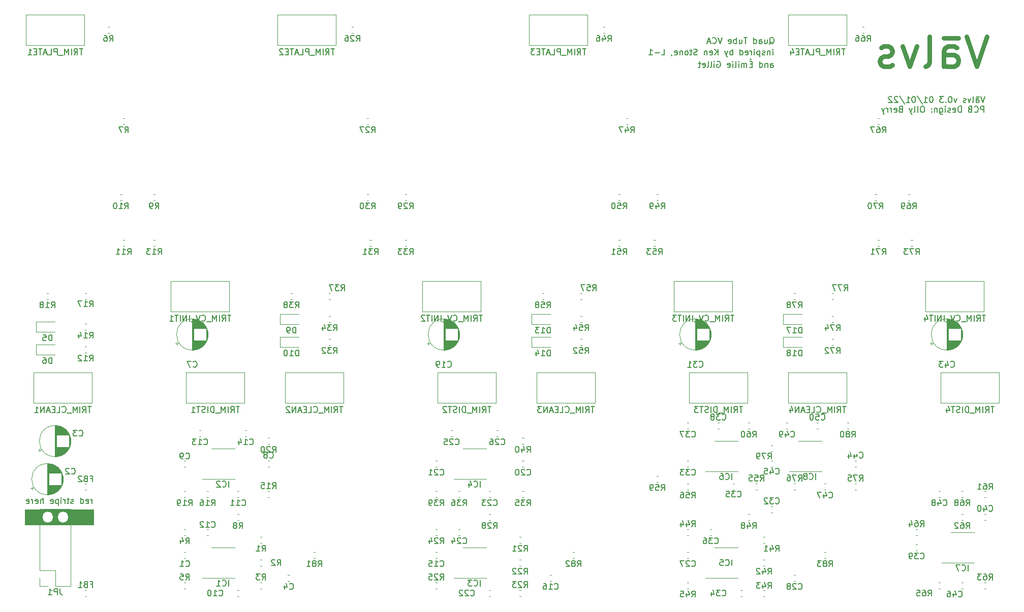
<source format=gbo>
G04 #@! TF.GenerationSoftware,KiCad,Pcbnew,(5.1.6-0-10_14)*
G04 #@! TF.CreationDate,2022-01-01T22:04:21+00:00*
G04 #@! TF.ProjectId,Quad Tube VCA,51756164-2054-4756-9265-205643412e6b,rev?*
G04 #@! TF.SameCoordinates,Original*
G04 #@! TF.FileFunction,Legend,Bot*
G04 #@! TF.FilePolarity,Positive*
%FSLAX46Y46*%
G04 Gerber Fmt 4.6, Leading zero omitted, Abs format (unit mm)*
G04 Created by KiCad (PCBNEW (5.1.6-0-10_14)) date 2022-01-01 22:04:21*
%MOMM*%
%LPD*%
G01*
G04 APERTURE LIST*
%ADD10C,0.150000*%
%ADD11C,0.750000*%
%ADD12C,0.100000*%
%ADD13C,0.120000*%
%ADD14C,1.700000*%
%ADD15R,1.700000X1.700000*%
%ADD16C,1.900000*%
%ADD17R,1.900000X1.900000*%
%ADD18C,2.875000*%
%ADD19R,2.875000X2.875000*%
%ADD20C,2.100000*%
%ADD21C,1.400000*%
%ADD22C,1.540000*%
%ADD23O,1.800000X1.800000*%
%ADD24R,1.800000X1.800000*%
%ADD25R,1.100000X1.100000*%
G04 APERTURE END LIST*
D10*
X225994261Y-59333380D02*
X225660928Y-60333380D01*
X225327595Y-59333380D01*
X224565690Y-60333380D02*
X224565690Y-59809571D01*
X224613309Y-59714333D01*
X224708547Y-59666714D01*
X224899023Y-59666714D01*
X224994261Y-59714333D01*
X224565690Y-60285761D02*
X224660928Y-60333380D01*
X224899023Y-60333380D01*
X224994261Y-60285761D01*
X225041880Y-60190523D01*
X225041880Y-60095285D01*
X224994261Y-60000047D01*
X224899023Y-59952428D01*
X224660928Y-59952428D01*
X224565690Y-59904809D01*
X225041880Y-59381000D02*
X224565690Y-59381000D01*
X223946642Y-60333380D02*
X224041880Y-60285761D01*
X224089500Y-60190523D01*
X224089500Y-59333380D01*
X223660928Y-59666714D02*
X223422833Y-60333380D01*
X223184738Y-59666714D01*
X222851404Y-60285761D02*
X222756166Y-60333380D01*
X222565690Y-60333380D01*
X222470452Y-60285761D01*
X222422833Y-60190523D01*
X222422833Y-60142904D01*
X222470452Y-60047666D01*
X222565690Y-60000047D01*
X222708547Y-60000047D01*
X222803785Y-59952428D01*
X222851404Y-59857190D01*
X222851404Y-59809571D01*
X222803785Y-59714333D01*
X222708547Y-59666714D01*
X222565690Y-59666714D01*
X222470452Y-59714333D01*
X221327595Y-59666714D02*
X221089500Y-60333380D01*
X220851404Y-59666714D01*
X220279976Y-59333380D02*
X220184738Y-59333380D01*
X220089500Y-59381000D01*
X220041880Y-59428619D01*
X219994261Y-59523857D01*
X219946642Y-59714333D01*
X219946642Y-59952428D01*
X219994261Y-60142904D01*
X220041880Y-60238142D01*
X220089500Y-60285761D01*
X220184738Y-60333380D01*
X220279976Y-60333380D01*
X220375214Y-60285761D01*
X220422833Y-60238142D01*
X220470452Y-60142904D01*
X220518071Y-59952428D01*
X220518071Y-59714333D01*
X220470452Y-59523857D01*
X220422833Y-59428619D01*
X220375214Y-59381000D01*
X220279976Y-59333380D01*
X219518071Y-60238142D02*
X219470452Y-60285761D01*
X219518071Y-60333380D01*
X219565690Y-60285761D01*
X219518071Y-60238142D01*
X219518071Y-60333380D01*
X219137119Y-59333380D02*
X218518071Y-59333380D01*
X218851404Y-59714333D01*
X218708547Y-59714333D01*
X218613309Y-59761952D01*
X218565690Y-59809571D01*
X218518071Y-59904809D01*
X218518071Y-60142904D01*
X218565690Y-60238142D01*
X218613309Y-60285761D01*
X218708547Y-60333380D01*
X218994261Y-60333380D01*
X219089500Y-60285761D01*
X219137119Y-60238142D01*
X217137119Y-59333380D02*
X217041880Y-59333380D01*
X216946642Y-59381000D01*
X216899023Y-59428619D01*
X216851404Y-59523857D01*
X216803785Y-59714333D01*
X216803785Y-59952428D01*
X216851404Y-60142904D01*
X216899023Y-60238142D01*
X216946642Y-60285761D01*
X217041880Y-60333380D01*
X217137119Y-60333380D01*
X217232357Y-60285761D01*
X217279976Y-60238142D01*
X217327595Y-60142904D01*
X217375214Y-59952428D01*
X217375214Y-59714333D01*
X217327595Y-59523857D01*
X217279976Y-59428619D01*
X217232357Y-59381000D01*
X217137119Y-59333380D01*
X215851404Y-60333380D02*
X216422833Y-60333380D01*
X216137119Y-60333380D02*
X216137119Y-59333380D01*
X216232357Y-59476238D01*
X216327595Y-59571476D01*
X216422833Y-59619095D01*
X214708547Y-59285761D02*
X215565690Y-60571476D01*
X214184738Y-59333380D02*
X214089500Y-59333380D01*
X213994261Y-59381000D01*
X213946642Y-59428619D01*
X213899023Y-59523857D01*
X213851404Y-59714333D01*
X213851404Y-59952428D01*
X213899023Y-60142904D01*
X213946642Y-60238142D01*
X213994261Y-60285761D01*
X214089500Y-60333380D01*
X214184738Y-60333380D01*
X214279976Y-60285761D01*
X214327595Y-60238142D01*
X214375214Y-60142904D01*
X214422833Y-59952428D01*
X214422833Y-59714333D01*
X214375214Y-59523857D01*
X214327595Y-59428619D01*
X214279976Y-59381000D01*
X214184738Y-59333380D01*
X212899023Y-60333380D02*
X213470452Y-60333380D01*
X213184738Y-60333380D02*
X213184738Y-59333380D01*
X213279976Y-59476238D01*
X213375214Y-59571476D01*
X213470452Y-59619095D01*
X211756166Y-59285761D02*
X212613309Y-60571476D01*
X211470452Y-59428619D02*
X211422833Y-59381000D01*
X211327595Y-59333380D01*
X211089500Y-59333380D01*
X210994261Y-59381000D01*
X210946642Y-59428619D01*
X210899023Y-59523857D01*
X210899023Y-59619095D01*
X210946642Y-59761952D01*
X211518071Y-60333380D01*
X210899023Y-60333380D01*
X210518071Y-59428619D02*
X210470452Y-59381000D01*
X210375214Y-59333380D01*
X210137119Y-59333380D01*
X210041880Y-59381000D01*
X209994261Y-59428619D01*
X209946642Y-59523857D01*
X209946642Y-59619095D01*
X209994261Y-59761952D01*
X210565690Y-60333380D01*
X209946642Y-60333380D01*
X225851404Y-61983380D02*
X225851404Y-60983380D01*
X225470452Y-60983380D01*
X225375214Y-61031000D01*
X225327595Y-61078619D01*
X225279976Y-61173857D01*
X225279976Y-61316714D01*
X225327595Y-61411952D01*
X225375214Y-61459571D01*
X225470452Y-61507190D01*
X225851404Y-61507190D01*
X224279976Y-61888142D02*
X224327595Y-61935761D01*
X224470452Y-61983380D01*
X224565690Y-61983380D01*
X224708547Y-61935761D01*
X224803785Y-61840523D01*
X224851404Y-61745285D01*
X224899023Y-61554809D01*
X224899023Y-61411952D01*
X224851404Y-61221476D01*
X224803785Y-61126238D01*
X224708547Y-61031000D01*
X224565690Y-60983380D01*
X224470452Y-60983380D01*
X224327595Y-61031000D01*
X224279976Y-61078619D01*
X223518071Y-61459571D02*
X223375214Y-61507190D01*
X223327595Y-61554809D01*
X223279976Y-61650047D01*
X223279976Y-61792904D01*
X223327595Y-61888142D01*
X223375214Y-61935761D01*
X223470452Y-61983380D01*
X223851404Y-61983380D01*
X223851404Y-60983380D01*
X223518071Y-60983380D01*
X223422833Y-61031000D01*
X223375214Y-61078619D01*
X223327595Y-61173857D01*
X223327595Y-61269095D01*
X223375214Y-61364333D01*
X223422833Y-61411952D01*
X223518071Y-61459571D01*
X223851404Y-61459571D01*
X222089500Y-61983380D02*
X222089500Y-60983380D01*
X221851404Y-60983380D01*
X221708547Y-61031000D01*
X221613309Y-61126238D01*
X221565690Y-61221476D01*
X221518071Y-61411952D01*
X221518071Y-61554809D01*
X221565690Y-61745285D01*
X221613309Y-61840523D01*
X221708547Y-61935761D01*
X221851404Y-61983380D01*
X222089500Y-61983380D01*
X220708547Y-61935761D02*
X220803785Y-61983380D01*
X220994261Y-61983380D01*
X221089500Y-61935761D01*
X221137119Y-61840523D01*
X221137119Y-61459571D01*
X221089500Y-61364333D01*
X220994261Y-61316714D01*
X220803785Y-61316714D01*
X220708547Y-61364333D01*
X220660928Y-61459571D01*
X220660928Y-61554809D01*
X221137119Y-61650047D01*
X220279976Y-61935761D02*
X220184738Y-61983380D01*
X219994261Y-61983380D01*
X219899023Y-61935761D01*
X219851404Y-61840523D01*
X219851404Y-61792904D01*
X219899023Y-61697666D01*
X219994261Y-61650047D01*
X220137119Y-61650047D01*
X220232357Y-61602428D01*
X220279976Y-61507190D01*
X220279976Y-61459571D01*
X220232357Y-61364333D01*
X220137119Y-61316714D01*
X219994261Y-61316714D01*
X219899023Y-61364333D01*
X219422833Y-61983380D02*
X219422833Y-61316714D01*
X219422833Y-60983380D02*
X219470452Y-61031000D01*
X219422833Y-61078619D01*
X219375214Y-61031000D01*
X219422833Y-60983380D01*
X219422833Y-61078619D01*
X218518071Y-61316714D02*
X218518071Y-62126238D01*
X218565690Y-62221476D01*
X218613309Y-62269095D01*
X218708547Y-62316714D01*
X218851404Y-62316714D01*
X218946642Y-62269095D01*
X218518071Y-61935761D02*
X218613309Y-61983380D01*
X218803785Y-61983380D01*
X218899023Y-61935761D01*
X218946642Y-61888142D01*
X218994261Y-61792904D01*
X218994261Y-61507190D01*
X218946642Y-61411952D01*
X218899023Y-61364333D01*
X218803785Y-61316714D01*
X218613309Y-61316714D01*
X218518071Y-61364333D01*
X218041880Y-61316714D02*
X218041880Y-61983380D01*
X218041880Y-61411952D02*
X217994261Y-61364333D01*
X217899023Y-61316714D01*
X217756166Y-61316714D01*
X217660928Y-61364333D01*
X217613309Y-61459571D01*
X217613309Y-61983380D01*
X217137119Y-61888142D02*
X217089500Y-61935761D01*
X217137119Y-61983380D01*
X217184738Y-61935761D01*
X217137119Y-61888142D01*
X217137119Y-61983380D01*
X217137119Y-61364333D02*
X217089500Y-61411952D01*
X217137119Y-61459571D01*
X217184738Y-61411952D01*
X217137119Y-61364333D01*
X217137119Y-61459571D01*
X215708547Y-60983380D02*
X215518071Y-60983380D01*
X215422833Y-61031000D01*
X215327595Y-61126238D01*
X215279976Y-61316714D01*
X215279976Y-61650047D01*
X215327595Y-61840523D01*
X215422833Y-61935761D01*
X215518071Y-61983380D01*
X215708547Y-61983380D01*
X215803785Y-61935761D01*
X215899023Y-61840523D01*
X215946642Y-61650047D01*
X215946642Y-61316714D01*
X215899023Y-61126238D01*
X215803785Y-61031000D01*
X215708547Y-60983380D01*
X214708547Y-61983380D02*
X214803785Y-61935761D01*
X214851404Y-61840523D01*
X214851404Y-60983380D01*
X214184738Y-61983380D02*
X214279976Y-61935761D01*
X214327595Y-61840523D01*
X214327595Y-60983380D01*
X213899023Y-61316714D02*
X213660928Y-61983380D01*
X213422833Y-61316714D02*
X213660928Y-61983380D01*
X213756166Y-62221476D01*
X213803785Y-62269095D01*
X213899023Y-62316714D01*
X211946642Y-61459571D02*
X211803785Y-61507190D01*
X211756166Y-61554809D01*
X211708547Y-61650047D01*
X211708547Y-61792904D01*
X211756166Y-61888142D01*
X211803785Y-61935761D01*
X211899023Y-61983380D01*
X212279976Y-61983380D01*
X212279976Y-60983380D01*
X211946642Y-60983380D01*
X211851404Y-61031000D01*
X211803785Y-61078619D01*
X211756166Y-61173857D01*
X211756166Y-61269095D01*
X211803785Y-61364333D01*
X211851404Y-61411952D01*
X211946642Y-61459571D01*
X212279976Y-61459571D01*
X210899023Y-61935761D02*
X210994261Y-61983380D01*
X211184738Y-61983380D01*
X211279976Y-61935761D01*
X211327595Y-61840523D01*
X211327595Y-61459571D01*
X211279976Y-61364333D01*
X211184738Y-61316714D01*
X210994261Y-61316714D01*
X210899023Y-61364333D01*
X210851404Y-61459571D01*
X210851404Y-61554809D01*
X211327595Y-61650047D01*
X210422833Y-61983380D02*
X210422833Y-61316714D01*
X210422833Y-61507190D02*
X210375214Y-61411952D01*
X210327595Y-61364333D01*
X210232357Y-61316714D01*
X210137119Y-61316714D01*
X209803785Y-61983380D02*
X209803785Y-61316714D01*
X209803785Y-61507190D02*
X209756166Y-61411952D01*
X209708547Y-61364333D01*
X209613309Y-61316714D01*
X209518071Y-61316714D01*
X209279976Y-61316714D02*
X209041880Y-61983380D01*
X208803785Y-61316714D02*
X209041880Y-61983380D01*
X209137119Y-62221476D01*
X209184738Y-62269095D01*
X209279976Y-62316714D01*
X190294285Y-54472380D02*
X190294285Y-53948571D01*
X190341904Y-53853333D01*
X190437142Y-53805714D01*
X190627619Y-53805714D01*
X190722857Y-53853333D01*
X190294285Y-54424761D02*
X190389523Y-54472380D01*
X190627619Y-54472380D01*
X190722857Y-54424761D01*
X190770476Y-54329523D01*
X190770476Y-54234285D01*
X190722857Y-54139047D01*
X190627619Y-54091428D01*
X190389523Y-54091428D01*
X190294285Y-54043809D01*
X189818095Y-53805714D02*
X189818095Y-54472380D01*
X189818095Y-53900952D02*
X189770476Y-53853333D01*
X189675238Y-53805714D01*
X189532380Y-53805714D01*
X189437142Y-53853333D01*
X189389523Y-53948571D01*
X189389523Y-54472380D01*
X188484761Y-54472380D02*
X188484761Y-53472380D01*
X188484761Y-54424761D02*
X188580000Y-54472380D01*
X188770476Y-54472380D01*
X188865714Y-54424761D01*
X188913333Y-54377142D01*
X188960952Y-54281904D01*
X188960952Y-53996190D01*
X188913333Y-53900952D01*
X188865714Y-53853333D01*
X188770476Y-53805714D01*
X188580000Y-53805714D01*
X188484761Y-53853333D01*
X187246666Y-53948571D02*
X186913333Y-53948571D01*
X186770476Y-54472380D02*
X187246666Y-54472380D01*
X187246666Y-53472380D01*
X186770476Y-53472380D01*
X186913333Y-53091428D02*
X187056190Y-53234285D01*
X186341904Y-54472380D02*
X186341904Y-53805714D01*
X186341904Y-53900952D02*
X186294285Y-53853333D01*
X186199047Y-53805714D01*
X186056190Y-53805714D01*
X185960952Y-53853333D01*
X185913333Y-53948571D01*
X185913333Y-54472380D01*
X185913333Y-53948571D02*
X185865714Y-53853333D01*
X185770476Y-53805714D01*
X185627619Y-53805714D01*
X185532380Y-53853333D01*
X185484761Y-53948571D01*
X185484761Y-54472380D01*
X185008571Y-54472380D02*
X185008571Y-53805714D01*
X185008571Y-53472380D02*
X185056190Y-53520000D01*
X185008571Y-53567619D01*
X184960952Y-53520000D01*
X185008571Y-53472380D01*
X185008571Y-53567619D01*
X184389523Y-54472380D02*
X184484761Y-54424761D01*
X184532380Y-54329523D01*
X184532380Y-53472380D01*
X184008571Y-54472380D02*
X184008571Y-53805714D01*
X184008571Y-53472380D02*
X184056190Y-53520000D01*
X184008571Y-53567619D01*
X183960952Y-53520000D01*
X184008571Y-53472380D01*
X184008571Y-53567619D01*
X183151428Y-54424761D02*
X183246666Y-54472380D01*
X183437142Y-54472380D01*
X183532380Y-54424761D01*
X183580000Y-54329523D01*
X183580000Y-53948571D01*
X183532380Y-53853333D01*
X183437142Y-53805714D01*
X183246666Y-53805714D01*
X183151428Y-53853333D01*
X183103809Y-53948571D01*
X183103809Y-54043809D01*
X183580000Y-54139047D01*
X181389523Y-53520000D02*
X181484761Y-53472380D01*
X181627619Y-53472380D01*
X181770476Y-53520000D01*
X181865714Y-53615238D01*
X181913333Y-53710476D01*
X181960952Y-53900952D01*
X181960952Y-54043809D01*
X181913333Y-54234285D01*
X181865714Y-54329523D01*
X181770476Y-54424761D01*
X181627619Y-54472380D01*
X181532380Y-54472380D01*
X181389523Y-54424761D01*
X181341904Y-54377142D01*
X181341904Y-54043809D01*
X181532380Y-54043809D01*
X180913333Y-54472380D02*
X180913333Y-53805714D01*
X180913333Y-53472380D02*
X180960952Y-53520000D01*
X180913333Y-53567619D01*
X180865714Y-53520000D01*
X180913333Y-53472380D01*
X180913333Y-53567619D01*
X180294285Y-54472380D02*
X180389523Y-54424761D01*
X180437142Y-54329523D01*
X180437142Y-53472380D01*
X179770476Y-54472380D02*
X179865714Y-54424761D01*
X179913333Y-54329523D01*
X179913333Y-53472380D01*
X179008571Y-54424761D02*
X179103809Y-54472380D01*
X179294285Y-54472380D01*
X179389523Y-54424761D01*
X179437142Y-54329523D01*
X179437142Y-53948571D01*
X179389523Y-53853333D01*
X179294285Y-53805714D01*
X179103809Y-53805714D01*
X179008571Y-53853333D01*
X178960952Y-53948571D01*
X178960952Y-54043809D01*
X179437142Y-54139047D01*
X178675238Y-53805714D02*
X178294285Y-53805714D01*
X178532380Y-53472380D02*
X178532380Y-54329523D01*
X178484761Y-54424761D01*
X178389523Y-54472380D01*
X178294285Y-54472380D01*
X190699523Y-52422380D02*
X190699523Y-51755714D01*
X190699523Y-51422380D02*
X190747142Y-51470000D01*
X190699523Y-51517619D01*
X190651904Y-51470000D01*
X190699523Y-51422380D01*
X190699523Y-51517619D01*
X190223333Y-51755714D02*
X190223333Y-52422380D01*
X190223333Y-51850952D02*
X190175714Y-51803333D01*
X190080476Y-51755714D01*
X189937619Y-51755714D01*
X189842380Y-51803333D01*
X189794761Y-51898571D01*
X189794761Y-52422380D01*
X189366190Y-52374761D02*
X189270952Y-52422380D01*
X189080476Y-52422380D01*
X188985238Y-52374761D01*
X188937619Y-52279523D01*
X188937619Y-52231904D01*
X188985238Y-52136666D01*
X189080476Y-52089047D01*
X189223333Y-52089047D01*
X189318571Y-52041428D01*
X189366190Y-51946190D01*
X189366190Y-51898571D01*
X189318571Y-51803333D01*
X189223333Y-51755714D01*
X189080476Y-51755714D01*
X188985238Y-51803333D01*
X188509047Y-51755714D02*
X188509047Y-52755714D01*
X188509047Y-51803333D02*
X188413809Y-51755714D01*
X188223333Y-51755714D01*
X188128095Y-51803333D01*
X188080476Y-51850952D01*
X188032857Y-51946190D01*
X188032857Y-52231904D01*
X188080476Y-52327142D01*
X188128095Y-52374761D01*
X188223333Y-52422380D01*
X188413809Y-52422380D01*
X188509047Y-52374761D01*
X187604285Y-52422380D02*
X187604285Y-51755714D01*
X187604285Y-51422380D02*
X187651904Y-51470000D01*
X187604285Y-51517619D01*
X187556666Y-51470000D01*
X187604285Y-51422380D01*
X187604285Y-51517619D01*
X187128095Y-52422380D02*
X187128095Y-51755714D01*
X187128095Y-51946190D02*
X187080476Y-51850952D01*
X187032857Y-51803333D01*
X186937619Y-51755714D01*
X186842380Y-51755714D01*
X186128095Y-52374761D02*
X186223333Y-52422380D01*
X186413809Y-52422380D01*
X186509047Y-52374761D01*
X186556666Y-52279523D01*
X186556666Y-51898571D01*
X186509047Y-51803333D01*
X186413809Y-51755714D01*
X186223333Y-51755714D01*
X186128095Y-51803333D01*
X186080476Y-51898571D01*
X186080476Y-51993809D01*
X186556666Y-52089047D01*
X185223333Y-52422380D02*
X185223333Y-51422380D01*
X185223333Y-52374761D02*
X185318571Y-52422380D01*
X185509047Y-52422380D01*
X185604285Y-52374761D01*
X185651904Y-52327142D01*
X185699523Y-52231904D01*
X185699523Y-51946190D01*
X185651904Y-51850952D01*
X185604285Y-51803333D01*
X185509047Y-51755714D01*
X185318571Y-51755714D01*
X185223333Y-51803333D01*
X183985238Y-52422380D02*
X183985238Y-51422380D01*
X183985238Y-51803333D02*
X183890000Y-51755714D01*
X183699523Y-51755714D01*
X183604285Y-51803333D01*
X183556666Y-51850952D01*
X183509047Y-51946190D01*
X183509047Y-52231904D01*
X183556666Y-52327142D01*
X183604285Y-52374761D01*
X183699523Y-52422380D01*
X183890000Y-52422380D01*
X183985238Y-52374761D01*
X183175714Y-51755714D02*
X182937619Y-52422380D01*
X182699523Y-51755714D02*
X182937619Y-52422380D01*
X183032857Y-52660476D01*
X183080476Y-52708095D01*
X183175714Y-52755714D01*
X181556666Y-52422380D02*
X181556666Y-51422380D01*
X180985238Y-52422380D02*
X181413809Y-51850952D01*
X180985238Y-51422380D02*
X181556666Y-51993809D01*
X180175714Y-52374761D02*
X180270952Y-52422380D01*
X180461428Y-52422380D01*
X180556666Y-52374761D01*
X180604285Y-52279523D01*
X180604285Y-51898571D01*
X180556666Y-51803333D01*
X180461428Y-51755714D01*
X180270952Y-51755714D01*
X180175714Y-51803333D01*
X180128095Y-51898571D01*
X180128095Y-51993809D01*
X180604285Y-52089047D01*
X179699523Y-51755714D02*
X179699523Y-52422380D01*
X179699523Y-51850952D02*
X179651904Y-51803333D01*
X179556666Y-51755714D01*
X179413809Y-51755714D01*
X179318571Y-51803333D01*
X179270952Y-51898571D01*
X179270952Y-52422380D01*
X178080476Y-52374761D02*
X177937619Y-52422380D01*
X177699523Y-52422380D01*
X177604285Y-52374761D01*
X177556666Y-52327142D01*
X177509047Y-52231904D01*
X177509047Y-52136666D01*
X177556666Y-52041428D01*
X177604285Y-51993809D01*
X177699523Y-51946190D01*
X177890000Y-51898571D01*
X177985238Y-51850952D01*
X178032857Y-51803333D01*
X178080476Y-51708095D01*
X178080476Y-51612857D01*
X178032857Y-51517619D01*
X177985238Y-51470000D01*
X177890000Y-51422380D01*
X177651904Y-51422380D01*
X177509047Y-51470000D01*
X177223333Y-51755714D02*
X176842380Y-51755714D01*
X177080476Y-51422380D02*
X177080476Y-52279523D01*
X177032857Y-52374761D01*
X176937619Y-52422380D01*
X176842380Y-52422380D01*
X176366190Y-52422380D02*
X176461428Y-52374761D01*
X176509047Y-52327142D01*
X176556666Y-52231904D01*
X176556666Y-51946190D01*
X176509047Y-51850952D01*
X176461428Y-51803333D01*
X176366190Y-51755714D01*
X176223333Y-51755714D01*
X176128095Y-51803333D01*
X176080476Y-51850952D01*
X176032857Y-51946190D01*
X176032857Y-52231904D01*
X176080476Y-52327142D01*
X176128095Y-52374761D01*
X176223333Y-52422380D01*
X176366190Y-52422380D01*
X175604285Y-51755714D02*
X175604285Y-52422380D01*
X175604285Y-51850952D02*
X175556666Y-51803333D01*
X175461428Y-51755714D01*
X175318571Y-51755714D01*
X175223333Y-51803333D01*
X175175714Y-51898571D01*
X175175714Y-52422380D01*
X174318571Y-52374761D02*
X174413809Y-52422380D01*
X174604285Y-52422380D01*
X174699523Y-52374761D01*
X174747142Y-52279523D01*
X174747142Y-51898571D01*
X174699523Y-51803333D01*
X174604285Y-51755714D01*
X174413809Y-51755714D01*
X174318571Y-51803333D01*
X174270952Y-51898571D01*
X174270952Y-51993809D01*
X174747142Y-52089047D01*
X173794761Y-52374761D02*
X173794761Y-52422380D01*
X173842380Y-52517619D01*
X173890000Y-52565238D01*
X172128095Y-52422380D02*
X172604285Y-52422380D01*
X172604285Y-51422380D01*
X171794761Y-52041428D02*
X171032857Y-52041428D01*
X170032857Y-52422380D02*
X170604285Y-52422380D01*
X170318571Y-52422380D02*
X170318571Y-51422380D01*
X170413809Y-51565238D01*
X170509047Y-51660476D01*
X170604285Y-51708095D01*
X190129523Y-50597619D02*
X190224761Y-50550000D01*
X190320000Y-50454761D01*
X190462857Y-50311904D01*
X190558095Y-50264285D01*
X190653333Y-50264285D01*
X190605714Y-50502380D02*
X190700952Y-50454761D01*
X190796190Y-50359523D01*
X190843809Y-50169047D01*
X190843809Y-49835714D01*
X190796190Y-49645238D01*
X190700952Y-49550000D01*
X190605714Y-49502380D01*
X190415238Y-49502380D01*
X190320000Y-49550000D01*
X190224761Y-49645238D01*
X190177142Y-49835714D01*
X190177142Y-50169047D01*
X190224761Y-50359523D01*
X190320000Y-50454761D01*
X190415238Y-50502380D01*
X190605714Y-50502380D01*
X189320000Y-49835714D02*
X189320000Y-50502380D01*
X189748571Y-49835714D02*
X189748571Y-50359523D01*
X189700952Y-50454761D01*
X189605714Y-50502380D01*
X189462857Y-50502380D01*
X189367619Y-50454761D01*
X189320000Y-50407142D01*
X188415238Y-50502380D02*
X188415238Y-49978571D01*
X188462857Y-49883333D01*
X188558095Y-49835714D01*
X188748571Y-49835714D01*
X188843809Y-49883333D01*
X188415238Y-50454761D02*
X188510476Y-50502380D01*
X188748571Y-50502380D01*
X188843809Y-50454761D01*
X188891428Y-50359523D01*
X188891428Y-50264285D01*
X188843809Y-50169047D01*
X188748571Y-50121428D01*
X188510476Y-50121428D01*
X188415238Y-50073809D01*
X187510476Y-50502380D02*
X187510476Y-49502380D01*
X187510476Y-50454761D02*
X187605714Y-50502380D01*
X187796190Y-50502380D01*
X187891428Y-50454761D01*
X187939047Y-50407142D01*
X187986666Y-50311904D01*
X187986666Y-50026190D01*
X187939047Y-49930952D01*
X187891428Y-49883333D01*
X187796190Y-49835714D01*
X187605714Y-49835714D01*
X187510476Y-49883333D01*
X186415238Y-49502380D02*
X185843809Y-49502380D01*
X186129523Y-50502380D02*
X186129523Y-49502380D01*
X185081904Y-49835714D02*
X185081904Y-50502380D01*
X185510476Y-49835714D02*
X185510476Y-50359523D01*
X185462857Y-50454761D01*
X185367619Y-50502380D01*
X185224761Y-50502380D01*
X185129523Y-50454761D01*
X185081904Y-50407142D01*
X184605714Y-50502380D02*
X184605714Y-49502380D01*
X184605714Y-49883333D02*
X184510476Y-49835714D01*
X184320000Y-49835714D01*
X184224761Y-49883333D01*
X184177142Y-49930952D01*
X184129523Y-50026190D01*
X184129523Y-50311904D01*
X184177142Y-50407142D01*
X184224761Y-50454761D01*
X184320000Y-50502380D01*
X184510476Y-50502380D01*
X184605714Y-50454761D01*
X183320000Y-50454761D02*
X183415238Y-50502380D01*
X183605714Y-50502380D01*
X183700952Y-50454761D01*
X183748571Y-50359523D01*
X183748571Y-49978571D01*
X183700952Y-49883333D01*
X183605714Y-49835714D01*
X183415238Y-49835714D01*
X183320000Y-49883333D01*
X183272380Y-49978571D01*
X183272380Y-50073809D01*
X183748571Y-50169047D01*
X182224761Y-49502380D02*
X181891428Y-50502380D01*
X181558095Y-49502380D01*
X180653333Y-50407142D02*
X180700952Y-50454761D01*
X180843809Y-50502380D01*
X180939047Y-50502380D01*
X181081904Y-50454761D01*
X181177142Y-50359523D01*
X181224761Y-50264285D01*
X181272380Y-50073809D01*
X181272380Y-49930952D01*
X181224761Y-49740476D01*
X181177142Y-49645238D01*
X181081904Y-49550000D01*
X180939047Y-49502380D01*
X180843809Y-49502380D01*
X180700952Y-49550000D01*
X180653333Y-49597619D01*
X180272380Y-50216666D02*
X179796190Y-50216666D01*
X180367619Y-50502380D02*
X180034285Y-49502380D01*
X179700952Y-50502380D01*
D11*
X226336666Y-49331904D02*
X224670000Y-54331904D01*
X223003333Y-49331904D01*
X219193809Y-54331904D02*
X219193809Y-51712857D01*
X219431904Y-51236666D01*
X219908095Y-50998571D01*
X220860476Y-50998571D01*
X221336666Y-51236666D01*
X219193809Y-54093809D02*
X219670000Y-54331904D01*
X220860476Y-54331904D01*
X221336666Y-54093809D01*
X221574761Y-53617619D01*
X221574761Y-53141428D01*
X221336666Y-52665238D01*
X220860476Y-52427142D01*
X219670000Y-52427142D01*
X219193809Y-52189047D01*
X221574761Y-49570000D02*
X219193809Y-49570000D01*
X216098571Y-54331904D02*
X216574761Y-54093809D01*
X216812857Y-53617619D01*
X216812857Y-49331904D01*
X214670000Y-50998571D02*
X213479523Y-54331904D01*
X212289047Y-50998571D01*
X210622380Y-54093809D02*
X210146190Y-54331904D01*
X209193809Y-54331904D01*
X208717619Y-54093809D01*
X208479523Y-53617619D01*
X208479523Y-53379523D01*
X208717619Y-52903333D01*
X209193809Y-52665238D01*
X209908095Y-52665238D01*
X210384285Y-52427142D01*
X210622380Y-51950952D01*
X210622380Y-51712857D01*
X210384285Y-51236666D01*
X209908095Y-50998571D01*
X209193809Y-50998571D01*
X208717619Y-51236666D01*
D10*
X77252380Y-127272380D02*
X77252380Y-126605714D01*
X77252380Y-126796190D02*
X77204761Y-126700952D01*
X77157142Y-126653333D01*
X77061904Y-126605714D01*
X76966666Y-126605714D01*
X76252380Y-127224761D02*
X76347619Y-127272380D01*
X76538095Y-127272380D01*
X76633333Y-127224761D01*
X76680952Y-127129523D01*
X76680952Y-126748571D01*
X76633333Y-126653333D01*
X76538095Y-126605714D01*
X76347619Y-126605714D01*
X76252380Y-126653333D01*
X76204761Y-126748571D01*
X76204761Y-126843809D01*
X76680952Y-126939047D01*
X75347619Y-127272380D02*
X75347619Y-126272380D01*
X75347619Y-127224761D02*
X75442857Y-127272380D01*
X75633333Y-127272380D01*
X75728571Y-127224761D01*
X75776190Y-127177142D01*
X75823809Y-127081904D01*
X75823809Y-126796190D01*
X75776190Y-126700952D01*
X75728571Y-126653333D01*
X75633333Y-126605714D01*
X75442857Y-126605714D01*
X75347619Y-126653333D01*
X74157142Y-127224761D02*
X74061904Y-127272380D01*
X73871428Y-127272380D01*
X73776190Y-127224761D01*
X73728571Y-127129523D01*
X73728571Y-127081904D01*
X73776190Y-126986666D01*
X73871428Y-126939047D01*
X74014285Y-126939047D01*
X74109523Y-126891428D01*
X74157142Y-126796190D01*
X74157142Y-126748571D01*
X74109523Y-126653333D01*
X74014285Y-126605714D01*
X73871428Y-126605714D01*
X73776190Y-126653333D01*
X73442857Y-126605714D02*
X73061904Y-126605714D01*
X73300000Y-126272380D02*
X73300000Y-127129523D01*
X73252380Y-127224761D01*
X73157142Y-127272380D01*
X73061904Y-127272380D01*
X72728571Y-127272380D02*
X72728571Y-126605714D01*
X72728571Y-126796190D02*
X72680952Y-126700952D01*
X72633333Y-126653333D01*
X72538095Y-126605714D01*
X72442857Y-126605714D01*
X72109523Y-127272380D02*
X72109523Y-126605714D01*
X72109523Y-126272380D02*
X72157142Y-126320000D01*
X72109523Y-126367619D01*
X72061904Y-126320000D01*
X72109523Y-126272380D01*
X72109523Y-126367619D01*
X71633333Y-126605714D02*
X71633333Y-127605714D01*
X71633333Y-126653333D02*
X71538095Y-126605714D01*
X71347619Y-126605714D01*
X71252380Y-126653333D01*
X71204761Y-126700952D01*
X71157142Y-126796190D01*
X71157142Y-127081904D01*
X71204761Y-127177142D01*
X71252380Y-127224761D01*
X71347619Y-127272380D01*
X71538095Y-127272380D01*
X71633333Y-127224761D01*
X70347619Y-127224761D02*
X70442857Y-127272380D01*
X70633333Y-127272380D01*
X70728571Y-127224761D01*
X70776190Y-127129523D01*
X70776190Y-126748571D01*
X70728571Y-126653333D01*
X70633333Y-126605714D01*
X70442857Y-126605714D01*
X70347619Y-126653333D01*
X70300000Y-126748571D01*
X70300000Y-126843809D01*
X70776190Y-126939047D01*
X69109523Y-127272380D02*
X69109523Y-126272380D01*
X68680952Y-127272380D02*
X68680952Y-126748571D01*
X68728571Y-126653333D01*
X68823809Y-126605714D01*
X68966666Y-126605714D01*
X69061904Y-126653333D01*
X69109523Y-126700952D01*
X67823809Y-127224761D02*
X67919047Y-127272380D01*
X68109523Y-127272380D01*
X68204761Y-127224761D01*
X68252380Y-127129523D01*
X68252380Y-126748571D01*
X68204761Y-126653333D01*
X68109523Y-126605714D01*
X67919047Y-126605714D01*
X67823809Y-126653333D01*
X67776190Y-126748571D01*
X67776190Y-126843809D01*
X68252380Y-126939047D01*
X67347619Y-127272380D02*
X67347619Y-126605714D01*
X67347619Y-126796190D02*
X67300000Y-126700952D01*
X67252380Y-126653333D01*
X67157142Y-126605714D01*
X67061904Y-126605714D01*
X66347619Y-127224761D02*
X66442857Y-127272380D01*
X66633333Y-127272380D01*
X66728571Y-127224761D01*
X66776190Y-127129523D01*
X66776190Y-126748571D01*
X66728571Y-126653333D01*
X66633333Y-126605714D01*
X66442857Y-126605714D01*
X66347619Y-126653333D01*
X66299999Y-126748571D01*
X66299999Y-126843809D01*
X66776190Y-126939047D01*
D12*
G36*
X77470000Y-130810000D02*
G01*
X66040000Y-130810000D01*
X66040000Y-128270000D01*
X77470000Y-128270000D01*
X77470000Y-130810000D01*
G37*
X77470000Y-130810000D02*
X66040000Y-130810000D01*
X66040000Y-128270000D01*
X77470000Y-128270000D01*
X77470000Y-130810000D01*
D13*
X222310000Y-99060000D02*
G75*
G03*
X222310000Y-99060000I-2620000J0D01*
G01*
X219690000Y-101640000D02*
X219690000Y-96480000D01*
X219730000Y-101640000D02*
X219730000Y-96480000D01*
X219770000Y-101639000D02*
X219770000Y-96481000D01*
X219810000Y-101638000D02*
X219810000Y-96482000D01*
X219850000Y-101636000D02*
X219850000Y-96484000D01*
X219890000Y-101633000D02*
X219890000Y-96487000D01*
X219930000Y-101629000D02*
X219930000Y-100100000D01*
X219930000Y-98020000D02*
X219930000Y-96491000D01*
X219970000Y-101625000D02*
X219970000Y-100100000D01*
X219970000Y-98020000D02*
X219970000Y-96495000D01*
X220010000Y-101621000D02*
X220010000Y-100100000D01*
X220010000Y-98020000D02*
X220010000Y-96499000D01*
X220050000Y-101616000D02*
X220050000Y-100100000D01*
X220050000Y-98020000D02*
X220050000Y-96504000D01*
X220090000Y-101610000D02*
X220090000Y-100100000D01*
X220090000Y-98020000D02*
X220090000Y-96510000D01*
X220130000Y-101603000D02*
X220130000Y-100100000D01*
X220130000Y-98020000D02*
X220130000Y-96517000D01*
X220170000Y-101596000D02*
X220170000Y-100100000D01*
X220170000Y-98020000D02*
X220170000Y-96524000D01*
X220210000Y-101588000D02*
X220210000Y-100100000D01*
X220210000Y-98020000D02*
X220210000Y-96532000D01*
X220250000Y-101580000D02*
X220250000Y-100100000D01*
X220250000Y-98020000D02*
X220250000Y-96540000D01*
X220290000Y-101571000D02*
X220290000Y-100100000D01*
X220290000Y-98020000D02*
X220290000Y-96549000D01*
X220330000Y-101561000D02*
X220330000Y-100100000D01*
X220330000Y-98020000D02*
X220330000Y-96559000D01*
X220370000Y-101551000D02*
X220370000Y-100100000D01*
X220370000Y-98020000D02*
X220370000Y-96569000D01*
X220411000Y-101540000D02*
X220411000Y-100100000D01*
X220411000Y-98020000D02*
X220411000Y-96580000D01*
X220451000Y-101528000D02*
X220451000Y-100100000D01*
X220451000Y-98020000D02*
X220451000Y-96592000D01*
X220491000Y-101515000D02*
X220491000Y-100100000D01*
X220491000Y-98020000D02*
X220491000Y-96605000D01*
X220531000Y-101502000D02*
X220531000Y-100100000D01*
X220531000Y-98020000D02*
X220531000Y-96618000D01*
X220571000Y-101488000D02*
X220571000Y-100100000D01*
X220571000Y-98020000D02*
X220571000Y-96632000D01*
X220611000Y-101474000D02*
X220611000Y-100100000D01*
X220611000Y-98020000D02*
X220611000Y-96646000D01*
X220651000Y-101458000D02*
X220651000Y-100100000D01*
X220651000Y-98020000D02*
X220651000Y-96662000D01*
X220691000Y-101442000D02*
X220691000Y-100100000D01*
X220691000Y-98020000D02*
X220691000Y-96678000D01*
X220731000Y-101425000D02*
X220731000Y-100100000D01*
X220731000Y-98020000D02*
X220731000Y-96695000D01*
X220771000Y-101408000D02*
X220771000Y-100100000D01*
X220771000Y-98020000D02*
X220771000Y-96712000D01*
X220811000Y-101389000D02*
X220811000Y-100100000D01*
X220811000Y-98020000D02*
X220811000Y-96731000D01*
X220851000Y-101370000D02*
X220851000Y-100100000D01*
X220851000Y-98020000D02*
X220851000Y-96750000D01*
X220891000Y-101350000D02*
X220891000Y-100100000D01*
X220891000Y-98020000D02*
X220891000Y-96770000D01*
X220931000Y-101328000D02*
X220931000Y-100100000D01*
X220931000Y-98020000D02*
X220931000Y-96792000D01*
X220971000Y-101307000D02*
X220971000Y-100100000D01*
X220971000Y-98020000D02*
X220971000Y-96813000D01*
X221011000Y-101284000D02*
X221011000Y-100100000D01*
X221011000Y-98020000D02*
X221011000Y-96836000D01*
X221051000Y-101260000D02*
X221051000Y-100100000D01*
X221051000Y-98020000D02*
X221051000Y-96860000D01*
X221091000Y-101235000D02*
X221091000Y-100100000D01*
X221091000Y-98020000D02*
X221091000Y-96885000D01*
X221131000Y-101209000D02*
X221131000Y-100100000D01*
X221131000Y-98020000D02*
X221131000Y-96911000D01*
X221171000Y-101182000D02*
X221171000Y-100100000D01*
X221171000Y-98020000D02*
X221171000Y-96938000D01*
X221211000Y-101155000D02*
X221211000Y-100100000D01*
X221211000Y-98020000D02*
X221211000Y-96965000D01*
X221251000Y-101125000D02*
X221251000Y-100100000D01*
X221251000Y-98020000D02*
X221251000Y-96995000D01*
X221291000Y-101095000D02*
X221291000Y-100100000D01*
X221291000Y-98020000D02*
X221291000Y-97025000D01*
X221331000Y-101064000D02*
X221331000Y-100100000D01*
X221331000Y-98020000D02*
X221331000Y-97056000D01*
X221371000Y-101031000D02*
X221371000Y-100100000D01*
X221371000Y-98020000D02*
X221371000Y-97089000D01*
X221411000Y-100997000D02*
X221411000Y-100100000D01*
X221411000Y-98020000D02*
X221411000Y-97123000D01*
X221451000Y-100961000D02*
X221451000Y-100100000D01*
X221451000Y-98020000D02*
X221451000Y-97159000D01*
X221491000Y-100924000D02*
X221491000Y-100100000D01*
X221491000Y-98020000D02*
X221491000Y-97196000D01*
X221531000Y-100886000D02*
X221531000Y-100100000D01*
X221531000Y-98020000D02*
X221531000Y-97234000D01*
X221571000Y-100845000D02*
X221571000Y-100100000D01*
X221571000Y-98020000D02*
X221571000Y-97275000D01*
X221611000Y-100803000D02*
X221611000Y-100100000D01*
X221611000Y-98020000D02*
X221611000Y-97317000D01*
X221651000Y-100759000D02*
X221651000Y-100100000D01*
X221651000Y-98020000D02*
X221651000Y-97361000D01*
X221691000Y-100713000D02*
X221691000Y-100100000D01*
X221691000Y-98020000D02*
X221691000Y-97407000D01*
X221731000Y-100665000D02*
X221731000Y-100100000D01*
X221731000Y-98020000D02*
X221731000Y-97455000D01*
X221771000Y-100614000D02*
X221771000Y-100100000D01*
X221771000Y-98020000D02*
X221771000Y-97506000D01*
X221811000Y-100560000D02*
X221811000Y-100100000D01*
X221811000Y-98020000D02*
X221811000Y-97560000D01*
X221851000Y-100503000D02*
X221851000Y-100100000D01*
X221851000Y-98020000D02*
X221851000Y-97617000D01*
X221891000Y-100443000D02*
X221891000Y-100100000D01*
X221891000Y-98020000D02*
X221891000Y-97677000D01*
X221931000Y-100379000D02*
X221931000Y-100100000D01*
X221931000Y-98020000D02*
X221931000Y-97741000D01*
X221971000Y-100311000D02*
X221971000Y-100100000D01*
X221971000Y-98020000D02*
X221971000Y-97809000D01*
X222011000Y-100238000D02*
X222011000Y-97882000D01*
X222051000Y-100158000D02*
X222051000Y-97962000D01*
X222091000Y-100071000D02*
X222091000Y-98049000D01*
X222131000Y-99975000D02*
X222131000Y-98145000D01*
X222171000Y-99865000D02*
X222171000Y-98255000D01*
X222211000Y-99737000D02*
X222211000Y-98383000D01*
X222251000Y-99578000D02*
X222251000Y-98542000D01*
X222291000Y-99344000D02*
X222291000Y-98776000D01*
X216885225Y-100535000D02*
X217385225Y-100535000D01*
X217135225Y-100785000D02*
X217135225Y-100285000D01*
X180400000Y-99060000D02*
G75*
G03*
X180400000Y-99060000I-2620000J0D01*
G01*
X177780000Y-101640000D02*
X177780000Y-96480000D01*
X177820000Y-101640000D02*
X177820000Y-96480000D01*
X177860000Y-101639000D02*
X177860000Y-96481000D01*
X177900000Y-101638000D02*
X177900000Y-96482000D01*
X177940000Y-101636000D02*
X177940000Y-96484000D01*
X177980000Y-101633000D02*
X177980000Y-96487000D01*
X178020000Y-101629000D02*
X178020000Y-100100000D01*
X178020000Y-98020000D02*
X178020000Y-96491000D01*
X178060000Y-101625000D02*
X178060000Y-100100000D01*
X178060000Y-98020000D02*
X178060000Y-96495000D01*
X178100000Y-101621000D02*
X178100000Y-100100000D01*
X178100000Y-98020000D02*
X178100000Y-96499000D01*
X178140000Y-101616000D02*
X178140000Y-100100000D01*
X178140000Y-98020000D02*
X178140000Y-96504000D01*
X178180000Y-101610000D02*
X178180000Y-100100000D01*
X178180000Y-98020000D02*
X178180000Y-96510000D01*
X178220000Y-101603000D02*
X178220000Y-100100000D01*
X178220000Y-98020000D02*
X178220000Y-96517000D01*
X178260000Y-101596000D02*
X178260000Y-100100000D01*
X178260000Y-98020000D02*
X178260000Y-96524000D01*
X178300000Y-101588000D02*
X178300000Y-100100000D01*
X178300000Y-98020000D02*
X178300000Y-96532000D01*
X178340000Y-101580000D02*
X178340000Y-100100000D01*
X178340000Y-98020000D02*
X178340000Y-96540000D01*
X178380000Y-101571000D02*
X178380000Y-100100000D01*
X178380000Y-98020000D02*
X178380000Y-96549000D01*
X178420000Y-101561000D02*
X178420000Y-100100000D01*
X178420000Y-98020000D02*
X178420000Y-96559000D01*
X178460000Y-101551000D02*
X178460000Y-100100000D01*
X178460000Y-98020000D02*
X178460000Y-96569000D01*
X178501000Y-101540000D02*
X178501000Y-100100000D01*
X178501000Y-98020000D02*
X178501000Y-96580000D01*
X178541000Y-101528000D02*
X178541000Y-100100000D01*
X178541000Y-98020000D02*
X178541000Y-96592000D01*
X178581000Y-101515000D02*
X178581000Y-100100000D01*
X178581000Y-98020000D02*
X178581000Y-96605000D01*
X178621000Y-101502000D02*
X178621000Y-100100000D01*
X178621000Y-98020000D02*
X178621000Y-96618000D01*
X178661000Y-101488000D02*
X178661000Y-100100000D01*
X178661000Y-98020000D02*
X178661000Y-96632000D01*
X178701000Y-101474000D02*
X178701000Y-100100000D01*
X178701000Y-98020000D02*
X178701000Y-96646000D01*
X178741000Y-101458000D02*
X178741000Y-100100000D01*
X178741000Y-98020000D02*
X178741000Y-96662000D01*
X178781000Y-101442000D02*
X178781000Y-100100000D01*
X178781000Y-98020000D02*
X178781000Y-96678000D01*
X178821000Y-101425000D02*
X178821000Y-100100000D01*
X178821000Y-98020000D02*
X178821000Y-96695000D01*
X178861000Y-101408000D02*
X178861000Y-100100000D01*
X178861000Y-98020000D02*
X178861000Y-96712000D01*
X178901000Y-101389000D02*
X178901000Y-100100000D01*
X178901000Y-98020000D02*
X178901000Y-96731000D01*
X178941000Y-101370000D02*
X178941000Y-100100000D01*
X178941000Y-98020000D02*
X178941000Y-96750000D01*
X178981000Y-101350000D02*
X178981000Y-100100000D01*
X178981000Y-98020000D02*
X178981000Y-96770000D01*
X179021000Y-101328000D02*
X179021000Y-100100000D01*
X179021000Y-98020000D02*
X179021000Y-96792000D01*
X179061000Y-101307000D02*
X179061000Y-100100000D01*
X179061000Y-98020000D02*
X179061000Y-96813000D01*
X179101000Y-101284000D02*
X179101000Y-100100000D01*
X179101000Y-98020000D02*
X179101000Y-96836000D01*
X179141000Y-101260000D02*
X179141000Y-100100000D01*
X179141000Y-98020000D02*
X179141000Y-96860000D01*
X179181000Y-101235000D02*
X179181000Y-100100000D01*
X179181000Y-98020000D02*
X179181000Y-96885000D01*
X179221000Y-101209000D02*
X179221000Y-100100000D01*
X179221000Y-98020000D02*
X179221000Y-96911000D01*
X179261000Y-101182000D02*
X179261000Y-100100000D01*
X179261000Y-98020000D02*
X179261000Y-96938000D01*
X179301000Y-101155000D02*
X179301000Y-100100000D01*
X179301000Y-98020000D02*
X179301000Y-96965000D01*
X179341000Y-101125000D02*
X179341000Y-100100000D01*
X179341000Y-98020000D02*
X179341000Y-96995000D01*
X179381000Y-101095000D02*
X179381000Y-100100000D01*
X179381000Y-98020000D02*
X179381000Y-97025000D01*
X179421000Y-101064000D02*
X179421000Y-100100000D01*
X179421000Y-98020000D02*
X179421000Y-97056000D01*
X179461000Y-101031000D02*
X179461000Y-100100000D01*
X179461000Y-98020000D02*
X179461000Y-97089000D01*
X179501000Y-100997000D02*
X179501000Y-100100000D01*
X179501000Y-98020000D02*
X179501000Y-97123000D01*
X179541000Y-100961000D02*
X179541000Y-100100000D01*
X179541000Y-98020000D02*
X179541000Y-97159000D01*
X179581000Y-100924000D02*
X179581000Y-100100000D01*
X179581000Y-98020000D02*
X179581000Y-97196000D01*
X179621000Y-100886000D02*
X179621000Y-100100000D01*
X179621000Y-98020000D02*
X179621000Y-97234000D01*
X179661000Y-100845000D02*
X179661000Y-100100000D01*
X179661000Y-98020000D02*
X179661000Y-97275000D01*
X179701000Y-100803000D02*
X179701000Y-100100000D01*
X179701000Y-98020000D02*
X179701000Y-97317000D01*
X179741000Y-100759000D02*
X179741000Y-100100000D01*
X179741000Y-98020000D02*
X179741000Y-97361000D01*
X179781000Y-100713000D02*
X179781000Y-100100000D01*
X179781000Y-98020000D02*
X179781000Y-97407000D01*
X179821000Y-100665000D02*
X179821000Y-100100000D01*
X179821000Y-98020000D02*
X179821000Y-97455000D01*
X179861000Y-100614000D02*
X179861000Y-100100000D01*
X179861000Y-98020000D02*
X179861000Y-97506000D01*
X179901000Y-100560000D02*
X179901000Y-100100000D01*
X179901000Y-98020000D02*
X179901000Y-97560000D01*
X179941000Y-100503000D02*
X179941000Y-100100000D01*
X179941000Y-98020000D02*
X179941000Y-97617000D01*
X179981000Y-100443000D02*
X179981000Y-100100000D01*
X179981000Y-98020000D02*
X179981000Y-97677000D01*
X180021000Y-100379000D02*
X180021000Y-100100000D01*
X180021000Y-98020000D02*
X180021000Y-97741000D01*
X180061000Y-100311000D02*
X180061000Y-100100000D01*
X180061000Y-98020000D02*
X180061000Y-97809000D01*
X180101000Y-100238000D02*
X180101000Y-97882000D01*
X180141000Y-100158000D02*
X180141000Y-97962000D01*
X180181000Y-100071000D02*
X180181000Y-98049000D01*
X180221000Y-99975000D02*
X180221000Y-98145000D01*
X180261000Y-99865000D02*
X180261000Y-98255000D01*
X180301000Y-99737000D02*
X180301000Y-98383000D01*
X180341000Y-99578000D02*
X180341000Y-98542000D01*
X180381000Y-99344000D02*
X180381000Y-98776000D01*
X174975225Y-100535000D02*
X175475225Y-100535000D01*
X175225225Y-100785000D02*
X175225225Y-100285000D01*
X138490000Y-99060000D02*
G75*
G03*
X138490000Y-99060000I-2620000J0D01*
G01*
X135870000Y-101640000D02*
X135870000Y-96480000D01*
X135910000Y-101640000D02*
X135910000Y-96480000D01*
X135950000Y-101639000D02*
X135950000Y-96481000D01*
X135990000Y-101638000D02*
X135990000Y-96482000D01*
X136030000Y-101636000D02*
X136030000Y-96484000D01*
X136070000Y-101633000D02*
X136070000Y-96487000D01*
X136110000Y-101629000D02*
X136110000Y-100100000D01*
X136110000Y-98020000D02*
X136110000Y-96491000D01*
X136150000Y-101625000D02*
X136150000Y-100100000D01*
X136150000Y-98020000D02*
X136150000Y-96495000D01*
X136190000Y-101621000D02*
X136190000Y-100100000D01*
X136190000Y-98020000D02*
X136190000Y-96499000D01*
X136230000Y-101616000D02*
X136230000Y-100100000D01*
X136230000Y-98020000D02*
X136230000Y-96504000D01*
X136270000Y-101610000D02*
X136270000Y-100100000D01*
X136270000Y-98020000D02*
X136270000Y-96510000D01*
X136310000Y-101603000D02*
X136310000Y-100100000D01*
X136310000Y-98020000D02*
X136310000Y-96517000D01*
X136350000Y-101596000D02*
X136350000Y-100100000D01*
X136350000Y-98020000D02*
X136350000Y-96524000D01*
X136390000Y-101588000D02*
X136390000Y-100100000D01*
X136390000Y-98020000D02*
X136390000Y-96532000D01*
X136430000Y-101580000D02*
X136430000Y-100100000D01*
X136430000Y-98020000D02*
X136430000Y-96540000D01*
X136470000Y-101571000D02*
X136470000Y-100100000D01*
X136470000Y-98020000D02*
X136470000Y-96549000D01*
X136510000Y-101561000D02*
X136510000Y-100100000D01*
X136510000Y-98020000D02*
X136510000Y-96559000D01*
X136550000Y-101551000D02*
X136550000Y-100100000D01*
X136550000Y-98020000D02*
X136550000Y-96569000D01*
X136591000Y-101540000D02*
X136591000Y-100100000D01*
X136591000Y-98020000D02*
X136591000Y-96580000D01*
X136631000Y-101528000D02*
X136631000Y-100100000D01*
X136631000Y-98020000D02*
X136631000Y-96592000D01*
X136671000Y-101515000D02*
X136671000Y-100100000D01*
X136671000Y-98020000D02*
X136671000Y-96605000D01*
X136711000Y-101502000D02*
X136711000Y-100100000D01*
X136711000Y-98020000D02*
X136711000Y-96618000D01*
X136751000Y-101488000D02*
X136751000Y-100100000D01*
X136751000Y-98020000D02*
X136751000Y-96632000D01*
X136791000Y-101474000D02*
X136791000Y-100100000D01*
X136791000Y-98020000D02*
X136791000Y-96646000D01*
X136831000Y-101458000D02*
X136831000Y-100100000D01*
X136831000Y-98020000D02*
X136831000Y-96662000D01*
X136871000Y-101442000D02*
X136871000Y-100100000D01*
X136871000Y-98020000D02*
X136871000Y-96678000D01*
X136911000Y-101425000D02*
X136911000Y-100100000D01*
X136911000Y-98020000D02*
X136911000Y-96695000D01*
X136951000Y-101408000D02*
X136951000Y-100100000D01*
X136951000Y-98020000D02*
X136951000Y-96712000D01*
X136991000Y-101389000D02*
X136991000Y-100100000D01*
X136991000Y-98020000D02*
X136991000Y-96731000D01*
X137031000Y-101370000D02*
X137031000Y-100100000D01*
X137031000Y-98020000D02*
X137031000Y-96750000D01*
X137071000Y-101350000D02*
X137071000Y-100100000D01*
X137071000Y-98020000D02*
X137071000Y-96770000D01*
X137111000Y-101328000D02*
X137111000Y-100100000D01*
X137111000Y-98020000D02*
X137111000Y-96792000D01*
X137151000Y-101307000D02*
X137151000Y-100100000D01*
X137151000Y-98020000D02*
X137151000Y-96813000D01*
X137191000Y-101284000D02*
X137191000Y-100100000D01*
X137191000Y-98020000D02*
X137191000Y-96836000D01*
X137231000Y-101260000D02*
X137231000Y-100100000D01*
X137231000Y-98020000D02*
X137231000Y-96860000D01*
X137271000Y-101235000D02*
X137271000Y-100100000D01*
X137271000Y-98020000D02*
X137271000Y-96885000D01*
X137311000Y-101209000D02*
X137311000Y-100100000D01*
X137311000Y-98020000D02*
X137311000Y-96911000D01*
X137351000Y-101182000D02*
X137351000Y-100100000D01*
X137351000Y-98020000D02*
X137351000Y-96938000D01*
X137391000Y-101155000D02*
X137391000Y-100100000D01*
X137391000Y-98020000D02*
X137391000Y-96965000D01*
X137431000Y-101125000D02*
X137431000Y-100100000D01*
X137431000Y-98020000D02*
X137431000Y-96995000D01*
X137471000Y-101095000D02*
X137471000Y-100100000D01*
X137471000Y-98020000D02*
X137471000Y-97025000D01*
X137511000Y-101064000D02*
X137511000Y-100100000D01*
X137511000Y-98020000D02*
X137511000Y-97056000D01*
X137551000Y-101031000D02*
X137551000Y-100100000D01*
X137551000Y-98020000D02*
X137551000Y-97089000D01*
X137591000Y-100997000D02*
X137591000Y-100100000D01*
X137591000Y-98020000D02*
X137591000Y-97123000D01*
X137631000Y-100961000D02*
X137631000Y-100100000D01*
X137631000Y-98020000D02*
X137631000Y-97159000D01*
X137671000Y-100924000D02*
X137671000Y-100100000D01*
X137671000Y-98020000D02*
X137671000Y-97196000D01*
X137711000Y-100886000D02*
X137711000Y-100100000D01*
X137711000Y-98020000D02*
X137711000Y-97234000D01*
X137751000Y-100845000D02*
X137751000Y-100100000D01*
X137751000Y-98020000D02*
X137751000Y-97275000D01*
X137791000Y-100803000D02*
X137791000Y-100100000D01*
X137791000Y-98020000D02*
X137791000Y-97317000D01*
X137831000Y-100759000D02*
X137831000Y-100100000D01*
X137831000Y-98020000D02*
X137831000Y-97361000D01*
X137871000Y-100713000D02*
X137871000Y-100100000D01*
X137871000Y-98020000D02*
X137871000Y-97407000D01*
X137911000Y-100665000D02*
X137911000Y-100100000D01*
X137911000Y-98020000D02*
X137911000Y-97455000D01*
X137951000Y-100614000D02*
X137951000Y-100100000D01*
X137951000Y-98020000D02*
X137951000Y-97506000D01*
X137991000Y-100560000D02*
X137991000Y-100100000D01*
X137991000Y-98020000D02*
X137991000Y-97560000D01*
X138031000Y-100503000D02*
X138031000Y-100100000D01*
X138031000Y-98020000D02*
X138031000Y-97617000D01*
X138071000Y-100443000D02*
X138071000Y-100100000D01*
X138071000Y-98020000D02*
X138071000Y-97677000D01*
X138111000Y-100379000D02*
X138111000Y-100100000D01*
X138111000Y-98020000D02*
X138111000Y-97741000D01*
X138151000Y-100311000D02*
X138151000Y-100100000D01*
X138151000Y-98020000D02*
X138151000Y-97809000D01*
X138191000Y-100238000D02*
X138191000Y-97882000D01*
X138231000Y-100158000D02*
X138231000Y-97962000D01*
X138271000Y-100071000D02*
X138271000Y-98049000D01*
X138311000Y-99975000D02*
X138311000Y-98145000D01*
X138351000Y-99865000D02*
X138351000Y-98255000D01*
X138391000Y-99737000D02*
X138391000Y-98383000D01*
X138431000Y-99578000D02*
X138431000Y-98542000D01*
X138471000Y-99344000D02*
X138471000Y-98776000D01*
X133065225Y-100535000D02*
X133565225Y-100535000D01*
X133315225Y-100785000D02*
X133315225Y-100285000D01*
X96580000Y-99060000D02*
G75*
G03*
X96580000Y-99060000I-2620000J0D01*
G01*
X93960000Y-101640000D02*
X93960000Y-96480000D01*
X94000000Y-101640000D02*
X94000000Y-96480000D01*
X94040000Y-101639000D02*
X94040000Y-96481000D01*
X94080000Y-101638000D02*
X94080000Y-96482000D01*
X94120000Y-101636000D02*
X94120000Y-96484000D01*
X94160000Y-101633000D02*
X94160000Y-96487000D01*
X94200000Y-101629000D02*
X94200000Y-100100000D01*
X94200000Y-98020000D02*
X94200000Y-96491000D01*
X94240000Y-101625000D02*
X94240000Y-100100000D01*
X94240000Y-98020000D02*
X94240000Y-96495000D01*
X94280000Y-101621000D02*
X94280000Y-100100000D01*
X94280000Y-98020000D02*
X94280000Y-96499000D01*
X94320000Y-101616000D02*
X94320000Y-100100000D01*
X94320000Y-98020000D02*
X94320000Y-96504000D01*
X94360000Y-101610000D02*
X94360000Y-100100000D01*
X94360000Y-98020000D02*
X94360000Y-96510000D01*
X94400000Y-101603000D02*
X94400000Y-100100000D01*
X94400000Y-98020000D02*
X94400000Y-96517000D01*
X94440000Y-101596000D02*
X94440000Y-100100000D01*
X94440000Y-98020000D02*
X94440000Y-96524000D01*
X94480000Y-101588000D02*
X94480000Y-100100000D01*
X94480000Y-98020000D02*
X94480000Y-96532000D01*
X94520000Y-101580000D02*
X94520000Y-100100000D01*
X94520000Y-98020000D02*
X94520000Y-96540000D01*
X94560000Y-101571000D02*
X94560000Y-100100000D01*
X94560000Y-98020000D02*
X94560000Y-96549000D01*
X94600000Y-101561000D02*
X94600000Y-100100000D01*
X94600000Y-98020000D02*
X94600000Y-96559000D01*
X94640000Y-101551000D02*
X94640000Y-100100000D01*
X94640000Y-98020000D02*
X94640000Y-96569000D01*
X94681000Y-101540000D02*
X94681000Y-100100000D01*
X94681000Y-98020000D02*
X94681000Y-96580000D01*
X94721000Y-101528000D02*
X94721000Y-100100000D01*
X94721000Y-98020000D02*
X94721000Y-96592000D01*
X94761000Y-101515000D02*
X94761000Y-100100000D01*
X94761000Y-98020000D02*
X94761000Y-96605000D01*
X94801000Y-101502000D02*
X94801000Y-100100000D01*
X94801000Y-98020000D02*
X94801000Y-96618000D01*
X94841000Y-101488000D02*
X94841000Y-100100000D01*
X94841000Y-98020000D02*
X94841000Y-96632000D01*
X94881000Y-101474000D02*
X94881000Y-100100000D01*
X94881000Y-98020000D02*
X94881000Y-96646000D01*
X94921000Y-101458000D02*
X94921000Y-100100000D01*
X94921000Y-98020000D02*
X94921000Y-96662000D01*
X94961000Y-101442000D02*
X94961000Y-100100000D01*
X94961000Y-98020000D02*
X94961000Y-96678000D01*
X95001000Y-101425000D02*
X95001000Y-100100000D01*
X95001000Y-98020000D02*
X95001000Y-96695000D01*
X95041000Y-101408000D02*
X95041000Y-100100000D01*
X95041000Y-98020000D02*
X95041000Y-96712000D01*
X95081000Y-101389000D02*
X95081000Y-100100000D01*
X95081000Y-98020000D02*
X95081000Y-96731000D01*
X95121000Y-101370000D02*
X95121000Y-100100000D01*
X95121000Y-98020000D02*
X95121000Y-96750000D01*
X95161000Y-101350000D02*
X95161000Y-100100000D01*
X95161000Y-98020000D02*
X95161000Y-96770000D01*
X95201000Y-101328000D02*
X95201000Y-100100000D01*
X95201000Y-98020000D02*
X95201000Y-96792000D01*
X95241000Y-101307000D02*
X95241000Y-100100000D01*
X95241000Y-98020000D02*
X95241000Y-96813000D01*
X95281000Y-101284000D02*
X95281000Y-100100000D01*
X95281000Y-98020000D02*
X95281000Y-96836000D01*
X95321000Y-101260000D02*
X95321000Y-100100000D01*
X95321000Y-98020000D02*
X95321000Y-96860000D01*
X95361000Y-101235000D02*
X95361000Y-100100000D01*
X95361000Y-98020000D02*
X95361000Y-96885000D01*
X95401000Y-101209000D02*
X95401000Y-100100000D01*
X95401000Y-98020000D02*
X95401000Y-96911000D01*
X95441000Y-101182000D02*
X95441000Y-100100000D01*
X95441000Y-98020000D02*
X95441000Y-96938000D01*
X95481000Y-101155000D02*
X95481000Y-100100000D01*
X95481000Y-98020000D02*
X95481000Y-96965000D01*
X95521000Y-101125000D02*
X95521000Y-100100000D01*
X95521000Y-98020000D02*
X95521000Y-96995000D01*
X95561000Y-101095000D02*
X95561000Y-100100000D01*
X95561000Y-98020000D02*
X95561000Y-97025000D01*
X95601000Y-101064000D02*
X95601000Y-100100000D01*
X95601000Y-98020000D02*
X95601000Y-97056000D01*
X95641000Y-101031000D02*
X95641000Y-100100000D01*
X95641000Y-98020000D02*
X95641000Y-97089000D01*
X95681000Y-100997000D02*
X95681000Y-100100000D01*
X95681000Y-98020000D02*
X95681000Y-97123000D01*
X95721000Y-100961000D02*
X95721000Y-100100000D01*
X95721000Y-98020000D02*
X95721000Y-97159000D01*
X95761000Y-100924000D02*
X95761000Y-100100000D01*
X95761000Y-98020000D02*
X95761000Y-97196000D01*
X95801000Y-100886000D02*
X95801000Y-100100000D01*
X95801000Y-98020000D02*
X95801000Y-97234000D01*
X95841000Y-100845000D02*
X95841000Y-100100000D01*
X95841000Y-98020000D02*
X95841000Y-97275000D01*
X95881000Y-100803000D02*
X95881000Y-100100000D01*
X95881000Y-98020000D02*
X95881000Y-97317000D01*
X95921000Y-100759000D02*
X95921000Y-100100000D01*
X95921000Y-98020000D02*
X95921000Y-97361000D01*
X95961000Y-100713000D02*
X95961000Y-100100000D01*
X95961000Y-98020000D02*
X95961000Y-97407000D01*
X96001000Y-100665000D02*
X96001000Y-100100000D01*
X96001000Y-98020000D02*
X96001000Y-97455000D01*
X96041000Y-100614000D02*
X96041000Y-100100000D01*
X96041000Y-98020000D02*
X96041000Y-97506000D01*
X96081000Y-100560000D02*
X96081000Y-100100000D01*
X96081000Y-98020000D02*
X96081000Y-97560000D01*
X96121000Y-100503000D02*
X96121000Y-100100000D01*
X96121000Y-98020000D02*
X96121000Y-97617000D01*
X96161000Y-100443000D02*
X96161000Y-100100000D01*
X96161000Y-98020000D02*
X96161000Y-97677000D01*
X96201000Y-100379000D02*
X96201000Y-100100000D01*
X96201000Y-98020000D02*
X96201000Y-97741000D01*
X96241000Y-100311000D02*
X96241000Y-100100000D01*
X96241000Y-98020000D02*
X96241000Y-97809000D01*
X96281000Y-100238000D02*
X96281000Y-97882000D01*
X96321000Y-100158000D02*
X96321000Y-97962000D01*
X96361000Y-100071000D02*
X96361000Y-98049000D01*
X96401000Y-99975000D02*
X96401000Y-98145000D01*
X96441000Y-99865000D02*
X96441000Y-98255000D01*
X96481000Y-99737000D02*
X96481000Y-98383000D01*
X96521000Y-99578000D02*
X96521000Y-98542000D01*
X96561000Y-99344000D02*
X96561000Y-98776000D01*
X91155225Y-100535000D02*
X91655225Y-100535000D01*
X91405225Y-100785000D02*
X91405225Y-100285000D01*
X73720000Y-116840000D02*
G75*
G03*
X73720000Y-116840000I-2620000J0D01*
G01*
X71100000Y-119420000D02*
X71100000Y-114260000D01*
X71140000Y-119420000D02*
X71140000Y-114260000D01*
X71180000Y-119419000D02*
X71180000Y-114261000D01*
X71220000Y-119418000D02*
X71220000Y-114262000D01*
X71260000Y-119416000D02*
X71260000Y-114264000D01*
X71300000Y-119413000D02*
X71300000Y-114267000D01*
X71340000Y-119409000D02*
X71340000Y-117880000D01*
X71340000Y-115800000D02*
X71340000Y-114271000D01*
X71380000Y-119405000D02*
X71380000Y-117880000D01*
X71380000Y-115800000D02*
X71380000Y-114275000D01*
X71420000Y-119401000D02*
X71420000Y-117880000D01*
X71420000Y-115800000D02*
X71420000Y-114279000D01*
X71460000Y-119396000D02*
X71460000Y-117880000D01*
X71460000Y-115800000D02*
X71460000Y-114284000D01*
X71500000Y-119390000D02*
X71500000Y-117880000D01*
X71500000Y-115800000D02*
X71500000Y-114290000D01*
X71540000Y-119383000D02*
X71540000Y-117880000D01*
X71540000Y-115800000D02*
X71540000Y-114297000D01*
X71580000Y-119376000D02*
X71580000Y-117880000D01*
X71580000Y-115800000D02*
X71580000Y-114304000D01*
X71620000Y-119368000D02*
X71620000Y-117880000D01*
X71620000Y-115800000D02*
X71620000Y-114312000D01*
X71660000Y-119360000D02*
X71660000Y-117880000D01*
X71660000Y-115800000D02*
X71660000Y-114320000D01*
X71700000Y-119351000D02*
X71700000Y-117880000D01*
X71700000Y-115800000D02*
X71700000Y-114329000D01*
X71740000Y-119341000D02*
X71740000Y-117880000D01*
X71740000Y-115800000D02*
X71740000Y-114339000D01*
X71780000Y-119331000D02*
X71780000Y-117880000D01*
X71780000Y-115800000D02*
X71780000Y-114349000D01*
X71821000Y-119320000D02*
X71821000Y-117880000D01*
X71821000Y-115800000D02*
X71821000Y-114360000D01*
X71861000Y-119308000D02*
X71861000Y-117880000D01*
X71861000Y-115800000D02*
X71861000Y-114372000D01*
X71901000Y-119295000D02*
X71901000Y-117880000D01*
X71901000Y-115800000D02*
X71901000Y-114385000D01*
X71941000Y-119282000D02*
X71941000Y-117880000D01*
X71941000Y-115800000D02*
X71941000Y-114398000D01*
X71981000Y-119268000D02*
X71981000Y-117880000D01*
X71981000Y-115800000D02*
X71981000Y-114412000D01*
X72021000Y-119254000D02*
X72021000Y-117880000D01*
X72021000Y-115800000D02*
X72021000Y-114426000D01*
X72061000Y-119238000D02*
X72061000Y-117880000D01*
X72061000Y-115800000D02*
X72061000Y-114442000D01*
X72101000Y-119222000D02*
X72101000Y-117880000D01*
X72101000Y-115800000D02*
X72101000Y-114458000D01*
X72141000Y-119205000D02*
X72141000Y-117880000D01*
X72141000Y-115800000D02*
X72141000Y-114475000D01*
X72181000Y-119188000D02*
X72181000Y-117880000D01*
X72181000Y-115800000D02*
X72181000Y-114492000D01*
X72221000Y-119169000D02*
X72221000Y-117880000D01*
X72221000Y-115800000D02*
X72221000Y-114511000D01*
X72261000Y-119150000D02*
X72261000Y-117880000D01*
X72261000Y-115800000D02*
X72261000Y-114530000D01*
X72301000Y-119130000D02*
X72301000Y-117880000D01*
X72301000Y-115800000D02*
X72301000Y-114550000D01*
X72341000Y-119108000D02*
X72341000Y-117880000D01*
X72341000Y-115800000D02*
X72341000Y-114572000D01*
X72381000Y-119087000D02*
X72381000Y-117880000D01*
X72381000Y-115800000D02*
X72381000Y-114593000D01*
X72421000Y-119064000D02*
X72421000Y-117880000D01*
X72421000Y-115800000D02*
X72421000Y-114616000D01*
X72461000Y-119040000D02*
X72461000Y-117880000D01*
X72461000Y-115800000D02*
X72461000Y-114640000D01*
X72501000Y-119015000D02*
X72501000Y-117880000D01*
X72501000Y-115800000D02*
X72501000Y-114665000D01*
X72541000Y-118989000D02*
X72541000Y-117880000D01*
X72541000Y-115800000D02*
X72541000Y-114691000D01*
X72581000Y-118962000D02*
X72581000Y-117880000D01*
X72581000Y-115800000D02*
X72581000Y-114718000D01*
X72621000Y-118935000D02*
X72621000Y-117880000D01*
X72621000Y-115800000D02*
X72621000Y-114745000D01*
X72661000Y-118905000D02*
X72661000Y-117880000D01*
X72661000Y-115800000D02*
X72661000Y-114775000D01*
X72701000Y-118875000D02*
X72701000Y-117880000D01*
X72701000Y-115800000D02*
X72701000Y-114805000D01*
X72741000Y-118844000D02*
X72741000Y-117880000D01*
X72741000Y-115800000D02*
X72741000Y-114836000D01*
X72781000Y-118811000D02*
X72781000Y-117880000D01*
X72781000Y-115800000D02*
X72781000Y-114869000D01*
X72821000Y-118777000D02*
X72821000Y-117880000D01*
X72821000Y-115800000D02*
X72821000Y-114903000D01*
X72861000Y-118741000D02*
X72861000Y-117880000D01*
X72861000Y-115800000D02*
X72861000Y-114939000D01*
X72901000Y-118704000D02*
X72901000Y-117880000D01*
X72901000Y-115800000D02*
X72901000Y-114976000D01*
X72941000Y-118666000D02*
X72941000Y-117880000D01*
X72941000Y-115800000D02*
X72941000Y-115014000D01*
X72981000Y-118625000D02*
X72981000Y-117880000D01*
X72981000Y-115800000D02*
X72981000Y-115055000D01*
X73021000Y-118583000D02*
X73021000Y-117880000D01*
X73021000Y-115800000D02*
X73021000Y-115097000D01*
X73061000Y-118539000D02*
X73061000Y-117880000D01*
X73061000Y-115800000D02*
X73061000Y-115141000D01*
X73101000Y-118493000D02*
X73101000Y-117880000D01*
X73101000Y-115800000D02*
X73101000Y-115187000D01*
X73141000Y-118445000D02*
X73141000Y-117880000D01*
X73141000Y-115800000D02*
X73141000Y-115235000D01*
X73181000Y-118394000D02*
X73181000Y-117880000D01*
X73181000Y-115800000D02*
X73181000Y-115286000D01*
X73221000Y-118340000D02*
X73221000Y-117880000D01*
X73221000Y-115800000D02*
X73221000Y-115340000D01*
X73261000Y-118283000D02*
X73261000Y-117880000D01*
X73261000Y-115800000D02*
X73261000Y-115397000D01*
X73301000Y-118223000D02*
X73301000Y-117880000D01*
X73301000Y-115800000D02*
X73301000Y-115457000D01*
X73341000Y-118159000D02*
X73341000Y-117880000D01*
X73341000Y-115800000D02*
X73341000Y-115521000D01*
X73381000Y-118091000D02*
X73381000Y-117880000D01*
X73381000Y-115800000D02*
X73381000Y-115589000D01*
X73421000Y-118018000D02*
X73421000Y-115662000D01*
X73461000Y-117938000D02*
X73461000Y-115742000D01*
X73501000Y-117851000D02*
X73501000Y-115829000D01*
X73541000Y-117755000D02*
X73541000Y-115925000D01*
X73581000Y-117645000D02*
X73581000Y-116035000D01*
X73621000Y-117517000D02*
X73621000Y-116163000D01*
X73661000Y-117358000D02*
X73661000Y-116322000D01*
X73701000Y-117124000D02*
X73701000Y-116556000D01*
X68295225Y-118315000D02*
X68795225Y-118315000D01*
X68545225Y-118565000D02*
X68545225Y-118065000D01*
X72450000Y-123190000D02*
G75*
G03*
X72450000Y-123190000I-2620000J0D01*
G01*
X69830000Y-125770000D02*
X69830000Y-120610000D01*
X69870000Y-125770000D02*
X69870000Y-120610000D01*
X69910000Y-125769000D02*
X69910000Y-120611000D01*
X69950000Y-125768000D02*
X69950000Y-120612000D01*
X69990000Y-125766000D02*
X69990000Y-120614000D01*
X70030000Y-125763000D02*
X70030000Y-120617000D01*
X70070000Y-125759000D02*
X70070000Y-124230000D01*
X70070000Y-122150000D02*
X70070000Y-120621000D01*
X70110000Y-125755000D02*
X70110000Y-124230000D01*
X70110000Y-122150000D02*
X70110000Y-120625000D01*
X70150000Y-125751000D02*
X70150000Y-124230000D01*
X70150000Y-122150000D02*
X70150000Y-120629000D01*
X70190000Y-125746000D02*
X70190000Y-124230000D01*
X70190000Y-122150000D02*
X70190000Y-120634000D01*
X70230000Y-125740000D02*
X70230000Y-124230000D01*
X70230000Y-122150000D02*
X70230000Y-120640000D01*
X70270000Y-125733000D02*
X70270000Y-124230000D01*
X70270000Y-122150000D02*
X70270000Y-120647000D01*
X70310000Y-125726000D02*
X70310000Y-124230000D01*
X70310000Y-122150000D02*
X70310000Y-120654000D01*
X70350000Y-125718000D02*
X70350000Y-124230000D01*
X70350000Y-122150000D02*
X70350000Y-120662000D01*
X70390000Y-125710000D02*
X70390000Y-124230000D01*
X70390000Y-122150000D02*
X70390000Y-120670000D01*
X70430000Y-125701000D02*
X70430000Y-124230000D01*
X70430000Y-122150000D02*
X70430000Y-120679000D01*
X70470000Y-125691000D02*
X70470000Y-124230000D01*
X70470000Y-122150000D02*
X70470000Y-120689000D01*
X70510000Y-125681000D02*
X70510000Y-124230000D01*
X70510000Y-122150000D02*
X70510000Y-120699000D01*
X70551000Y-125670000D02*
X70551000Y-124230000D01*
X70551000Y-122150000D02*
X70551000Y-120710000D01*
X70591000Y-125658000D02*
X70591000Y-124230000D01*
X70591000Y-122150000D02*
X70591000Y-120722000D01*
X70631000Y-125645000D02*
X70631000Y-124230000D01*
X70631000Y-122150000D02*
X70631000Y-120735000D01*
X70671000Y-125632000D02*
X70671000Y-124230000D01*
X70671000Y-122150000D02*
X70671000Y-120748000D01*
X70711000Y-125618000D02*
X70711000Y-124230000D01*
X70711000Y-122150000D02*
X70711000Y-120762000D01*
X70751000Y-125604000D02*
X70751000Y-124230000D01*
X70751000Y-122150000D02*
X70751000Y-120776000D01*
X70791000Y-125588000D02*
X70791000Y-124230000D01*
X70791000Y-122150000D02*
X70791000Y-120792000D01*
X70831000Y-125572000D02*
X70831000Y-124230000D01*
X70831000Y-122150000D02*
X70831000Y-120808000D01*
X70871000Y-125555000D02*
X70871000Y-124230000D01*
X70871000Y-122150000D02*
X70871000Y-120825000D01*
X70911000Y-125538000D02*
X70911000Y-124230000D01*
X70911000Y-122150000D02*
X70911000Y-120842000D01*
X70951000Y-125519000D02*
X70951000Y-124230000D01*
X70951000Y-122150000D02*
X70951000Y-120861000D01*
X70991000Y-125500000D02*
X70991000Y-124230000D01*
X70991000Y-122150000D02*
X70991000Y-120880000D01*
X71031000Y-125480000D02*
X71031000Y-124230000D01*
X71031000Y-122150000D02*
X71031000Y-120900000D01*
X71071000Y-125458000D02*
X71071000Y-124230000D01*
X71071000Y-122150000D02*
X71071000Y-120922000D01*
X71111000Y-125437000D02*
X71111000Y-124230000D01*
X71111000Y-122150000D02*
X71111000Y-120943000D01*
X71151000Y-125414000D02*
X71151000Y-124230000D01*
X71151000Y-122150000D02*
X71151000Y-120966000D01*
X71191000Y-125390000D02*
X71191000Y-124230000D01*
X71191000Y-122150000D02*
X71191000Y-120990000D01*
X71231000Y-125365000D02*
X71231000Y-124230000D01*
X71231000Y-122150000D02*
X71231000Y-121015000D01*
X71271000Y-125339000D02*
X71271000Y-124230000D01*
X71271000Y-122150000D02*
X71271000Y-121041000D01*
X71311000Y-125312000D02*
X71311000Y-124230000D01*
X71311000Y-122150000D02*
X71311000Y-121068000D01*
X71351000Y-125285000D02*
X71351000Y-124230000D01*
X71351000Y-122150000D02*
X71351000Y-121095000D01*
X71391000Y-125255000D02*
X71391000Y-124230000D01*
X71391000Y-122150000D02*
X71391000Y-121125000D01*
X71431000Y-125225000D02*
X71431000Y-124230000D01*
X71431000Y-122150000D02*
X71431000Y-121155000D01*
X71471000Y-125194000D02*
X71471000Y-124230000D01*
X71471000Y-122150000D02*
X71471000Y-121186000D01*
X71511000Y-125161000D02*
X71511000Y-124230000D01*
X71511000Y-122150000D02*
X71511000Y-121219000D01*
X71551000Y-125127000D02*
X71551000Y-124230000D01*
X71551000Y-122150000D02*
X71551000Y-121253000D01*
X71591000Y-125091000D02*
X71591000Y-124230000D01*
X71591000Y-122150000D02*
X71591000Y-121289000D01*
X71631000Y-125054000D02*
X71631000Y-124230000D01*
X71631000Y-122150000D02*
X71631000Y-121326000D01*
X71671000Y-125016000D02*
X71671000Y-124230000D01*
X71671000Y-122150000D02*
X71671000Y-121364000D01*
X71711000Y-124975000D02*
X71711000Y-124230000D01*
X71711000Y-122150000D02*
X71711000Y-121405000D01*
X71751000Y-124933000D02*
X71751000Y-124230000D01*
X71751000Y-122150000D02*
X71751000Y-121447000D01*
X71791000Y-124889000D02*
X71791000Y-124230000D01*
X71791000Y-122150000D02*
X71791000Y-121491000D01*
X71831000Y-124843000D02*
X71831000Y-124230000D01*
X71831000Y-122150000D02*
X71831000Y-121537000D01*
X71871000Y-124795000D02*
X71871000Y-124230000D01*
X71871000Y-122150000D02*
X71871000Y-121585000D01*
X71911000Y-124744000D02*
X71911000Y-124230000D01*
X71911000Y-122150000D02*
X71911000Y-121636000D01*
X71951000Y-124690000D02*
X71951000Y-124230000D01*
X71951000Y-122150000D02*
X71951000Y-121690000D01*
X71991000Y-124633000D02*
X71991000Y-124230000D01*
X71991000Y-122150000D02*
X71991000Y-121747000D01*
X72031000Y-124573000D02*
X72031000Y-124230000D01*
X72031000Y-122150000D02*
X72031000Y-121807000D01*
X72071000Y-124509000D02*
X72071000Y-124230000D01*
X72071000Y-122150000D02*
X72071000Y-121871000D01*
X72111000Y-124441000D02*
X72111000Y-124230000D01*
X72111000Y-122150000D02*
X72111000Y-121939000D01*
X72151000Y-124368000D02*
X72151000Y-122012000D01*
X72191000Y-124288000D02*
X72191000Y-122092000D01*
X72231000Y-124201000D02*
X72231000Y-122179000D01*
X72271000Y-124105000D02*
X72271000Y-122275000D01*
X72311000Y-123995000D02*
X72311000Y-122385000D01*
X72351000Y-123867000D02*
X72351000Y-122513000D01*
X72391000Y-123708000D02*
X72391000Y-122672000D01*
X72431000Y-123474000D02*
X72431000Y-122906000D01*
X67025225Y-124665000D02*
X67525225Y-124665000D01*
X67275225Y-124915000D02*
X67275225Y-124415000D01*
X189392779Y-141730000D02*
X189067221Y-141730000D01*
X189392779Y-142750000D02*
X189067221Y-142750000D01*
X189067221Y-137670000D02*
X189392779Y-137670000D01*
X189067221Y-136650000D02*
X189392779Y-136650000D01*
X193235000Y-50790000D02*
X203005000Y-50790000D01*
X193235000Y-45720000D02*
X203005000Y-45720000D01*
X193235000Y-50790000D02*
X193235000Y-45720000D01*
X203005000Y-50790000D02*
X203005000Y-45720000D01*
X150055000Y-50790000D02*
X159825000Y-50790000D01*
X150055000Y-45720000D02*
X159825000Y-45720000D01*
X150055000Y-50790000D02*
X150055000Y-45720000D01*
X159825000Y-50790000D02*
X159825000Y-45720000D01*
X108145000Y-50790000D02*
X117915000Y-50790000D01*
X108145000Y-45720000D02*
X117915000Y-45720000D01*
X108145000Y-50790000D02*
X108145000Y-45720000D01*
X117915000Y-50790000D02*
X117915000Y-45720000D01*
X66235000Y-50790000D02*
X76005000Y-50790000D01*
X66235000Y-45720000D02*
X76005000Y-45720000D01*
X66235000Y-50790000D02*
X66235000Y-45720000D01*
X76005000Y-50790000D02*
X76005000Y-45720000D01*
X218635000Y-110480000D02*
X228405000Y-110480000D01*
X218635000Y-105410000D02*
X228405000Y-105410000D01*
X218635000Y-110480000D02*
X218635000Y-105410000D01*
X228405000Y-110480000D02*
X228405000Y-105410000D01*
X176725000Y-110480000D02*
X186495000Y-110480000D01*
X176725000Y-105410000D02*
X186495000Y-105410000D01*
X176725000Y-110480000D02*
X176725000Y-105410000D01*
X186495000Y-110480000D02*
X186495000Y-105410000D01*
X134815000Y-110480000D02*
X144585000Y-110480000D01*
X134815000Y-105410000D02*
X144585000Y-105410000D01*
X134815000Y-110480000D02*
X134815000Y-105410000D01*
X144585000Y-110480000D02*
X144585000Y-105410000D01*
X92905000Y-110480000D02*
X102675000Y-110480000D01*
X92905000Y-105410000D02*
X102675000Y-105410000D01*
X92905000Y-110480000D02*
X92905000Y-105410000D01*
X102675000Y-110480000D02*
X102675000Y-105410000D01*
X216095000Y-95240000D02*
X225865000Y-95240000D01*
X216095000Y-90170000D02*
X225865000Y-90170000D01*
X216095000Y-95240000D02*
X216095000Y-90170000D01*
X225865000Y-95240000D02*
X225865000Y-90170000D01*
X174185000Y-95240000D02*
X183955000Y-95240000D01*
X174185000Y-90170000D02*
X183955000Y-90170000D01*
X174185000Y-95240000D02*
X174185000Y-90170000D01*
X183955000Y-95240000D02*
X183955000Y-90170000D01*
X132275000Y-95240000D02*
X142045000Y-95240000D01*
X132275000Y-90170000D02*
X142045000Y-90170000D01*
X132275000Y-95240000D02*
X132275000Y-90170000D01*
X142045000Y-95240000D02*
X142045000Y-90170000D01*
X90365000Y-95240000D02*
X100135000Y-95240000D01*
X90365000Y-90170000D02*
X100135000Y-90170000D01*
X90365000Y-95240000D02*
X90365000Y-90170000D01*
X100135000Y-95240000D02*
X100135000Y-90170000D01*
X193235000Y-110480000D02*
X203005000Y-110480000D01*
X193235000Y-105410000D02*
X203005000Y-105410000D01*
X193235000Y-110480000D02*
X193235000Y-105410000D01*
X203005000Y-110480000D02*
X203005000Y-105410000D01*
X151325000Y-110480000D02*
X161095000Y-110480000D01*
X151325000Y-105410000D02*
X161095000Y-105410000D01*
X151325000Y-110480000D02*
X151325000Y-105410000D01*
X161095000Y-110480000D02*
X161095000Y-105410000D01*
X109415000Y-110480000D02*
X119185000Y-110480000D01*
X109415000Y-105410000D02*
X119185000Y-105410000D01*
X109415000Y-110480000D02*
X109415000Y-105410000D01*
X119185000Y-110480000D02*
X119185000Y-105410000D01*
X67505000Y-110480000D02*
X77275000Y-110480000D01*
X67505000Y-105410000D02*
X77275000Y-105410000D01*
X67505000Y-110480000D02*
X67505000Y-105410000D01*
X77275000Y-110480000D02*
X77275000Y-105410000D01*
X199227221Y-136400000D02*
X199552779Y-136400000D01*
X199227221Y-135380000D02*
X199552779Y-135380000D01*
X157317221Y-136400000D02*
X157642779Y-136400000D01*
X157317221Y-135380000D02*
X157642779Y-135380000D01*
X114137221Y-136400000D02*
X114462779Y-136400000D01*
X114137221Y-135380000D02*
X114462779Y-135380000D01*
X203037221Y-114810000D02*
X203362779Y-114810000D01*
X203037221Y-113790000D02*
X203362779Y-113790000D01*
X190337221Y-118620000D02*
X190662779Y-118620000D01*
X190337221Y-117600000D02*
X190662779Y-117600000D01*
X194147221Y-93220000D02*
X194472779Y-93220000D01*
X194147221Y-92200000D02*
X194472779Y-92200000D01*
X200822779Y-92200000D02*
X200497221Y-92200000D01*
X200822779Y-93220000D02*
X200497221Y-93220000D01*
X194472779Y-123950000D02*
X194147221Y-123950000D01*
X194472779Y-124970000D02*
X194147221Y-124970000D01*
X204632779Y-123950000D02*
X204307221Y-123950000D01*
X204632779Y-124970000D02*
X204307221Y-124970000D01*
X200497221Y-97030000D02*
X200822779Y-97030000D01*
X200497221Y-96010000D02*
X200822779Y-96010000D01*
X213679721Y-84330000D02*
X214005279Y-84330000D01*
X213679721Y-83310000D02*
X214005279Y-83310000D01*
X200497221Y-100840000D02*
X200822779Y-100840000D01*
X200497221Y-99820000D02*
X200822779Y-99820000D01*
X208117221Y-84330000D02*
X208442779Y-84330000D01*
X208117221Y-83310000D02*
X208442779Y-83310000D01*
X207634721Y-76710000D02*
X207960279Y-76710000D01*
X207634721Y-75690000D02*
X207960279Y-75690000D01*
X213197221Y-76710000D02*
X213522779Y-76710000D01*
X213197221Y-75690000D02*
X213522779Y-75690000D01*
X222087221Y-126240000D02*
X222412779Y-126240000D01*
X222087221Y-125220000D02*
X222412779Y-125220000D01*
X208117221Y-64010000D02*
X208442779Y-64010000D01*
X208117221Y-62990000D02*
X208442779Y-62990000D01*
X205577221Y-48770000D02*
X205902779Y-48770000D01*
X205577221Y-47750000D02*
X205902779Y-47750000D01*
X218277221Y-141480000D02*
X218602779Y-141480000D01*
X218277221Y-140460000D02*
X218602779Y-140460000D01*
X214792779Y-131570000D02*
X214467221Y-131570000D01*
X214792779Y-132590000D02*
X214467221Y-132590000D01*
X226222779Y-140460000D02*
X225897221Y-140460000D01*
X226222779Y-141480000D02*
X225897221Y-141480000D01*
X222087221Y-130050000D02*
X222412779Y-130050000D01*
X222087221Y-129030000D02*
X222412779Y-129030000D01*
X225897221Y-126240000D02*
X226222779Y-126240000D01*
X225897221Y-125220000D02*
X226222779Y-125220000D01*
X186527221Y-114810000D02*
X186852779Y-114810000D01*
X186527221Y-113790000D02*
X186852779Y-113790000D01*
X171287221Y-123700000D02*
X171612779Y-123700000D01*
X171287221Y-122680000D02*
X171612779Y-122680000D01*
X152237221Y-93220000D02*
X152562779Y-93220000D01*
X152237221Y-92200000D02*
X152562779Y-92200000D01*
X158912779Y-92200000D02*
X158587221Y-92200000D01*
X158912779Y-93220000D02*
X158587221Y-93220000D01*
X176367221Y-124970000D02*
X176692779Y-124970000D01*
X176367221Y-123950000D02*
X176692779Y-123950000D01*
X188122779Y-123950000D02*
X187797221Y-123950000D01*
X188122779Y-124970000D02*
X187797221Y-124970000D01*
X158587221Y-97030000D02*
X158912779Y-97030000D01*
X158587221Y-96010000D02*
X158912779Y-96010000D01*
X170837221Y-84330000D02*
X171162779Y-84330000D01*
X170837221Y-83310000D02*
X171162779Y-83310000D01*
X158587221Y-100840000D02*
X158912779Y-100840000D01*
X158587221Y-99820000D02*
X158912779Y-99820000D01*
X164937221Y-84330000D02*
X165262779Y-84330000D01*
X164937221Y-83310000D02*
X165262779Y-83310000D01*
X164937221Y-76710000D02*
X165262779Y-76710000D01*
X164937221Y-75690000D02*
X165262779Y-75690000D01*
X171287221Y-76710000D02*
X171612779Y-76710000D01*
X171287221Y-75690000D02*
X171612779Y-75690000D01*
X186527221Y-130050000D02*
X186852779Y-130050000D01*
X186527221Y-129030000D02*
X186852779Y-129030000D01*
X166207221Y-64010000D02*
X166532779Y-64010000D01*
X166207221Y-62990000D02*
X166532779Y-62990000D01*
X162397221Y-48770000D02*
X162722779Y-48770000D01*
X162397221Y-47750000D02*
X162722779Y-47750000D01*
X176367221Y-141480000D02*
X176692779Y-141480000D01*
X176367221Y-140460000D02*
X176692779Y-140460000D01*
X176692779Y-131570000D02*
X176367221Y-131570000D01*
X176692779Y-132590000D02*
X176367221Y-132590000D01*
X189067221Y-133860000D02*
X189392779Y-133860000D01*
X189067221Y-132840000D02*
X189392779Y-132840000D01*
X148909721Y-117350000D02*
X149235279Y-117350000D01*
X148909721Y-116330000D02*
X149235279Y-116330000D01*
X134457221Y-126240000D02*
X134782779Y-126240000D01*
X134457221Y-125220000D02*
X134782779Y-125220000D01*
X110327221Y-93220000D02*
X110652779Y-93220000D01*
X110327221Y-92200000D02*
X110652779Y-92200000D01*
X117002779Y-92200000D02*
X116677221Y-92200000D01*
X117002779Y-93220000D02*
X116677221Y-93220000D01*
X138267221Y-126240000D02*
X138592779Y-126240000D01*
X138267221Y-125220000D02*
X138592779Y-125220000D01*
X148909721Y-126240000D02*
X149235279Y-126240000D01*
X148909721Y-125220000D02*
X149235279Y-125220000D01*
X116677221Y-97030000D02*
X117002779Y-97030000D01*
X116677221Y-96010000D02*
X117002779Y-96010000D01*
X129377221Y-84330000D02*
X129702779Y-84330000D01*
X129377221Y-83310000D02*
X129702779Y-83310000D01*
X116677221Y-100840000D02*
X117002779Y-100840000D01*
X116677221Y-99820000D02*
X117002779Y-99820000D01*
X123509721Y-84330000D02*
X123835279Y-84330000D01*
X123509721Y-83310000D02*
X123835279Y-83310000D01*
X123027221Y-76710000D02*
X123352779Y-76710000D01*
X123027221Y-75690000D02*
X123352779Y-75690000D01*
X129377221Y-76710000D02*
X129702779Y-76710000D01*
X129377221Y-75690000D02*
X129702779Y-75690000D01*
X143347221Y-130050000D02*
X143672779Y-130050000D01*
X143347221Y-129030000D02*
X143672779Y-129030000D01*
X123027221Y-64010000D02*
X123352779Y-64010000D01*
X123027221Y-62990000D02*
X123352779Y-62990000D01*
X120487221Y-48770000D02*
X120812779Y-48770000D01*
X120487221Y-47750000D02*
X120812779Y-47750000D01*
X134782779Y-140460000D02*
X134457221Y-140460000D01*
X134782779Y-141480000D02*
X134457221Y-141480000D01*
X134457221Y-132590000D02*
X134782779Y-132590000D01*
X134457221Y-131570000D02*
X134782779Y-131570000D01*
X148752779Y-141730000D02*
X148427221Y-141730000D01*
X148752779Y-142750000D02*
X148427221Y-142750000D01*
X148427221Y-137670000D02*
X148752779Y-137670000D01*
X148427221Y-136650000D02*
X148752779Y-136650000D01*
X148427221Y-133860000D02*
X148752779Y-133860000D01*
X148427221Y-132840000D02*
X148752779Y-132840000D01*
X106517221Y-117350000D02*
X106842779Y-117350000D01*
X106517221Y-116330000D02*
X106842779Y-116330000D01*
X92547221Y-126240000D02*
X92872779Y-126240000D01*
X92547221Y-125220000D02*
X92872779Y-125220000D01*
X69687221Y-93220000D02*
X70012779Y-93220000D01*
X69687221Y-92200000D02*
X70012779Y-92200000D01*
X76362779Y-92200000D02*
X76037221Y-92200000D01*
X76362779Y-93220000D02*
X76037221Y-93220000D01*
X96357221Y-126240000D02*
X96682779Y-126240000D01*
X96357221Y-125220000D02*
X96682779Y-125220000D01*
X106842779Y-125220000D02*
X106517221Y-125220000D01*
X106842779Y-126240000D02*
X106517221Y-126240000D01*
X76037221Y-98300000D02*
X76362779Y-98300000D01*
X76037221Y-97280000D02*
X76362779Y-97280000D01*
X87467221Y-84330000D02*
X87792779Y-84330000D01*
X87467221Y-83310000D02*
X87792779Y-83310000D01*
X76037221Y-102110000D02*
X76362779Y-102110000D01*
X76037221Y-101090000D02*
X76362779Y-101090000D01*
X82387221Y-84330000D02*
X82712779Y-84330000D01*
X82387221Y-83310000D02*
X82712779Y-83310000D01*
X81904721Y-76710000D02*
X82230279Y-76710000D01*
X81904721Y-75690000D02*
X82230279Y-75690000D01*
X87467221Y-76710000D02*
X87792779Y-76710000D01*
X87467221Y-75690000D02*
X87792779Y-75690000D01*
X101437221Y-130050000D02*
X101762779Y-130050000D01*
X101437221Y-129030000D02*
X101762779Y-129030000D01*
X82387221Y-64010000D02*
X82712779Y-64010000D01*
X82387221Y-62990000D02*
X82712779Y-62990000D01*
X79847221Y-48770000D02*
X80172779Y-48770000D01*
X79847221Y-47750000D02*
X80172779Y-47750000D01*
X92872779Y-140460000D02*
X92547221Y-140460000D01*
X92872779Y-141480000D02*
X92547221Y-141480000D01*
X92547221Y-132590000D02*
X92872779Y-132590000D01*
X92547221Y-131570000D02*
X92872779Y-131570000D01*
X105572779Y-140460000D02*
X105247221Y-140460000D01*
X105572779Y-141480000D02*
X105247221Y-141480000D01*
X105247221Y-137670000D02*
X105572779Y-137670000D01*
X105247221Y-136650000D02*
X105572779Y-136650000D01*
X105247221Y-133860000D02*
X105572779Y-133860000D01*
X105247221Y-132840000D02*
X105572779Y-132840000D01*
X68520000Y-128210000D02*
X73720000Y-128210000D01*
X68520000Y-138430000D02*
X68520000Y-128210000D01*
X73720000Y-141030000D02*
X73720000Y-128210000D01*
X68520000Y-138430000D02*
X71120000Y-138430000D01*
X71120000Y-138430000D02*
X71120000Y-141030000D01*
X71120000Y-141030000D02*
X73720000Y-141030000D01*
X68520000Y-139700000D02*
X68520000Y-141030000D01*
X68520000Y-141030000D02*
X69850000Y-141030000D01*
X196850000Y-116820000D02*
X198800000Y-116820000D01*
X196850000Y-116820000D02*
X194900000Y-116820000D01*
X196850000Y-121940000D02*
X198800000Y-121940000D01*
X196850000Y-121940000D02*
X193400000Y-121940000D01*
X222250000Y-132060000D02*
X224200000Y-132060000D01*
X222250000Y-132060000D02*
X220300000Y-132060000D01*
X222250000Y-137180000D02*
X224200000Y-137180000D01*
X222250000Y-137180000D02*
X218800000Y-137180000D01*
X182880000Y-116820000D02*
X184830000Y-116820000D01*
X182880000Y-116820000D02*
X180930000Y-116820000D01*
X182880000Y-121940000D02*
X184830000Y-121940000D01*
X182880000Y-121940000D02*
X179430000Y-121940000D01*
X182880000Y-134600000D02*
X184830000Y-134600000D01*
X182880000Y-134600000D02*
X180930000Y-134600000D01*
X182880000Y-139720000D02*
X184830000Y-139720000D01*
X182880000Y-139720000D02*
X179430000Y-139720000D01*
X140970000Y-118090000D02*
X142920000Y-118090000D01*
X140970000Y-118090000D02*
X139020000Y-118090000D01*
X140970000Y-123210000D02*
X142920000Y-123210000D01*
X140970000Y-123210000D02*
X137520000Y-123210000D01*
X140970000Y-134600000D02*
X142920000Y-134600000D01*
X140970000Y-134600000D02*
X139020000Y-134600000D01*
X140970000Y-139720000D02*
X142920000Y-139720000D01*
X140970000Y-139720000D02*
X137520000Y-139720000D01*
X99060000Y-118090000D02*
X101010000Y-118090000D01*
X99060000Y-118090000D02*
X97110000Y-118090000D01*
X99060000Y-123210000D02*
X101010000Y-123210000D01*
X99060000Y-123210000D02*
X95610000Y-123210000D01*
X99060000Y-134600000D02*
X101010000Y-134600000D01*
X99060000Y-134600000D02*
X97110000Y-134600000D01*
X99060000Y-139720000D02*
X101010000Y-139720000D01*
X99060000Y-139720000D02*
X95610000Y-139720000D01*
X76037221Y-124970000D02*
X76362779Y-124970000D01*
X76037221Y-123950000D02*
X76362779Y-123950000D01*
X76362779Y-141730000D02*
X76037221Y-141730000D01*
X76362779Y-142750000D02*
X76037221Y-142750000D01*
X192410000Y-101180000D02*
X192410000Y-99480000D01*
X192410000Y-99480000D02*
X195560000Y-99480000D01*
X192410000Y-101180000D02*
X195560000Y-101180000D01*
X192410000Y-97370000D02*
X192410000Y-95670000D01*
X192410000Y-95670000D02*
X195560000Y-95670000D01*
X192410000Y-97370000D02*
X195560000Y-97370000D01*
X150500000Y-101180000D02*
X150500000Y-99480000D01*
X150500000Y-99480000D02*
X153650000Y-99480000D01*
X150500000Y-101180000D02*
X153650000Y-101180000D01*
X150500000Y-97370000D02*
X150500000Y-95670000D01*
X150500000Y-95670000D02*
X153650000Y-95670000D01*
X150500000Y-97370000D02*
X153650000Y-97370000D01*
X108590000Y-101180000D02*
X108590000Y-99480000D01*
X108590000Y-99480000D02*
X111740000Y-99480000D01*
X108590000Y-101180000D02*
X111740000Y-101180000D01*
X108590000Y-97370000D02*
X108590000Y-95670000D01*
X108590000Y-95670000D02*
X111740000Y-95670000D01*
X108590000Y-97370000D02*
X111740000Y-97370000D01*
X67950000Y-102450000D02*
X67950000Y-100750000D01*
X67950000Y-100750000D02*
X71100000Y-100750000D01*
X67950000Y-102450000D02*
X71100000Y-102450000D01*
X67950000Y-98640000D02*
X67950000Y-96940000D01*
X67950000Y-96940000D02*
X71100000Y-96940000D01*
X67950000Y-98640000D02*
X71100000Y-98640000D01*
X198282779Y-113790000D02*
X197957221Y-113790000D01*
X198282779Y-114810000D02*
X197957221Y-114810000D01*
X192877221Y-114810000D02*
X193202779Y-114810000D01*
X192877221Y-113790000D02*
X193202779Y-113790000D01*
X218277221Y-126240000D02*
X218602779Y-126240000D01*
X218277221Y-125220000D02*
X218602779Y-125220000D01*
X199227221Y-124970000D02*
X199552779Y-124970000D01*
X199227221Y-123950000D02*
X199552779Y-123950000D01*
X222087221Y-141480000D02*
X222412779Y-141480000D01*
X222087221Y-140460000D02*
X222412779Y-140460000D01*
X190662779Y-120140000D02*
X190337221Y-120140000D01*
X190662779Y-121160000D02*
X190337221Y-121160000D01*
X204632779Y-120140000D02*
X204307221Y-120140000D01*
X204632779Y-121160000D02*
X204307221Y-121160000D01*
X226222779Y-129030000D02*
X225897221Y-129030000D01*
X226222779Y-130050000D02*
X225897221Y-130050000D01*
X214467221Y-135130000D02*
X214792779Y-135130000D01*
X214467221Y-134110000D02*
X214792779Y-134110000D01*
X181772779Y-113790000D02*
X181447221Y-113790000D01*
X181772779Y-114810000D02*
X181447221Y-114810000D01*
X176367221Y-114810000D02*
X176692779Y-114810000D01*
X176367221Y-113790000D02*
X176692779Y-113790000D01*
X180177221Y-132590000D02*
X180502779Y-132590000D01*
X180177221Y-131570000D02*
X180502779Y-131570000D01*
X184312779Y-123950000D02*
X183987221Y-123950000D01*
X184312779Y-124970000D02*
X183987221Y-124970000D01*
X185257221Y-142750000D02*
X185582779Y-142750000D01*
X185257221Y-141730000D02*
X185582779Y-141730000D01*
X176367221Y-121160000D02*
X176692779Y-121160000D01*
X176367221Y-120140000D02*
X176692779Y-120140000D01*
X190662779Y-127760000D02*
X190337221Y-127760000D01*
X190662779Y-128780000D02*
X190337221Y-128780000D01*
X194147221Y-140210000D02*
X194472779Y-140210000D01*
X194147221Y-139190000D02*
X194472779Y-139190000D01*
X176367221Y-136400000D02*
X176692779Y-136400000D01*
X176367221Y-135380000D02*
X176692779Y-135380000D01*
X144617221Y-116080000D02*
X144942779Y-116080000D01*
X144617221Y-115060000D02*
X144942779Y-115060000D01*
X136997221Y-116080000D02*
X137322779Y-116080000D01*
X136997221Y-115060000D02*
X137322779Y-115060000D01*
X138267221Y-132590000D02*
X138592779Y-132590000D01*
X138267221Y-131570000D02*
X138592779Y-131570000D01*
X143347221Y-126240000D02*
X143672779Y-126240000D01*
X143347221Y-125220000D02*
X143672779Y-125220000D01*
X143347221Y-142750000D02*
X143672779Y-142750000D01*
X143347221Y-141730000D02*
X143672779Y-141730000D01*
X134457221Y-121160000D02*
X134782779Y-121160000D01*
X134457221Y-120140000D02*
X134782779Y-120140000D01*
X148909721Y-121160000D02*
X149235279Y-121160000D01*
X148909721Y-120140000D02*
X149235279Y-120140000D01*
X153507221Y-140210000D02*
X153832779Y-140210000D01*
X153507221Y-139190000D02*
X153832779Y-139190000D01*
X134457221Y-136400000D02*
X134782779Y-136400000D01*
X134457221Y-135380000D02*
X134782779Y-135380000D01*
X102707221Y-116080000D02*
X103032779Y-116080000D01*
X102707221Y-115060000D02*
X103032779Y-115060000D01*
X95087221Y-116080000D02*
X95412779Y-116080000D01*
X95087221Y-115060000D02*
X95412779Y-115060000D01*
X96357221Y-132590000D02*
X96682779Y-132590000D01*
X96357221Y-131570000D02*
X96682779Y-131570000D01*
X101437221Y-126240000D02*
X101762779Y-126240000D01*
X101437221Y-125220000D02*
X101762779Y-125220000D01*
X101437221Y-142750000D02*
X101762779Y-142750000D01*
X101437221Y-141730000D02*
X101762779Y-141730000D01*
X92547221Y-121160000D02*
X92872779Y-121160000D01*
X92547221Y-120140000D02*
X92872779Y-120140000D01*
X106842779Y-120140000D02*
X106517221Y-120140000D01*
X106842779Y-121160000D02*
X106517221Y-121160000D01*
X109844721Y-140210000D02*
X110170279Y-140210000D01*
X109844721Y-139190000D02*
X110170279Y-139190000D01*
X92547221Y-136400000D02*
X92872779Y-136400000D01*
X92547221Y-135380000D02*
X92872779Y-135380000D01*
D10*
X220332857Y-104417142D02*
X220380476Y-104464761D01*
X220523333Y-104512380D01*
X220618571Y-104512380D01*
X220761428Y-104464761D01*
X220856666Y-104369523D01*
X220904285Y-104274285D01*
X220951904Y-104083809D01*
X220951904Y-103940952D01*
X220904285Y-103750476D01*
X220856666Y-103655238D01*
X220761428Y-103560000D01*
X220618571Y-103512380D01*
X220523333Y-103512380D01*
X220380476Y-103560000D01*
X220332857Y-103607619D01*
X219475714Y-103845714D02*
X219475714Y-104512380D01*
X219713809Y-103464761D02*
X219951904Y-104179047D01*
X219332857Y-104179047D01*
X219047142Y-103512380D02*
X218428095Y-103512380D01*
X218761428Y-103893333D01*
X218618571Y-103893333D01*
X218523333Y-103940952D01*
X218475714Y-103988571D01*
X218428095Y-104083809D01*
X218428095Y-104321904D01*
X218475714Y-104417142D01*
X218523333Y-104464761D01*
X218618571Y-104512380D01*
X218904285Y-104512380D01*
X218999523Y-104464761D01*
X219047142Y-104417142D01*
X178422857Y-104417142D02*
X178470476Y-104464761D01*
X178613333Y-104512380D01*
X178708571Y-104512380D01*
X178851428Y-104464761D01*
X178946666Y-104369523D01*
X178994285Y-104274285D01*
X179041904Y-104083809D01*
X179041904Y-103940952D01*
X178994285Y-103750476D01*
X178946666Y-103655238D01*
X178851428Y-103560000D01*
X178708571Y-103512380D01*
X178613333Y-103512380D01*
X178470476Y-103560000D01*
X178422857Y-103607619D01*
X178089523Y-103512380D02*
X177470476Y-103512380D01*
X177803809Y-103893333D01*
X177660952Y-103893333D01*
X177565714Y-103940952D01*
X177518095Y-103988571D01*
X177470476Y-104083809D01*
X177470476Y-104321904D01*
X177518095Y-104417142D01*
X177565714Y-104464761D01*
X177660952Y-104512380D01*
X177946666Y-104512380D01*
X178041904Y-104464761D01*
X178089523Y-104417142D01*
X176518095Y-104512380D02*
X177089523Y-104512380D01*
X176803809Y-104512380D02*
X176803809Y-103512380D01*
X176899047Y-103655238D01*
X176994285Y-103750476D01*
X177089523Y-103798095D01*
X136512857Y-104417142D02*
X136560476Y-104464761D01*
X136703333Y-104512380D01*
X136798571Y-104512380D01*
X136941428Y-104464761D01*
X137036666Y-104369523D01*
X137084285Y-104274285D01*
X137131904Y-104083809D01*
X137131904Y-103940952D01*
X137084285Y-103750476D01*
X137036666Y-103655238D01*
X136941428Y-103560000D01*
X136798571Y-103512380D01*
X136703333Y-103512380D01*
X136560476Y-103560000D01*
X136512857Y-103607619D01*
X135560476Y-104512380D02*
X136131904Y-104512380D01*
X135846190Y-104512380D02*
X135846190Y-103512380D01*
X135941428Y-103655238D01*
X136036666Y-103750476D01*
X136131904Y-103798095D01*
X135084285Y-104512380D02*
X134893809Y-104512380D01*
X134798571Y-104464761D01*
X134750952Y-104417142D01*
X134655714Y-104274285D01*
X134608095Y-104083809D01*
X134608095Y-103702857D01*
X134655714Y-103607619D01*
X134703333Y-103560000D01*
X134798571Y-103512380D01*
X134989047Y-103512380D01*
X135084285Y-103560000D01*
X135131904Y-103607619D01*
X135179523Y-103702857D01*
X135179523Y-103940952D01*
X135131904Y-104036190D01*
X135084285Y-104083809D01*
X134989047Y-104131428D01*
X134798571Y-104131428D01*
X134703333Y-104083809D01*
X134655714Y-104036190D01*
X134608095Y-103940952D01*
X94126666Y-104417142D02*
X94174285Y-104464761D01*
X94317142Y-104512380D01*
X94412380Y-104512380D01*
X94555238Y-104464761D01*
X94650476Y-104369523D01*
X94698095Y-104274285D01*
X94745714Y-104083809D01*
X94745714Y-103940952D01*
X94698095Y-103750476D01*
X94650476Y-103655238D01*
X94555238Y-103560000D01*
X94412380Y-103512380D01*
X94317142Y-103512380D01*
X94174285Y-103560000D01*
X94126666Y-103607619D01*
X93793333Y-103512380D02*
X93126666Y-103512380D01*
X93555238Y-104512380D01*
X75096666Y-115927142D02*
X75144285Y-115974761D01*
X75287142Y-116022380D01*
X75382380Y-116022380D01*
X75525238Y-115974761D01*
X75620476Y-115879523D01*
X75668095Y-115784285D01*
X75715714Y-115593809D01*
X75715714Y-115450952D01*
X75668095Y-115260476D01*
X75620476Y-115165238D01*
X75525238Y-115070000D01*
X75382380Y-115022380D01*
X75287142Y-115022380D01*
X75144285Y-115070000D01*
X75096666Y-115117619D01*
X74763333Y-115022380D02*
X74144285Y-115022380D01*
X74477619Y-115403333D01*
X74334761Y-115403333D01*
X74239523Y-115450952D01*
X74191904Y-115498571D01*
X74144285Y-115593809D01*
X74144285Y-115831904D01*
X74191904Y-115927142D01*
X74239523Y-115974761D01*
X74334761Y-116022380D01*
X74620476Y-116022380D01*
X74715714Y-115974761D01*
X74763333Y-115927142D01*
X73826666Y-122277142D02*
X73874285Y-122324761D01*
X74017142Y-122372380D01*
X74112380Y-122372380D01*
X74255238Y-122324761D01*
X74350476Y-122229523D01*
X74398095Y-122134285D01*
X74445714Y-121943809D01*
X74445714Y-121800952D01*
X74398095Y-121610476D01*
X74350476Y-121515238D01*
X74255238Y-121420000D01*
X74112380Y-121372380D01*
X74017142Y-121372380D01*
X73874285Y-121420000D01*
X73826666Y-121467619D01*
X73445714Y-121467619D02*
X73398095Y-121420000D01*
X73302857Y-121372380D01*
X73064761Y-121372380D01*
X72969523Y-121420000D01*
X72921904Y-121467619D01*
X72874285Y-121562857D01*
X72874285Y-121658095D01*
X72921904Y-121800952D01*
X73493333Y-122372380D01*
X72874285Y-122372380D01*
X189872857Y-141422380D02*
X190206190Y-140946190D01*
X190444285Y-141422380D02*
X190444285Y-140422380D01*
X190063333Y-140422380D01*
X189968095Y-140470000D01*
X189920476Y-140517619D01*
X189872857Y-140612857D01*
X189872857Y-140755714D01*
X189920476Y-140850952D01*
X189968095Y-140898571D01*
X190063333Y-140946190D01*
X190444285Y-140946190D01*
X189015714Y-140755714D02*
X189015714Y-141422380D01*
X189253809Y-140374761D02*
X189491904Y-141089047D01*
X188872857Y-141089047D01*
X188587142Y-140422380D02*
X187968095Y-140422380D01*
X188301428Y-140803333D01*
X188158571Y-140803333D01*
X188063333Y-140850952D01*
X188015714Y-140898571D01*
X187968095Y-140993809D01*
X187968095Y-141231904D01*
X188015714Y-141327142D01*
X188063333Y-141374761D01*
X188158571Y-141422380D01*
X188444285Y-141422380D01*
X188539523Y-141374761D01*
X188587142Y-141327142D01*
X189872857Y-139042380D02*
X190206190Y-138566190D01*
X190444285Y-139042380D02*
X190444285Y-138042380D01*
X190063333Y-138042380D01*
X189968095Y-138090000D01*
X189920476Y-138137619D01*
X189872857Y-138232857D01*
X189872857Y-138375714D01*
X189920476Y-138470952D01*
X189968095Y-138518571D01*
X190063333Y-138566190D01*
X190444285Y-138566190D01*
X189015714Y-138375714D02*
X189015714Y-139042380D01*
X189253809Y-137994761D02*
X189491904Y-138709047D01*
X188872857Y-138709047D01*
X188539523Y-138137619D02*
X188491904Y-138090000D01*
X188396666Y-138042380D01*
X188158571Y-138042380D01*
X188063333Y-138090000D01*
X188015714Y-138137619D01*
X187968095Y-138232857D01*
X187968095Y-138328095D01*
X188015714Y-138470952D01*
X188587142Y-139042380D01*
X187968095Y-139042380D01*
X202739047Y-51372380D02*
X202167619Y-51372380D01*
X202453333Y-52372380D02*
X202453333Y-51372380D01*
X201262857Y-52372380D02*
X201596190Y-51896190D01*
X201834285Y-52372380D02*
X201834285Y-51372380D01*
X201453333Y-51372380D01*
X201358095Y-51420000D01*
X201310476Y-51467619D01*
X201262857Y-51562857D01*
X201262857Y-51705714D01*
X201310476Y-51800952D01*
X201358095Y-51848571D01*
X201453333Y-51896190D01*
X201834285Y-51896190D01*
X200834285Y-52372380D02*
X200834285Y-51372380D01*
X200358095Y-52372380D02*
X200358095Y-51372380D01*
X200024761Y-52086666D01*
X199691428Y-51372380D01*
X199691428Y-52372380D01*
X199453333Y-52467619D02*
X198691428Y-52467619D01*
X198453333Y-52372380D02*
X198453333Y-51372380D01*
X198072380Y-51372380D01*
X197977142Y-51420000D01*
X197929523Y-51467619D01*
X197881904Y-51562857D01*
X197881904Y-51705714D01*
X197929523Y-51800952D01*
X197977142Y-51848571D01*
X198072380Y-51896190D01*
X198453333Y-51896190D01*
X196977142Y-52372380D02*
X197453333Y-52372380D01*
X197453333Y-51372380D01*
X196691428Y-52086666D02*
X196215238Y-52086666D01*
X196786666Y-52372380D02*
X196453333Y-51372380D01*
X196120000Y-52372380D01*
X195929523Y-51372380D02*
X195358095Y-51372380D01*
X195643809Y-52372380D02*
X195643809Y-51372380D01*
X195024761Y-51848571D02*
X194691428Y-51848571D01*
X194548571Y-52372380D02*
X195024761Y-52372380D01*
X195024761Y-51372380D01*
X194548571Y-51372380D01*
X193691428Y-51705714D02*
X193691428Y-52372380D01*
X193929523Y-51324761D02*
X194167619Y-52039047D01*
X193548571Y-52039047D01*
X159559047Y-51372380D02*
X158987619Y-51372380D01*
X159273333Y-52372380D02*
X159273333Y-51372380D01*
X158082857Y-52372380D02*
X158416190Y-51896190D01*
X158654285Y-52372380D02*
X158654285Y-51372380D01*
X158273333Y-51372380D01*
X158178095Y-51420000D01*
X158130476Y-51467619D01*
X158082857Y-51562857D01*
X158082857Y-51705714D01*
X158130476Y-51800952D01*
X158178095Y-51848571D01*
X158273333Y-51896190D01*
X158654285Y-51896190D01*
X157654285Y-52372380D02*
X157654285Y-51372380D01*
X157178095Y-52372380D02*
X157178095Y-51372380D01*
X156844761Y-52086666D01*
X156511428Y-51372380D01*
X156511428Y-52372380D01*
X156273333Y-52467619D02*
X155511428Y-52467619D01*
X155273333Y-52372380D02*
X155273333Y-51372380D01*
X154892380Y-51372380D01*
X154797142Y-51420000D01*
X154749523Y-51467619D01*
X154701904Y-51562857D01*
X154701904Y-51705714D01*
X154749523Y-51800952D01*
X154797142Y-51848571D01*
X154892380Y-51896190D01*
X155273333Y-51896190D01*
X153797142Y-52372380D02*
X154273333Y-52372380D01*
X154273333Y-51372380D01*
X153511428Y-52086666D02*
X153035238Y-52086666D01*
X153606666Y-52372380D02*
X153273333Y-51372380D01*
X152940000Y-52372380D01*
X152749523Y-51372380D02*
X152178095Y-51372380D01*
X152463809Y-52372380D02*
X152463809Y-51372380D01*
X151844761Y-51848571D02*
X151511428Y-51848571D01*
X151368571Y-52372380D02*
X151844761Y-52372380D01*
X151844761Y-51372380D01*
X151368571Y-51372380D01*
X151035238Y-51372380D02*
X150416190Y-51372380D01*
X150749523Y-51753333D01*
X150606666Y-51753333D01*
X150511428Y-51800952D01*
X150463809Y-51848571D01*
X150416190Y-51943809D01*
X150416190Y-52181904D01*
X150463809Y-52277142D01*
X150511428Y-52324761D01*
X150606666Y-52372380D01*
X150892380Y-52372380D01*
X150987619Y-52324761D01*
X151035238Y-52277142D01*
X117649047Y-51372380D02*
X117077619Y-51372380D01*
X117363333Y-52372380D02*
X117363333Y-51372380D01*
X116172857Y-52372380D02*
X116506190Y-51896190D01*
X116744285Y-52372380D02*
X116744285Y-51372380D01*
X116363333Y-51372380D01*
X116268095Y-51420000D01*
X116220476Y-51467619D01*
X116172857Y-51562857D01*
X116172857Y-51705714D01*
X116220476Y-51800952D01*
X116268095Y-51848571D01*
X116363333Y-51896190D01*
X116744285Y-51896190D01*
X115744285Y-52372380D02*
X115744285Y-51372380D01*
X115268095Y-52372380D02*
X115268095Y-51372380D01*
X114934761Y-52086666D01*
X114601428Y-51372380D01*
X114601428Y-52372380D01*
X114363333Y-52467619D02*
X113601428Y-52467619D01*
X113363333Y-52372380D02*
X113363333Y-51372380D01*
X112982380Y-51372380D01*
X112887142Y-51420000D01*
X112839523Y-51467619D01*
X112791904Y-51562857D01*
X112791904Y-51705714D01*
X112839523Y-51800952D01*
X112887142Y-51848571D01*
X112982380Y-51896190D01*
X113363333Y-51896190D01*
X111887142Y-52372380D02*
X112363333Y-52372380D01*
X112363333Y-51372380D01*
X111601428Y-52086666D02*
X111125238Y-52086666D01*
X111696666Y-52372380D02*
X111363333Y-51372380D01*
X111030000Y-52372380D01*
X110839523Y-51372380D02*
X110268095Y-51372380D01*
X110553809Y-52372380D02*
X110553809Y-51372380D01*
X109934761Y-51848571D02*
X109601428Y-51848571D01*
X109458571Y-52372380D02*
X109934761Y-52372380D01*
X109934761Y-51372380D01*
X109458571Y-51372380D01*
X109077619Y-51467619D02*
X109030000Y-51420000D01*
X108934761Y-51372380D01*
X108696666Y-51372380D01*
X108601428Y-51420000D01*
X108553809Y-51467619D01*
X108506190Y-51562857D01*
X108506190Y-51658095D01*
X108553809Y-51800952D01*
X109125238Y-52372380D01*
X108506190Y-52372380D01*
X75739047Y-51372380D02*
X75167619Y-51372380D01*
X75453333Y-52372380D02*
X75453333Y-51372380D01*
X74262857Y-52372380D02*
X74596190Y-51896190D01*
X74834285Y-52372380D02*
X74834285Y-51372380D01*
X74453333Y-51372380D01*
X74358095Y-51420000D01*
X74310476Y-51467619D01*
X74262857Y-51562857D01*
X74262857Y-51705714D01*
X74310476Y-51800952D01*
X74358095Y-51848571D01*
X74453333Y-51896190D01*
X74834285Y-51896190D01*
X73834285Y-52372380D02*
X73834285Y-51372380D01*
X73358095Y-52372380D02*
X73358095Y-51372380D01*
X73024761Y-52086666D01*
X72691428Y-51372380D01*
X72691428Y-52372380D01*
X72453333Y-52467619D02*
X71691428Y-52467619D01*
X71453333Y-52372380D02*
X71453333Y-51372380D01*
X71072380Y-51372380D01*
X70977142Y-51420000D01*
X70929523Y-51467619D01*
X70881904Y-51562857D01*
X70881904Y-51705714D01*
X70929523Y-51800952D01*
X70977142Y-51848571D01*
X71072380Y-51896190D01*
X71453333Y-51896190D01*
X69977142Y-52372380D02*
X70453333Y-52372380D01*
X70453333Y-51372380D01*
X69691428Y-52086666D02*
X69215238Y-52086666D01*
X69786666Y-52372380D02*
X69453333Y-51372380D01*
X69120000Y-52372380D01*
X68929523Y-51372380D02*
X68358095Y-51372380D01*
X68643809Y-52372380D02*
X68643809Y-51372380D01*
X68024761Y-51848571D02*
X67691428Y-51848571D01*
X67548571Y-52372380D02*
X68024761Y-52372380D01*
X68024761Y-51372380D01*
X67548571Y-51372380D01*
X66596190Y-52372380D02*
X67167619Y-52372380D01*
X66881904Y-52372380D02*
X66881904Y-51372380D01*
X66977142Y-51515238D01*
X67072380Y-51610476D01*
X67167619Y-51658095D01*
X227567619Y-111062380D02*
X226996190Y-111062380D01*
X227281904Y-112062380D02*
X227281904Y-111062380D01*
X226091428Y-112062380D02*
X226424761Y-111586190D01*
X226662857Y-112062380D02*
X226662857Y-111062380D01*
X226281904Y-111062380D01*
X226186666Y-111110000D01*
X226139047Y-111157619D01*
X226091428Y-111252857D01*
X226091428Y-111395714D01*
X226139047Y-111490952D01*
X226186666Y-111538571D01*
X226281904Y-111586190D01*
X226662857Y-111586190D01*
X225662857Y-112062380D02*
X225662857Y-111062380D01*
X225186666Y-112062380D02*
X225186666Y-111062380D01*
X224853333Y-111776666D01*
X224520000Y-111062380D01*
X224520000Y-112062380D01*
X224281904Y-112157619D02*
X223520000Y-112157619D01*
X223281904Y-112062380D02*
X223281904Y-111062380D01*
X223043809Y-111062380D01*
X222900952Y-111110000D01*
X222805714Y-111205238D01*
X222758095Y-111300476D01*
X222710476Y-111490952D01*
X222710476Y-111633809D01*
X222758095Y-111824285D01*
X222805714Y-111919523D01*
X222900952Y-112014761D01*
X223043809Y-112062380D01*
X223281904Y-112062380D01*
X222281904Y-112062380D02*
X222281904Y-111062380D01*
X221853333Y-112014761D02*
X221710476Y-112062380D01*
X221472380Y-112062380D01*
X221377142Y-112014761D01*
X221329523Y-111967142D01*
X221281904Y-111871904D01*
X221281904Y-111776666D01*
X221329523Y-111681428D01*
X221377142Y-111633809D01*
X221472380Y-111586190D01*
X221662857Y-111538571D01*
X221758095Y-111490952D01*
X221805714Y-111443333D01*
X221853333Y-111348095D01*
X221853333Y-111252857D01*
X221805714Y-111157619D01*
X221758095Y-111110000D01*
X221662857Y-111062380D01*
X221424761Y-111062380D01*
X221281904Y-111110000D01*
X220996190Y-111062380D02*
X220424761Y-111062380D01*
X220710476Y-112062380D02*
X220710476Y-111062380D01*
X219662857Y-111395714D02*
X219662857Y-112062380D01*
X219900952Y-111014761D02*
X220139047Y-111729047D01*
X219520000Y-111729047D01*
X185657619Y-111062380D02*
X185086190Y-111062380D01*
X185371904Y-112062380D02*
X185371904Y-111062380D01*
X184181428Y-112062380D02*
X184514761Y-111586190D01*
X184752857Y-112062380D02*
X184752857Y-111062380D01*
X184371904Y-111062380D01*
X184276666Y-111110000D01*
X184229047Y-111157619D01*
X184181428Y-111252857D01*
X184181428Y-111395714D01*
X184229047Y-111490952D01*
X184276666Y-111538571D01*
X184371904Y-111586190D01*
X184752857Y-111586190D01*
X183752857Y-112062380D02*
X183752857Y-111062380D01*
X183276666Y-112062380D02*
X183276666Y-111062380D01*
X182943333Y-111776666D01*
X182610000Y-111062380D01*
X182610000Y-112062380D01*
X182371904Y-112157619D02*
X181610000Y-112157619D01*
X181371904Y-112062380D02*
X181371904Y-111062380D01*
X181133809Y-111062380D01*
X180990952Y-111110000D01*
X180895714Y-111205238D01*
X180848095Y-111300476D01*
X180800476Y-111490952D01*
X180800476Y-111633809D01*
X180848095Y-111824285D01*
X180895714Y-111919523D01*
X180990952Y-112014761D01*
X181133809Y-112062380D01*
X181371904Y-112062380D01*
X180371904Y-112062380D02*
X180371904Y-111062380D01*
X179943333Y-112014761D02*
X179800476Y-112062380D01*
X179562380Y-112062380D01*
X179467142Y-112014761D01*
X179419523Y-111967142D01*
X179371904Y-111871904D01*
X179371904Y-111776666D01*
X179419523Y-111681428D01*
X179467142Y-111633809D01*
X179562380Y-111586190D01*
X179752857Y-111538571D01*
X179848095Y-111490952D01*
X179895714Y-111443333D01*
X179943333Y-111348095D01*
X179943333Y-111252857D01*
X179895714Y-111157619D01*
X179848095Y-111110000D01*
X179752857Y-111062380D01*
X179514761Y-111062380D01*
X179371904Y-111110000D01*
X179086190Y-111062380D02*
X178514761Y-111062380D01*
X178800476Y-112062380D02*
X178800476Y-111062380D01*
X178276666Y-111062380D02*
X177657619Y-111062380D01*
X177990952Y-111443333D01*
X177848095Y-111443333D01*
X177752857Y-111490952D01*
X177705238Y-111538571D01*
X177657619Y-111633809D01*
X177657619Y-111871904D01*
X177705238Y-111967142D01*
X177752857Y-112014761D01*
X177848095Y-112062380D01*
X178133809Y-112062380D01*
X178229047Y-112014761D01*
X178276666Y-111967142D01*
X143747619Y-111062380D02*
X143176190Y-111062380D01*
X143461904Y-112062380D02*
X143461904Y-111062380D01*
X142271428Y-112062380D02*
X142604761Y-111586190D01*
X142842857Y-112062380D02*
X142842857Y-111062380D01*
X142461904Y-111062380D01*
X142366666Y-111110000D01*
X142319047Y-111157619D01*
X142271428Y-111252857D01*
X142271428Y-111395714D01*
X142319047Y-111490952D01*
X142366666Y-111538571D01*
X142461904Y-111586190D01*
X142842857Y-111586190D01*
X141842857Y-112062380D02*
X141842857Y-111062380D01*
X141366666Y-112062380D02*
X141366666Y-111062380D01*
X141033333Y-111776666D01*
X140700000Y-111062380D01*
X140700000Y-112062380D01*
X140461904Y-112157619D02*
X139700000Y-112157619D01*
X139461904Y-112062380D02*
X139461904Y-111062380D01*
X139223809Y-111062380D01*
X139080952Y-111110000D01*
X138985714Y-111205238D01*
X138938095Y-111300476D01*
X138890476Y-111490952D01*
X138890476Y-111633809D01*
X138938095Y-111824285D01*
X138985714Y-111919523D01*
X139080952Y-112014761D01*
X139223809Y-112062380D01*
X139461904Y-112062380D01*
X138461904Y-112062380D02*
X138461904Y-111062380D01*
X138033333Y-112014761D02*
X137890476Y-112062380D01*
X137652380Y-112062380D01*
X137557142Y-112014761D01*
X137509523Y-111967142D01*
X137461904Y-111871904D01*
X137461904Y-111776666D01*
X137509523Y-111681428D01*
X137557142Y-111633809D01*
X137652380Y-111586190D01*
X137842857Y-111538571D01*
X137938095Y-111490952D01*
X137985714Y-111443333D01*
X138033333Y-111348095D01*
X138033333Y-111252857D01*
X137985714Y-111157619D01*
X137938095Y-111110000D01*
X137842857Y-111062380D01*
X137604761Y-111062380D01*
X137461904Y-111110000D01*
X137176190Y-111062380D02*
X136604761Y-111062380D01*
X136890476Y-112062380D02*
X136890476Y-111062380D01*
X136319047Y-111157619D02*
X136271428Y-111110000D01*
X136176190Y-111062380D01*
X135938095Y-111062380D01*
X135842857Y-111110000D01*
X135795238Y-111157619D01*
X135747619Y-111252857D01*
X135747619Y-111348095D01*
X135795238Y-111490952D01*
X136366666Y-112062380D01*
X135747619Y-112062380D01*
X101837619Y-111062380D02*
X101266190Y-111062380D01*
X101551904Y-112062380D02*
X101551904Y-111062380D01*
X100361428Y-112062380D02*
X100694761Y-111586190D01*
X100932857Y-112062380D02*
X100932857Y-111062380D01*
X100551904Y-111062380D01*
X100456666Y-111110000D01*
X100409047Y-111157619D01*
X100361428Y-111252857D01*
X100361428Y-111395714D01*
X100409047Y-111490952D01*
X100456666Y-111538571D01*
X100551904Y-111586190D01*
X100932857Y-111586190D01*
X99932857Y-112062380D02*
X99932857Y-111062380D01*
X99456666Y-112062380D02*
X99456666Y-111062380D01*
X99123333Y-111776666D01*
X98790000Y-111062380D01*
X98790000Y-112062380D01*
X98551904Y-112157619D02*
X97790000Y-112157619D01*
X97551904Y-112062380D02*
X97551904Y-111062380D01*
X97313809Y-111062380D01*
X97170952Y-111110000D01*
X97075714Y-111205238D01*
X97028095Y-111300476D01*
X96980476Y-111490952D01*
X96980476Y-111633809D01*
X97028095Y-111824285D01*
X97075714Y-111919523D01*
X97170952Y-112014761D01*
X97313809Y-112062380D01*
X97551904Y-112062380D01*
X96551904Y-112062380D02*
X96551904Y-111062380D01*
X96123333Y-112014761D02*
X95980476Y-112062380D01*
X95742380Y-112062380D01*
X95647142Y-112014761D01*
X95599523Y-111967142D01*
X95551904Y-111871904D01*
X95551904Y-111776666D01*
X95599523Y-111681428D01*
X95647142Y-111633809D01*
X95742380Y-111586190D01*
X95932857Y-111538571D01*
X96028095Y-111490952D01*
X96075714Y-111443333D01*
X96123333Y-111348095D01*
X96123333Y-111252857D01*
X96075714Y-111157619D01*
X96028095Y-111110000D01*
X95932857Y-111062380D01*
X95694761Y-111062380D01*
X95551904Y-111110000D01*
X95266190Y-111062380D02*
X94694761Y-111062380D01*
X94980476Y-112062380D02*
X94980476Y-111062380D01*
X93837619Y-112062380D02*
X94409047Y-112062380D01*
X94123333Y-112062380D02*
X94123333Y-111062380D01*
X94218571Y-111205238D01*
X94313809Y-111300476D01*
X94409047Y-111348095D01*
X226122857Y-95822380D02*
X225551428Y-95822380D01*
X225837142Y-96822380D02*
X225837142Y-95822380D01*
X224646666Y-96822380D02*
X224980000Y-96346190D01*
X225218095Y-96822380D02*
X225218095Y-95822380D01*
X224837142Y-95822380D01*
X224741904Y-95870000D01*
X224694285Y-95917619D01*
X224646666Y-96012857D01*
X224646666Y-96155714D01*
X224694285Y-96250952D01*
X224741904Y-96298571D01*
X224837142Y-96346190D01*
X225218095Y-96346190D01*
X224218095Y-96822380D02*
X224218095Y-95822380D01*
X223741904Y-96822380D02*
X223741904Y-95822380D01*
X223408571Y-96536666D01*
X223075238Y-95822380D01*
X223075238Y-96822380D01*
X222837142Y-96917619D02*
X222075238Y-96917619D01*
X221265714Y-96727142D02*
X221313333Y-96774761D01*
X221456190Y-96822380D01*
X221551428Y-96822380D01*
X221694285Y-96774761D01*
X221789523Y-96679523D01*
X221837142Y-96584285D01*
X221884761Y-96393809D01*
X221884761Y-96250952D01*
X221837142Y-96060476D01*
X221789523Y-95965238D01*
X221694285Y-95870000D01*
X221551428Y-95822380D01*
X221456190Y-95822380D01*
X221313333Y-95870000D01*
X221265714Y-95917619D01*
X220980000Y-95822380D02*
X220646666Y-96822380D01*
X220313333Y-95822380D01*
X220218095Y-96917619D02*
X219456190Y-96917619D01*
X219218095Y-96822380D02*
X219218095Y-95822380D01*
X218741904Y-96822380D02*
X218741904Y-95822380D01*
X218170476Y-96822380D01*
X218170476Y-95822380D01*
X217694285Y-96822380D02*
X217694285Y-95822380D01*
X217360952Y-95822380D02*
X216789523Y-95822380D01*
X217075238Y-96822380D02*
X217075238Y-95822380D01*
X216027619Y-96155714D02*
X216027619Y-96822380D01*
X216265714Y-95774761D02*
X216503809Y-96489047D01*
X215884761Y-96489047D01*
X184212857Y-95822380D02*
X183641428Y-95822380D01*
X183927142Y-96822380D02*
X183927142Y-95822380D01*
X182736666Y-96822380D02*
X183070000Y-96346190D01*
X183308095Y-96822380D02*
X183308095Y-95822380D01*
X182927142Y-95822380D01*
X182831904Y-95870000D01*
X182784285Y-95917619D01*
X182736666Y-96012857D01*
X182736666Y-96155714D01*
X182784285Y-96250952D01*
X182831904Y-96298571D01*
X182927142Y-96346190D01*
X183308095Y-96346190D01*
X182308095Y-96822380D02*
X182308095Y-95822380D01*
X181831904Y-96822380D02*
X181831904Y-95822380D01*
X181498571Y-96536666D01*
X181165238Y-95822380D01*
X181165238Y-96822380D01*
X180927142Y-96917619D02*
X180165238Y-96917619D01*
X179355714Y-96727142D02*
X179403333Y-96774761D01*
X179546190Y-96822380D01*
X179641428Y-96822380D01*
X179784285Y-96774761D01*
X179879523Y-96679523D01*
X179927142Y-96584285D01*
X179974761Y-96393809D01*
X179974761Y-96250952D01*
X179927142Y-96060476D01*
X179879523Y-95965238D01*
X179784285Y-95870000D01*
X179641428Y-95822380D01*
X179546190Y-95822380D01*
X179403333Y-95870000D01*
X179355714Y-95917619D01*
X179070000Y-95822380D02*
X178736666Y-96822380D01*
X178403333Y-95822380D01*
X178308095Y-96917619D02*
X177546190Y-96917619D01*
X177308095Y-96822380D02*
X177308095Y-95822380D01*
X176831904Y-96822380D02*
X176831904Y-95822380D01*
X176260476Y-96822380D01*
X176260476Y-95822380D01*
X175784285Y-96822380D02*
X175784285Y-95822380D01*
X175450952Y-95822380D02*
X174879523Y-95822380D01*
X175165238Y-96822380D02*
X175165238Y-95822380D01*
X174641428Y-95822380D02*
X174022380Y-95822380D01*
X174355714Y-96203333D01*
X174212857Y-96203333D01*
X174117619Y-96250952D01*
X174070000Y-96298571D01*
X174022380Y-96393809D01*
X174022380Y-96631904D01*
X174070000Y-96727142D01*
X174117619Y-96774761D01*
X174212857Y-96822380D01*
X174498571Y-96822380D01*
X174593809Y-96774761D01*
X174641428Y-96727142D01*
X142302857Y-95822380D02*
X141731428Y-95822380D01*
X142017142Y-96822380D02*
X142017142Y-95822380D01*
X140826666Y-96822380D02*
X141160000Y-96346190D01*
X141398095Y-96822380D02*
X141398095Y-95822380D01*
X141017142Y-95822380D01*
X140921904Y-95870000D01*
X140874285Y-95917619D01*
X140826666Y-96012857D01*
X140826666Y-96155714D01*
X140874285Y-96250952D01*
X140921904Y-96298571D01*
X141017142Y-96346190D01*
X141398095Y-96346190D01*
X140398095Y-96822380D02*
X140398095Y-95822380D01*
X139921904Y-96822380D02*
X139921904Y-95822380D01*
X139588571Y-96536666D01*
X139255238Y-95822380D01*
X139255238Y-96822380D01*
X139017142Y-96917619D02*
X138255238Y-96917619D01*
X137445714Y-96727142D02*
X137493333Y-96774761D01*
X137636190Y-96822380D01*
X137731428Y-96822380D01*
X137874285Y-96774761D01*
X137969523Y-96679523D01*
X138017142Y-96584285D01*
X138064761Y-96393809D01*
X138064761Y-96250952D01*
X138017142Y-96060476D01*
X137969523Y-95965238D01*
X137874285Y-95870000D01*
X137731428Y-95822380D01*
X137636190Y-95822380D01*
X137493333Y-95870000D01*
X137445714Y-95917619D01*
X137160000Y-95822380D02*
X136826666Y-96822380D01*
X136493333Y-95822380D01*
X136398095Y-96917619D02*
X135636190Y-96917619D01*
X135398095Y-96822380D02*
X135398095Y-95822380D01*
X134921904Y-96822380D02*
X134921904Y-95822380D01*
X134350476Y-96822380D01*
X134350476Y-95822380D01*
X133874285Y-96822380D02*
X133874285Y-95822380D01*
X133540952Y-95822380D02*
X132969523Y-95822380D01*
X133255238Y-96822380D02*
X133255238Y-95822380D01*
X132683809Y-95917619D02*
X132636190Y-95870000D01*
X132540952Y-95822380D01*
X132302857Y-95822380D01*
X132207619Y-95870000D01*
X132160000Y-95917619D01*
X132112380Y-96012857D01*
X132112380Y-96108095D01*
X132160000Y-96250952D01*
X132731428Y-96822380D01*
X132112380Y-96822380D01*
X100392857Y-95822380D02*
X99821428Y-95822380D01*
X100107142Y-96822380D02*
X100107142Y-95822380D01*
X98916666Y-96822380D02*
X99250000Y-96346190D01*
X99488095Y-96822380D02*
X99488095Y-95822380D01*
X99107142Y-95822380D01*
X99011904Y-95870000D01*
X98964285Y-95917619D01*
X98916666Y-96012857D01*
X98916666Y-96155714D01*
X98964285Y-96250952D01*
X99011904Y-96298571D01*
X99107142Y-96346190D01*
X99488095Y-96346190D01*
X98488095Y-96822380D02*
X98488095Y-95822380D01*
X98011904Y-96822380D02*
X98011904Y-95822380D01*
X97678571Y-96536666D01*
X97345238Y-95822380D01*
X97345238Y-96822380D01*
X97107142Y-96917619D02*
X96345238Y-96917619D01*
X95535714Y-96727142D02*
X95583333Y-96774761D01*
X95726190Y-96822380D01*
X95821428Y-96822380D01*
X95964285Y-96774761D01*
X96059523Y-96679523D01*
X96107142Y-96584285D01*
X96154761Y-96393809D01*
X96154761Y-96250952D01*
X96107142Y-96060476D01*
X96059523Y-95965238D01*
X95964285Y-95870000D01*
X95821428Y-95822380D01*
X95726190Y-95822380D01*
X95583333Y-95870000D01*
X95535714Y-95917619D01*
X95250000Y-95822380D02*
X94916666Y-96822380D01*
X94583333Y-95822380D01*
X94488095Y-96917619D02*
X93726190Y-96917619D01*
X93488095Y-96822380D02*
X93488095Y-95822380D01*
X93011904Y-96822380D02*
X93011904Y-95822380D01*
X92440476Y-96822380D01*
X92440476Y-95822380D01*
X91964285Y-96822380D02*
X91964285Y-95822380D01*
X91630952Y-95822380D02*
X91059523Y-95822380D01*
X91345238Y-96822380D02*
X91345238Y-95822380D01*
X90202380Y-96822380D02*
X90773809Y-96822380D01*
X90488095Y-96822380D02*
X90488095Y-95822380D01*
X90583333Y-95965238D01*
X90678571Y-96060476D01*
X90773809Y-96108095D01*
X202881904Y-111062380D02*
X202310476Y-111062380D01*
X202596190Y-112062380D02*
X202596190Y-111062380D01*
X201405714Y-112062380D02*
X201739047Y-111586190D01*
X201977142Y-112062380D02*
X201977142Y-111062380D01*
X201596190Y-111062380D01*
X201500952Y-111110000D01*
X201453333Y-111157619D01*
X201405714Y-111252857D01*
X201405714Y-111395714D01*
X201453333Y-111490952D01*
X201500952Y-111538571D01*
X201596190Y-111586190D01*
X201977142Y-111586190D01*
X200977142Y-112062380D02*
X200977142Y-111062380D01*
X200500952Y-112062380D02*
X200500952Y-111062380D01*
X200167619Y-111776666D01*
X199834285Y-111062380D01*
X199834285Y-112062380D01*
X199596190Y-112157619D02*
X198834285Y-112157619D01*
X198024761Y-111967142D02*
X198072380Y-112014761D01*
X198215238Y-112062380D01*
X198310476Y-112062380D01*
X198453333Y-112014761D01*
X198548571Y-111919523D01*
X198596190Y-111824285D01*
X198643809Y-111633809D01*
X198643809Y-111490952D01*
X198596190Y-111300476D01*
X198548571Y-111205238D01*
X198453333Y-111110000D01*
X198310476Y-111062380D01*
X198215238Y-111062380D01*
X198072380Y-111110000D01*
X198024761Y-111157619D01*
X197120000Y-112062380D02*
X197596190Y-112062380D01*
X197596190Y-111062380D01*
X196786666Y-111538571D02*
X196453333Y-111538571D01*
X196310476Y-112062380D02*
X196786666Y-112062380D01*
X196786666Y-111062380D01*
X196310476Y-111062380D01*
X195929523Y-111776666D02*
X195453333Y-111776666D01*
X196024761Y-112062380D02*
X195691428Y-111062380D01*
X195358095Y-112062380D01*
X195024761Y-112062380D02*
X195024761Y-111062380D01*
X194453333Y-112062380D01*
X194453333Y-111062380D01*
X193548571Y-111395714D02*
X193548571Y-112062380D01*
X193786666Y-111014761D02*
X194024761Y-111729047D01*
X193405714Y-111729047D01*
X160971904Y-111062380D02*
X160400476Y-111062380D01*
X160686190Y-112062380D02*
X160686190Y-111062380D01*
X159495714Y-112062380D02*
X159829047Y-111586190D01*
X160067142Y-112062380D02*
X160067142Y-111062380D01*
X159686190Y-111062380D01*
X159590952Y-111110000D01*
X159543333Y-111157619D01*
X159495714Y-111252857D01*
X159495714Y-111395714D01*
X159543333Y-111490952D01*
X159590952Y-111538571D01*
X159686190Y-111586190D01*
X160067142Y-111586190D01*
X159067142Y-112062380D02*
X159067142Y-111062380D01*
X158590952Y-112062380D02*
X158590952Y-111062380D01*
X158257619Y-111776666D01*
X157924285Y-111062380D01*
X157924285Y-112062380D01*
X157686190Y-112157619D02*
X156924285Y-112157619D01*
X156114761Y-111967142D02*
X156162380Y-112014761D01*
X156305238Y-112062380D01*
X156400476Y-112062380D01*
X156543333Y-112014761D01*
X156638571Y-111919523D01*
X156686190Y-111824285D01*
X156733809Y-111633809D01*
X156733809Y-111490952D01*
X156686190Y-111300476D01*
X156638571Y-111205238D01*
X156543333Y-111110000D01*
X156400476Y-111062380D01*
X156305238Y-111062380D01*
X156162380Y-111110000D01*
X156114761Y-111157619D01*
X155210000Y-112062380D02*
X155686190Y-112062380D01*
X155686190Y-111062380D01*
X154876666Y-111538571D02*
X154543333Y-111538571D01*
X154400476Y-112062380D02*
X154876666Y-112062380D01*
X154876666Y-111062380D01*
X154400476Y-111062380D01*
X154019523Y-111776666D02*
X153543333Y-111776666D01*
X154114761Y-112062380D02*
X153781428Y-111062380D01*
X153448095Y-112062380D01*
X153114761Y-112062380D02*
X153114761Y-111062380D01*
X152543333Y-112062380D01*
X152543333Y-111062380D01*
X152162380Y-111062380D02*
X151543333Y-111062380D01*
X151876666Y-111443333D01*
X151733809Y-111443333D01*
X151638571Y-111490952D01*
X151590952Y-111538571D01*
X151543333Y-111633809D01*
X151543333Y-111871904D01*
X151590952Y-111967142D01*
X151638571Y-112014761D01*
X151733809Y-112062380D01*
X152019523Y-112062380D01*
X152114761Y-112014761D01*
X152162380Y-111967142D01*
X119061904Y-111062380D02*
X118490476Y-111062380D01*
X118776190Y-112062380D02*
X118776190Y-111062380D01*
X117585714Y-112062380D02*
X117919047Y-111586190D01*
X118157142Y-112062380D02*
X118157142Y-111062380D01*
X117776190Y-111062380D01*
X117680952Y-111110000D01*
X117633333Y-111157619D01*
X117585714Y-111252857D01*
X117585714Y-111395714D01*
X117633333Y-111490952D01*
X117680952Y-111538571D01*
X117776190Y-111586190D01*
X118157142Y-111586190D01*
X117157142Y-112062380D02*
X117157142Y-111062380D01*
X116680952Y-112062380D02*
X116680952Y-111062380D01*
X116347619Y-111776666D01*
X116014285Y-111062380D01*
X116014285Y-112062380D01*
X115776190Y-112157619D02*
X115014285Y-112157619D01*
X114204761Y-111967142D02*
X114252380Y-112014761D01*
X114395238Y-112062380D01*
X114490476Y-112062380D01*
X114633333Y-112014761D01*
X114728571Y-111919523D01*
X114776190Y-111824285D01*
X114823809Y-111633809D01*
X114823809Y-111490952D01*
X114776190Y-111300476D01*
X114728571Y-111205238D01*
X114633333Y-111110000D01*
X114490476Y-111062380D01*
X114395238Y-111062380D01*
X114252380Y-111110000D01*
X114204761Y-111157619D01*
X113300000Y-112062380D02*
X113776190Y-112062380D01*
X113776190Y-111062380D01*
X112966666Y-111538571D02*
X112633333Y-111538571D01*
X112490476Y-112062380D02*
X112966666Y-112062380D01*
X112966666Y-111062380D01*
X112490476Y-111062380D01*
X112109523Y-111776666D02*
X111633333Y-111776666D01*
X112204761Y-112062380D02*
X111871428Y-111062380D01*
X111538095Y-112062380D01*
X111204761Y-112062380D02*
X111204761Y-111062380D01*
X110633333Y-112062380D01*
X110633333Y-111062380D01*
X110204761Y-111157619D02*
X110157142Y-111110000D01*
X110061904Y-111062380D01*
X109823809Y-111062380D01*
X109728571Y-111110000D01*
X109680952Y-111157619D01*
X109633333Y-111252857D01*
X109633333Y-111348095D01*
X109680952Y-111490952D01*
X110252380Y-112062380D01*
X109633333Y-112062380D01*
X77151904Y-111062380D02*
X76580476Y-111062380D01*
X76866190Y-112062380D02*
X76866190Y-111062380D01*
X75675714Y-112062380D02*
X76009047Y-111586190D01*
X76247142Y-112062380D02*
X76247142Y-111062380D01*
X75866190Y-111062380D01*
X75770952Y-111110000D01*
X75723333Y-111157619D01*
X75675714Y-111252857D01*
X75675714Y-111395714D01*
X75723333Y-111490952D01*
X75770952Y-111538571D01*
X75866190Y-111586190D01*
X76247142Y-111586190D01*
X75247142Y-112062380D02*
X75247142Y-111062380D01*
X74770952Y-112062380D02*
X74770952Y-111062380D01*
X74437619Y-111776666D01*
X74104285Y-111062380D01*
X74104285Y-112062380D01*
X73866190Y-112157619D02*
X73104285Y-112157619D01*
X72294761Y-111967142D02*
X72342380Y-112014761D01*
X72485238Y-112062380D01*
X72580476Y-112062380D01*
X72723333Y-112014761D01*
X72818571Y-111919523D01*
X72866190Y-111824285D01*
X72913809Y-111633809D01*
X72913809Y-111490952D01*
X72866190Y-111300476D01*
X72818571Y-111205238D01*
X72723333Y-111110000D01*
X72580476Y-111062380D01*
X72485238Y-111062380D01*
X72342380Y-111110000D01*
X72294761Y-111157619D01*
X71390000Y-112062380D02*
X71866190Y-112062380D01*
X71866190Y-111062380D01*
X71056666Y-111538571D02*
X70723333Y-111538571D01*
X70580476Y-112062380D02*
X71056666Y-112062380D01*
X71056666Y-111062380D01*
X70580476Y-111062380D01*
X70199523Y-111776666D02*
X69723333Y-111776666D01*
X70294761Y-112062380D02*
X69961428Y-111062380D01*
X69628095Y-112062380D01*
X69294761Y-112062380D02*
X69294761Y-111062380D01*
X68723333Y-112062380D01*
X68723333Y-111062380D01*
X67723333Y-112062380D02*
X68294761Y-112062380D01*
X68009047Y-112062380D02*
X68009047Y-111062380D01*
X68104285Y-111205238D01*
X68199523Y-111300476D01*
X68294761Y-111348095D01*
X200032857Y-137772380D02*
X200366190Y-137296190D01*
X200604285Y-137772380D02*
X200604285Y-136772380D01*
X200223333Y-136772380D01*
X200128095Y-136820000D01*
X200080476Y-136867619D01*
X200032857Y-136962857D01*
X200032857Y-137105714D01*
X200080476Y-137200952D01*
X200128095Y-137248571D01*
X200223333Y-137296190D01*
X200604285Y-137296190D01*
X199461428Y-137200952D02*
X199556666Y-137153333D01*
X199604285Y-137105714D01*
X199651904Y-137010476D01*
X199651904Y-136962857D01*
X199604285Y-136867619D01*
X199556666Y-136820000D01*
X199461428Y-136772380D01*
X199270952Y-136772380D01*
X199175714Y-136820000D01*
X199128095Y-136867619D01*
X199080476Y-136962857D01*
X199080476Y-137010476D01*
X199128095Y-137105714D01*
X199175714Y-137153333D01*
X199270952Y-137200952D01*
X199461428Y-137200952D01*
X199556666Y-137248571D01*
X199604285Y-137296190D01*
X199651904Y-137391428D01*
X199651904Y-137581904D01*
X199604285Y-137677142D01*
X199556666Y-137724761D01*
X199461428Y-137772380D01*
X199270952Y-137772380D01*
X199175714Y-137724761D01*
X199128095Y-137677142D01*
X199080476Y-137581904D01*
X199080476Y-137391428D01*
X199128095Y-137296190D01*
X199175714Y-137248571D01*
X199270952Y-137200952D01*
X198747142Y-136772380D02*
X198128095Y-136772380D01*
X198461428Y-137153333D01*
X198318571Y-137153333D01*
X198223333Y-137200952D01*
X198175714Y-137248571D01*
X198128095Y-137343809D01*
X198128095Y-137581904D01*
X198175714Y-137677142D01*
X198223333Y-137724761D01*
X198318571Y-137772380D01*
X198604285Y-137772380D01*
X198699523Y-137724761D01*
X198747142Y-137677142D01*
X158122857Y-137772380D02*
X158456190Y-137296190D01*
X158694285Y-137772380D02*
X158694285Y-136772380D01*
X158313333Y-136772380D01*
X158218095Y-136820000D01*
X158170476Y-136867619D01*
X158122857Y-136962857D01*
X158122857Y-137105714D01*
X158170476Y-137200952D01*
X158218095Y-137248571D01*
X158313333Y-137296190D01*
X158694285Y-137296190D01*
X157551428Y-137200952D02*
X157646666Y-137153333D01*
X157694285Y-137105714D01*
X157741904Y-137010476D01*
X157741904Y-136962857D01*
X157694285Y-136867619D01*
X157646666Y-136820000D01*
X157551428Y-136772380D01*
X157360952Y-136772380D01*
X157265714Y-136820000D01*
X157218095Y-136867619D01*
X157170476Y-136962857D01*
X157170476Y-137010476D01*
X157218095Y-137105714D01*
X157265714Y-137153333D01*
X157360952Y-137200952D01*
X157551428Y-137200952D01*
X157646666Y-137248571D01*
X157694285Y-137296190D01*
X157741904Y-137391428D01*
X157741904Y-137581904D01*
X157694285Y-137677142D01*
X157646666Y-137724761D01*
X157551428Y-137772380D01*
X157360952Y-137772380D01*
X157265714Y-137724761D01*
X157218095Y-137677142D01*
X157170476Y-137581904D01*
X157170476Y-137391428D01*
X157218095Y-137296190D01*
X157265714Y-137248571D01*
X157360952Y-137200952D01*
X156789523Y-136867619D02*
X156741904Y-136820000D01*
X156646666Y-136772380D01*
X156408571Y-136772380D01*
X156313333Y-136820000D01*
X156265714Y-136867619D01*
X156218095Y-136962857D01*
X156218095Y-137058095D01*
X156265714Y-137200952D01*
X156837142Y-137772380D01*
X156218095Y-137772380D01*
X114942857Y-137772380D02*
X115276190Y-137296190D01*
X115514285Y-137772380D02*
X115514285Y-136772380D01*
X115133333Y-136772380D01*
X115038095Y-136820000D01*
X114990476Y-136867619D01*
X114942857Y-136962857D01*
X114942857Y-137105714D01*
X114990476Y-137200952D01*
X115038095Y-137248571D01*
X115133333Y-137296190D01*
X115514285Y-137296190D01*
X114371428Y-137200952D02*
X114466666Y-137153333D01*
X114514285Y-137105714D01*
X114561904Y-137010476D01*
X114561904Y-136962857D01*
X114514285Y-136867619D01*
X114466666Y-136820000D01*
X114371428Y-136772380D01*
X114180952Y-136772380D01*
X114085714Y-136820000D01*
X114038095Y-136867619D01*
X113990476Y-136962857D01*
X113990476Y-137010476D01*
X114038095Y-137105714D01*
X114085714Y-137153333D01*
X114180952Y-137200952D01*
X114371428Y-137200952D01*
X114466666Y-137248571D01*
X114514285Y-137296190D01*
X114561904Y-137391428D01*
X114561904Y-137581904D01*
X114514285Y-137677142D01*
X114466666Y-137724761D01*
X114371428Y-137772380D01*
X114180952Y-137772380D01*
X114085714Y-137724761D01*
X114038095Y-137677142D01*
X113990476Y-137581904D01*
X113990476Y-137391428D01*
X114038095Y-137296190D01*
X114085714Y-137248571D01*
X114180952Y-137200952D01*
X113038095Y-137772380D02*
X113609523Y-137772380D01*
X113323809Y-137772380D02*
X113323809Y-136772380D01*
X113419047Y-136915238D01*
X113514285Y-137010476D01*
X113609523Y-137058095D01*
X203842857Y-116182380D02*
X204176190Y-115706190D01*
X204414285Y-116182380D02*
X204414285Y-115182380D01*
X204033333Y-115182380D01*
X203938095Y-115230000D01*
X203890476Y-115277619D01*
X203842857Y-115372857D01*
X203842857Y-115515714D01*
X203890476Y-115610952D01*
X203938095Y-115658571D01*
X204033333Y-115706190D01*
X204414285Y-115706190D01*
X203271428Y-115610952D02*
X203366666Y-115563333D01*
X203414285Y-115515714D01*
X203461904Y-115420476D01*
X203461904Y-115372857D01*
X203414285Y-115277619D01*
X203366666Y-115230000D01*
X203271428Y-115182380D01*
X203080952Y-115182380D01*
X202985714Y-115230000D01*
X202938095Y-115277619D01*
X202890476Y-115372857D01*
X202890476Y-115420476D01*
X202938095Y-115515714D01*
X202985714Y-115563333D01*
X203080952Y-115610952D01*
X203271428Y-115610952D01*
X203366666Y-115658571D01*
X203414285Y-115706190D01*
X203461904Y-115801428D01*
X203461904Y-115991904D01*
X203414285Y-116087142D01*
X203366666Y-116134761D01*
X203271428Y-116182380D01*
X203080952Y-116182380D01*
X202985714Y-116134761D01*
X202938095Y-116087142D01*
X202890476Y-115991904D01*
X202890476Y-115801428D01*
X202938095Y-115706190D01*
X202985714Y-115658571D01*
X203080952Y-115610952D01*
X202271428Y-115182380D02*
X202176190Y-115182380D01*
X202080952Y-115230000D01*
X202033333Y-115277619D01*
X201985714Y-115372857D01*
X201938095Y-115563333D01*
X201938095Y-115801428D01*
X201985714Y-115991904D01*
X202033333Y-116087142D01*
X202080952Y-116134761D01*
X202176190Y-116182380D01*
X202271428Y-116182380D01*
X202366666Y-116134761D01*
X202414285Y-116087142D01*
X202461904Y-115991904D01*
X202509523Y-115801428D01*
X202509523Y-115563333D01*
X202461904Y-115372857D01*
X202414285Y-115277619D01*
X202366666Y-115230000D01*
X202271428Y-115182380D01*
X189872857Y-119832380D02*
X190206190Y-119356190D01*
X190444285Y-119832380D02*
X190444285Y-118832380D01*
X190063333Y-118832380D01*
X189968095Y-118880000D01*
X189920476Y-118927619D01*
X189872857Y-119022857D01*
X189872857Y-119165714D01*
X189920476Y-119260952D01*
X189968095Y-119308571D01*
X190063333Y-119356190D01*
X190444285Y-119356190D01*
X189539523Y-118832380D02*
X188872857Y-118832380D01*
X189301428Y-119832380D01*
X188444285Y-119832380D02*
X188253809Y-119832380D01*
X188158571Y-119784761D01*
X188110952Y-119737142D01*
X188015714Y-119594285D01*
X187968095Y-119403809D01*
X187968095Y-119022857D01*
X188015714Y-118927619D01*
X188063333Y-118880000D01*
X188158571Y-118832380D01*
X188349047Y-118832380D01*
X188444285Y-118880000D01*
X188491904Y-118927619D01*
X188539523Y-119022857D01*
X188539523Y-119260952D01*
X188491904Y-119356190D01*
X188444285Y-119403809D01*
X188349047Y-119451428D01*
X188158571Y-119451428D01*
X188063333Y-119403809D01*
X188015714Y-119356190D01*
X187968095Y-119260952D01*
X194952857Y-94592380D02*
X195286190Y-94116190D01*
X195524285Y-94592380D02*
X195524285Y-93592380D01*
X195143333Y-93592380D01*
X195048095Y-93640000D01*
X195000476Y-93687619D01*
X194952857Y-93782857D01*
X194952857Y-93925714D01*
X195000476Y-94020952D01*
X195048095Y-94068571D01*
X195143333Y-94116190D01*
X195524285Y-94116190D01*
X194619523Y-93592380D02*
X193952857Y-93592380D01*
X194381428Y-94592380D01*
X193429047Y-94020952D02*
X193524285Y-93973333D01*
X193571904Y-93925714D01*
X193619523Y-93830476D01*
X193619523Y-93782857D01*
X193571904Y-93687619D01*
X193524285Y-93640000D01*
X193429047Y-93592380D01*
X193238571Y-93592380D01*
X193143333Y-93640000D01*
X193095714Y-93687619D01*
X193048095Y-93782857D01*
X193048095Y-93830476D01*
X193095714Y-93925714D01*
X193143333Y-93973333D01*
X193238571Y-94020952D01*
X193429047Y-94020952D01*
X193524285Y-94068571D01*
X193571904Y-94116190D01*
X193619523Y-94211428D01*
X193619523Y-94401904D01*
X193571904Y-94497142D01*
X193524285Y-94544761D01*
X193429047Y-94592380D01*
X193238571Y-94592380D01*
X193143333Y-94544761D01*
X193095714Y-94497142D01*
X193048095Y-94401904D01*
X193048095Y-94211428D01*
X193095714Y-94116190D01*
X193143333Y-94068571D01*
X193238571Y-94020952D01*
X202572857Y-91732380D02*
X202906190Y-91256190D01*
X203144285Y-91732380D02*
X203144285Y-90732380D01*
X202763333Y-90732380D01*
X202668095Y-90780000D01*
X202620476Y-90827619D01*
X202572857Y-90922857D01*
X202572857Y-91065714D01*
X202620476Y-91160952D01*
X202668095Y-91208571D01*
X202763333Y-91256190D01*
X203144285Y-91256190D01*
X202239523Y-90732380D02*
X201572857Y-90732380D01*
X202001428Y-91732380D01*
X201287142Y-90732380D02*
X200620476Y-90732380D01*
X201049047Y-91732380D01*
X194952857Y-123482380D02*
X195286190Y-123006190D01*
X195524285Y-123482380D02*
X195524285Y-122482380D01*
X195143333Y-122482380D01*
X195048095Y-122530000D01*
X195000476Y-122577619D01*
X194952857Y-122672857D01*
X194952857Y-122815714D01*
X195000476Y-122910952D01*
X195048095Y-122958571D01*
X195143333Y-123006190D01*
X195524285Y-123006190D01*
X194619523Y-122482380D02*
X193952857Y-122482380D01*
X194381428Y-123482380D01*
X193143333Y-122482380D02*
X193333809Y-122482380D01*
X193429047Y-122530000D01*
X193476666Y-122577619D01*
X193571904Y-122720476D01*
X193619523Y-122910952D01*
X193619523Y-123291904D01*
X193571904Y-123387142D01*
X193524285Y-123434761D01*
X193429047Y-123482380D01*
X193238571Y-123482380D01*
X193143333Y-123434761D01*
X193095714Y-123387142D01*
X193048095Y-123291904D01*
X193048095Y-123053809D01*
X193095714Y-122958571D01*
X193143333Y-122910952D01*
X193238571Y-122863333D01*
X193429047Y-122863333D01*
X193524285Y-122910952D01*
X193571904Y-122958571D01*
X193619523Y-123053809D01*
X205112857Y-123482380D02*
X205446190Y-123006190D01*
X205684285Y-123482380D02*
X205684285Y-122482380D01*
X205303333Y-122482380D01*
X205208095Y-122530000D01*
X205160476Y-122577619D01*
X205112857Y-122672857D01*
X205112857Y-122815714D01*
X205160476Y-122910952D01*
X205208095Y-122958571D01*
X205303333Y-123006190D01*
X205684285Y-123006190D01*
X204779523Y-122482380D02*
X204112857Y-122482380D01*
X204541428Y-123482380D01*
X203255714Y-122482380D02*
X203731904Y-122482380D01*
X203779523Y-122958571D01*
X203731904Y-122910952D01*
X203636666Y-122863333D01*
X203398571Y-122863333D01*
X203303333Y-122910952D01*
X203255714Y-122958571D01*
X203208095Y-123053809D01*
X203208095Y-123291904D01*
X203255714Y-123387142D01*
X203303333Y-123434761D01*
X203398571Y-123482380D01*
X203636666Y-123482380D01*
X203731904Y-123434761D01*
X203779523Y-123387142D01*
X201302857Y-98402380D02*
X201636190Y-97926190D01*
X201874285Y-98402380D02*
X201874285Y-97402380D01*
X201493333Y-97402380D01*
X201398095Y-97450000D01*
X201350476Y-97497619D01*
X201302857Y-97592857D01*
X201302857Y-97735714D01*
X201350476Y-97830952D01*
X201398095Y-97878571D01*
X201493333Y-97926190D01*
X201874285Y-97926190D01*
X200969523Y-97402380D02*
X200302857Y-97402380D01*
X200731428Y-98402380D01*
X199493333Y-97735714D02*
X199493333Y-98402380D01*
X199731428Y-97354761D02*
X199969523Y-98069047D01*
X199350476Y-98069047D01*
X214485357Y-85702380D02*
X214818690Y-85226190D01*
X215056785Y-85702380D02*
X215056785Y-84702380D01*
X214675833Y-84702380D01*
X214580595Y-84750000D01*
X214532976Y-84797619D01*
X214485357Y-84892857D01*
X214485357Y-85035714D01*
X214532976Y-85130952D01*
X214580595Y-85178571D01*
X214675833Y-85226190D01*
X215056785Y-85226190D01*
X214152023Y-84702380D02*
X213485357Y-84702380D01*
X213913928Y-85702380D01*
X213199642Y-84702380D02*
X212580595Y-84702380D01*
X212913928Y-85083333D01*
X212771071Y-85083333D01*
X212675833Y-85130952D01*
X212628214Y-85178571D01*
X212580595Y-85273809D01*
X212580595Y-85511904D01*
X212628214Y-85607142D01*
X212675833Y-85654761D01*
X212771071Y-85702380D01*
X213056785Y-85702380D01*
X213152023Y-85654761D01*
X213199642Y-85607142D01*
X201302857Y-102212380D02*
X201636190Y-101736190D01*
X201874285Y-102212380D02*
X201874285Y-101212380D01*
X201493333Y-101212380D01*
X201398095Y-101260000D01*
X201350476Y-101307619D01*
X201302857Y-101402857D01*
X201302857Y-101545714D01*
X201350476Y-101640952D01*
X201398095Y-101688571D01*
X201493333Y-101736190D01*
X201874285Y-101736190D01*
X200969523Y-101212380D02*
X200302857Y-101212380D01*
X200731428Y-102212380D01*
X199969523Y-101307619D02*
X199921904Y-101260000D01*
X199826666Y-101212380D01*
X199588571Y-101212380D01*
X199493333Y-101260000D01*
X199445714Y-101307619D01*
X199398095Y-101402857D01*
X199398095Y-101498095D01*
X199445714Y-101640952D01*
X200017142Y-102212380D01*
X199398095Y-102212380D01*
X208922857Y-85702380D02*
X209256190Y-85226190D01*
X209494285Y-85702380D02*
X209494285Y-84702380D01*
X209113333Y-84702380D01*
X209018095Y-84750000D01*
X208970476Y-84797619D01*
X208922857Y-84892857D01*
X208922857Y-85035714D01*
X208970476Y-85130952D01*
X209018095Y-85178571D01*
X209113333Y-85226190D01*
X209494285Y-85226190D01*
X208589523Y-84702380D02*
X207922857Y-84702380D01*
X208351428Y-85702380D01*
X207018095Y-85702380D02*
X207589523Y-85702380D01*
X207303809Y-85702380D02*
X207303809Y-84702380D01*
X207399047Y-84845238D01*
X207494285Y-84940476D01*
X207589523Y-84988095D01*
X208440357Y-78082380D02*
X208773690Y-77606190D01*
X209011785Y-78082380D02*
X209011785Y-77082380D01*
X208630833Y-77082380D01*
X208535595Y-77130000D01*
X208487976Y-77177619D01*
X208440357Y-77272857D01*
X208440357Y-77415714D01*
X208487976Y-77510952D01*
X208535595Y-77558571D01*
X208630833Y-77606190D01*
X209011785Y-77606190D01*
X208107023Y-77082380D02*
X207440357Y-77082380D01*
X207868928Y-78082380D01*
X206868928Y-77082380D02*
X206773690Y-77082380D01*
X206678452Y-77130000D01*
X206630833Y-77177619D01*
X206583214Y-77272857D01*
X206535595Y-77463333D01*
X206535595Y-77701428D01*
X206583214Y-77891904D01*
X206630833Y-77987142D01*
X206678452Y-78034761D01*
X206773690Y-78082380D01*
X206868928Y-78082380D01*
X206964166Y-78034761D01*
X207011785Y-77987142D01*
X207059404Y-77891904D01*
X207107023Y-77701428D01*
X207107023Y-77463333D01*
X207059404Y-77272857D01*
X207011785Y-77177619D01*
X206964166Y-77130000D01*
X206868928Y-77082380D01*
X214002857Y-78082380D02*
X214336190Y-77606190D01*
X214574285Y-78082380D02*
X214574285Y-77082380D01*
X214193333Y-77082380D01*
X214098095Y-77130000D01*
X214050476Y-77177619D01*
X214002857Y-77272857D01*
X214002857Y-77415714D01*
X214050476Y-77510952D01*
X214098095Y-77558571D01*
X214193333Y-77606190D01*
X214574285Y-77606190D01*
X213145714Y-77082380D02*
X213336190Y-77082380D01*
X213431428Y-77130000D01*
X213479047Y-77177619D01*
X213574285Y-77320476D01*
X213621904Y-77510952D01*
X213621904Y-77891904D01*
X213574285Y-77987142D01*
X213526666Y-78034761D01*
X213431428Y-78082380D01*
X213240952Y-78082380D01*
X213145714Y-78034761D01*
X213098095Y-77987142D01*
X213050476Y-77891904D01*
X213050476Y-77653809D01*
X213098095Y-77558571D01*
X213145714Y-77510952D01*
X213240952Y-77463333D01*
X213431428Y-77463333D01*
X213526666Y-77510952D01*
X213574285Y-77558571D01*
X213621904Y-77653809D01*
X212574285Y-78082380D02*
X212383809Y-78082380D01*
X212288571Y-78034761D01*
X212240952Y-77987142D01*
X212145714Y-77844285D01*
X212098095Y-77653809D01*
X212098095Y-77272857D01*
X212145714Y-77177619D01*
X212193333Y-77130000D01*
X212288571Y-77082380D01*
X212479047Y-77082380D01*
X212574285Y-77130000D01*
X212621904Y-77177619D01*
X212669523Y-77272857D01*
X212669523Y-77510952D01*
X212621904Y-77606190D01*
X212574285Y-77653809D01*
X212479047Y-77701428D01*
X212288571Y-77701428D01*
X212193333Y-77653809D01*
X212145714Y-77606190D01*
X212098095Y-77510952D01*
X222892857Y-127612380D02*
X223226190Y-127136190D01*
X223464285Y-127612380D02*
X223464285Y-126612380D01*
X223083333Y-126612380D01*
X222988095Y-126660000D01*
X222940476Y-126707619D01*
X222892857Y-126802857D01*
X222892857Y-126945714D01*
X222940476Y-127040952D01*
X222988095Y-127088571D01*
X223083333Y-127136190D01*
X223464285Y-127136190D01*
X222035714Y-126612380D02*
X222226190Y-126612380D01*
X222321428Y-126660000D01*
X222369047Y-126707619D01*
X222464285Y-126850476D01*
X222511904Y-127040952D01*
X222511904Y-127421904D01*
X222464285Y-127517142D01*
X222416666Y-127564761D01*
X222321428Y-127612380D01*
X222130952Y-127612380D01*
X222035714Y-127564761D01*
X221988095Y-127517142D01*
X221940476Y-127421904D01*
X221940476Y-127183809D01*
X221988095Y-127088571D01*
X222035714Y-127040952D01*
X222130952Y-126993333D01*
X222321428Y-126993333D01*
X222416666Y-127040952D01*
X222464285Y-127088571D01*
X222511904Y-127183809D01*
X221369047Y-127040952D02*
X221464285Y-126993333D01*
X221511904Y-126945714D01*
X221559523Y-126850476D01*
X221559523Y-126802857D01*
X221511904Y-126707619D01*
X221464285Y-126660000D01*
X221369047Y-126612380D01*
X221178571Y-126612380D01*
X221083333Y-126660000D01*
X221035714Y-126707619D01*
X220988095Y-126802857D01*
X220988095Y-126850476D01*
X221035714Y-126945714D01*
X221083333Y-126993333D01*
X221178571Y-127040952D01*
X221369047Y-127040952D01*
X221464285Y-127088571D01*
X221511904Y-127136190D01*
X221559523Y-127231428D01*
X221559523Y-127421904D01*
X221511904Y-127517142D01*
X221464285Y-127564761D01*
X221369047Y-127612380D01*
X221178571Y-127612380D01*
X221083333Y-127564761D01*
X221035714Y-127517142D01*
X220988095Y-127421904D01*
X220988095Y-127231428D01*
X221035714Y-127136190D01*
X221083333Y-127088571D01*
X221178571Y-127040952D01*
X208922857Y-65382380D02*
X209256190Y-64906190D01*
X209494285Y-65382380D02*
X209494285Y-64382380D01*
X209113333Y-64382380D01*
X209018095Y-64430000D01*
X208970476Y-64477619D01*
X208922857Y-64572857D01*
X208922857Y-64715714D01*
X208970476Y-64810952D01*
X209018095Y-64858571D01*
X209113333Y-64906190D01*
X209494285Y-64906190D01*
X208065714Y-64382380D02*
X208256190Y-64382380D01*
X208351428Y-64430000D01*
X208399047Y-64477619D01*
X208494285Y-64620476D01*
X208541904Y-64810952D01*
X208541904Y-65191904D01*
X208494285Y-65287142D01*
X208446666Y-65334761D01*
X208351428Y-65382380D01*
X208160952Y-65382380D01*
X208065714Y-65334761D01*
X208018095Y-65287142D01*
X207970476Y-65191904D01*
X207970476Y-64953809D01*
X208018095Y-64858571D01*
X208065714Y-64810952D01*
X208160952Y-64763333D01*
X208351428Y-64763333D01*
X208446666Y-64810952D01*
X208494285Y-64858571D01*
X208541904Y-64953809D01*
X207637142Y-64382380D02*
X206970476Y-64382380D01*
X207399047Y-65382380D01*
X206382857Y-50142380D02*
X206716190Y-49666190D01*
X206954285Y-50142380D02*
X206954285Y-49142380D01*
X206573333Y-49142380D01*
X206478095Y-49190000D01*
X206430476Y-49237619D01*
X206382857Y-49332857D01*
X206382857Y-49475714D01*
X206430476Y-49570952D01*
X206478095Y-49618571D01*
X206573333Y-49666190D01*
X206954285Y-49666190D01*
X205525714Y-49142380D02*
X205716190Y-49142380D01*
X205811428Y-49190000D01*
X205859047Y-49237619D01*
X205954285Y-49380476D01*
X206001904Y-49570952D01*
X206001904Y-49951904D01*
X205954285Y-50047142D01*
X205906666Y-50094761D01*
X205811428Y-50142380D01*
X205620952Y-50142380D01*
X205525714Y-50094761D01*
X205478095Y-50047142D01*
X205430476Y-49951904D01*
X205430476Y-49713809D01*
X205478095Y-49618571D01*
X205525714Y-49570952D01*
X205620952Y-49523333D01*
X205811428Y-49523333D01*
X205906666Y-49570952D01*
X205954285Y-49618571D01*
X206001904Y-49713809D01*
X204573333Y-49142380D02*
X204763809Y-49142380D01*
X204859047Y-49190000D01*
X204906666Y-49237619D01*
X205001904Y-49380476D01*
X205049523Y-49570952D01*
X205049523Y-49951904D01*
X205001904Y-50047142D01*
X204954285Y-50094761D01*
X204859047Y-50142380D01*
X204668571Y-50142380D01*
X204573333Y-50094761D01*
X204525714Y-50047142D01*
X204478095Y-49951904D01*
X204478095Y-49713809D01*
X204525714Y-49618571D01*
X204573333Y-49570952D01*
X204668571Y-49523333D01*
X204859047Y-49523333D01*
X204954285Y-49570952D01*
X205001904Y-49618571D01*
X205049523Y-49713809D01*
X216542857Y-142692380D02*
X216876190Y-142216190D01*
X217114285Y-142692380D02*
X217114285Y-141692380D01*
X216733333Y-141692380D01*
X216638095Y-141740000D01*
X216590476Y-141787619D01*
X216542857Y-141882857D01*
X216542857Y-142025714D01*
X216590476Y-142120952D01*
X216638095Y-142168571D01*
X216733333Y-142216190D01*
X217114285Y-142216190D01*
X215685714Y-141692380D02*
X215876190Y-141692380D01*
X215971428Y-141740000D01*
X216019047Y-141787619D01*
X216114285Y-141930476D01*
X216161904Y-142120952D01*
X216161904Y-142501904D01*
X216114285Y-142597142D01*
X216066666Y-142644761D01*
X215971428Y-142692380D01*
X215780952Y-142692380D01*
X215685714Y-142644761D01*
X215638095Y-142597142D01*
X215590476Y-142501904D01*
X215590476Y-142263809D01*
X215638095Y-142168571D01*
X215685714Y-142120952D01*
X215780952Y-142073333D01*
X215971428Y-142073333D01*
X216066666Y-142120952D01*
X216114285Y-142168571D01*
X216161904Y-142263809D01*
X214685714Y-141692380D02*
X215161904Y-141692380D01*
X215209523Y-142168571D01*
X215161904Y-142120952D01*
X215066666Y-142073333D01*
X214828571Y-142073333D01*
X214733333Y-142120952D01*
X214685714Y-142168571D01*
X214638095Y-142263809D01*
X214638095Y-142501904D01*
X214685714Y-142597142D01*
X214733333Y-142644761D01*
X214828571Y-142692380D01*
X215066666Y-142692380D01*
X215161904Y-142644761D01*
X215209523Y-142597142D01*
X215272857Y-131102380D02*
X215606190Y-130626190D01*
X215844285Y-131102380D02*
X215844285Y-130102380D01*
X215463333Y-130102380D01*
X215368095Y-130150000D01*
X215320476Y-130197619D01*
X215272857Y-130292857D01*
X215272857Y-130435714D01*
X215320476Y-130530952D01*
X215368095Y-130578571D01*
X215463333Y-130626190D01*
X215844285Y-130626190D01*
X214415714Y-130102380D02*
X214606190Y-130102380D01*
X214701428Y-130150000D01*
X214749047Y-130197619D01*
X214844285Y-130340476D01*
X214891904Y-130530952D01*
X214891904Y-130911904D01*
X214844285Y-131007142D01*
X214796666Y-131054761D01*
X214701428Y-131102380D01*
X214510952Y-131102380D01*
X214415714Y-131054761D01*
X214368095Y-131007142D01*
X214320476Y-130911904D01*
X214320476Y-130673809D01*
X214368095Y-130578571D01*
X214415714Y-130530952D01*
X214510952Y-130483333D01*
X214701428Y-130483333D01*
X214796666Y-130530952D01*
X214844285Y-130578571D01*
X214891904Y-130673809D01*
X213463333Y-130435714D02*
X213463333Y-131102380D01*
X213701428Y-130054761D02*
X213939523Y-130769047D01*
X213320476Y-130769047D01*
X226702857Y-139992380D02*
X227036190Y-139516190D01*
X227274285Y-139992380D02*
X227274285Y-138992380D01*
X226893333Y-138992380D01*
X226798095Y-139040000D01*
X226750476Y-139087619D01*
X226702857Y-139182857D01*
X226702857Y-139325714D01*
X226750476Y-139420952D01*
X226798095Y-139468571D01*
X226893333Y-139516190D01*
X227274285Y-139516190D01*
X225845714Y-138992380D02*
X226036190Y-138992380D01*
X226131428Y-139040000D01*
X226179047Y-139087619D01*
X226274285Y-139230476D01*
X226321904Y-139420952D01*
X226321904Y-139801904D01*
X226274285Y-139897142D01*
X226226666Y-139944761D01*
X226131428Y-139992380D01*
X225940952Y-139992380D01*
X225845714Y-139944761D01*
X225798095Y-139897142D01*
X225750476Y-139801904D01*
X225750476Y-139563809D01*
X225798095Y-139468571D01*
X225845714Y-139420952D01*
X225940952Y-139373333D01*
X226131428Y-139373333D01*
X226226666Y-139420952D01*
X226274285Y-139468571D01*
X226321904Y-139563809D01*
X225417142Y-138992380D02*
X224798095Y-138992380D01*
X225131428Y-139373333D01*
X224988571Y-139373333D01*
X224893333Y-139420952D01*
X224845714Y-139468571D01*
X224798095Y-139563809D01*
X224798095Y-139801904D01*
X224845714Y-139897142D01*
X224893333Y-139944761D01*
X224988571Y-139992380D01*
X225274285Y-139992380D01*
X225369523Y-139944761D01*
X225417142Y-139897142D01*
X222892857Y-131422380D02*
X223226190Y-130946190D01*
X223464285Y-131422380D02*
X223464285Y-130422380D01*
X223083333Y-130422380D01*
X222988095Y-130470000D01*
X222940476Y-130517619D01*
X222892857Y-130612857D01*
X222892857Y-130755714D01*
X222940476Y-130850952D01*
X222988095Y-130898571D01*
X223083333Y-130946190D01*
X223464285Y-130946190D01*
X222035714Y-130422380D02*
X222226190Y-130422380D01*
X222321428Y-130470000D01*
X222369047Y-130517619D01*
X222464285Y-130660476D01*
X222511904Y-130850952D01*
X222511904Y-131231904D01*
X222464285Y-131327142D01*
X222416666Y-131374761D01*
X222321428Y-131422380D01*
X222130952Y-131422380D01*
X222035714Y-131374761D01*
X221988095Y-131327142D01*
X221940476Y-131231904D01*
X221940476Y-130993809D01*
X221988095Y-130898571D01*
X222035714Y-130850952D01*
X222130952Y-130803333D01*
X222321428Y-130803333D01*
X222416666Y-130850952D01*
X222464285Y-130898571D01*
X222511904Y-130993809D01*
X221559523Y-130517619D02*
X221511904Y-130470000D01*
X221416666Y-130422380D01*
X221178571Y-130422380D01*
X221083333Y-130470000D01*
X221035714Y-130517619D01*
X220988095Y-130612857D01*
X220988095Y-130708095D01*
X221035714Y-130850952D01*
X221607142Y-131422380D01*
X220988095Y-131422380D01*
X226702857Y-124912380D02*
X227036190Y-124436190D01*
X227274285Y-124912380D02*
X227274285Y-123912380D01*
X226893333Y-123912380D01*
X226798095Y-123960000D01*
X226750476Y-124007619D01*
X226702857Y-124102857D01*
X226702857Y-124245714D01*
X226750476Y-124340952D01*
X226798095Y-124388571D01*
X226893333Y-124436190D01*
X227274285Y-124436190D01*
X225845714Y-123912380D02*
X226036190Y-123912380D01*
X226131428Y-123960000D01*
X226179047Y-124007619D01*
X226274285Y-124150476D01*
X226321904Y-124340952D01*
X226321904Y-124721904D01*
X226274285Y-124817142D01*
X226226666Y-124864761D01*
X226131428Y-124912380D01*
X225940952Y-124912380D01*
X225845714Y-124864761D01*
X225798095Y-124817142D01*
X225750476Y-124721904D01*
X225750476Y-124483809D01*
X225798095Y-124388571D01*
X225845714Y-124340952D01*
X225940952Y-124293333D01*
X226131428Y-124293333D01*
X226226666Y-124340952D01*
X226274285Y-124388571D01*
X226321904Y-124483809D01*
X224798095Y-124912380D02*
X225369523Y-124912380D01*
X225083809Y-124912380D02*
X225083809Y-123912380D01*
X225179047Y-124055238D01*
X225274285Y-124150476D01*
X225369523Y-124198095D01*
X187332857Y-116182380D02*
X187666190Y-115706190D01*
X187904285Y-116182380D02*
X187904285Y-115182380D01*
X187523333Y-115182380D01*
X187428095Y-115230000D01*
X187380476Y-115277619D01*
X187332857Y-115372857D01*
X187332857Y-115515714D01*
X187380476Y-115610952D01*
X187428095Y-115658571D01*
X187523333Y-115706190D01*
X187904285Y-115706190D01*
X186475714Y-115182380D02*
X186666190Y-115182380D01*
X186761428Y-115230000D01*
X186809047Y-115277619D01*
X186904285Y-115420476D01*
X186951904Y-115610952D01*
X186951904Y-115991904D01*
X186904285Y-116087142D01*
X186856666Y-116134761D01*
X186761428Y-116182380D01*
X186570952Y-116182380D01*
X186475714Y-116134761D01*
X186428095Y-116087142D01*
X186380476Y-115991904D01*
X186380476Y-115753809D01*
X186428095Y-115658571D01*
X186475714Y-115610952D01*
X186570952Y-115563333D01*
X186761428Y-115563333D01*
X186856666Y-115610952D01*
X186904285Y-115658571D01*
X186951904Y-115753809D01*
X185761428Y-115182380D02*
X185666190Y-115182380D01*
X185570952Y-115230000D01*
X185523333Y-115277619D01*
X185475714Y-115372857D01*
X185428095Y-115563333D01*
X185428095Y-115801428D01*
X185475714Y-115991904D01*
X185523333Y-116087142D01*
X185570952Y-116134761D01*
X185666190Y-116182380D01*
X185761428Y-116182380D01*
X185856666Y-116134761D01*
X185904285Y-116087142D01*
X185951904Y-115991904D01*
X185999523Y-115801428D01*
X185999523Y-115563333D01*
X185951904Y-115372857D01*
X185904285Y-115277619D01*
X185856666Y-115230000D01*
X185761428Y-115182380D01*
X172092857Y-125072380D02*
X172426190Y-124596190D01*
X172664285Y-125072380D02*
X172664285Y-124072380D01*
X172283333Y-124072380D01*
X172188095Y-124120000D01*
X172140476Y-124167619D01*
X172092857Y-124262857D01*
X172092857Y-124405714D01*
X172140476Y-124500952D01*
X172188095Y-124548571D01*
X172283333Y-124596190D01*
X172664285Y-124596190D01*
X171188095Y-124072380D02*
X171664285Y-124072380D01*
X171711904Y-124548571D01*
X171664285Y-124500952D01*
X171569047Y-124453333D01*
X171330952Y-124453333D01*
X171235714Y-124500952D01*
X171188095Y-124548571D01*
X171140476Y-124643809D01*
X171140476Y-124881904D01*
X171188095Y-124977142D01*
X171235714Y-125024761D01*
X171330952Y-125072380D01*
X171569047Y-125072380D01*
X171664285Y-125024761D01*
X171711904Y-124977142D01*
X170664285Y-125072380D02*
X170473809Y-125072380D01*
X170378571Y-125024761D01*
X170330952Y-124977142D01*
X170235714Y-124834285D01*
X170188095Y-124643809D01*
X170188095Y-124262857D01*
X170235714Y-124167619D01*
X170283333Y-124120000D01*
X170378571Y-124072380D01*
X170569047Y-124072380D01*
X170664285Y-124120000D01*
X170711904Y-124167619D01*
X170759523Y-124262857D01*
X170759523Y-124500952D01*
X170711904Y-124596190D01*
X170664285Y-124643809D01*
X170569047Y-124691428D01*
X170378571Y-124691428D01*
X170283333Y-124643809D01*
X170235714Y-124596190D01*
X170188095Y-124500952D01*
X153042857Y-94592380D02*
X153376190Y-94116190D01*
X153614285Y-94592380D02*
X153614285Y-93592380D01*
X153233333Y-93592380D01*
X153138095Y-93640000D01*
X153090476Y-93687619D01*
X153042857Y-93782857D01*
X153042857Y-93925714D01*
X153090476Y-94020952D01*
X153138095Y-94068571D01*
X153233333Y-94116190D01*
X153614285Y-94116190D01*
X152138095Y-93592380D02*
X152614285Y-93592380D01*
X152661904Y-94068571D01*
X152614285Y-94020952D01*
X152519047Y-93973333D01*
X152280952Y-93973333D01*
X152185714Y-94020952D01*
X152138095Y-94068571D01*
X152090476Y-94163809D01*
X152090476Y-94401904D01*
X152138095Y-94497142D01*
X152185714Y-94544761D01*
X152280952Y-94592380D01*
X152519047Y-94592380D01*
X152614285Y-94544761D01*
X152661904Y-94497142D01*
X151519047Y-94020952D02*
X151614285Y-93973333D01*
X151661904Y-93925714D01*
X151709523Y-93830476D01*
X151709523Y-93782857D01*
X151661904Y-93687619D01*
X151614285Y-93640000D01*
X151519047Y-93592380D01*
X151328571Y-93592380D01*
X151233333Y-93640000D01*
X151185714Y-93687619D01*
X151138095Y-93782857D01*
X151138095Y-93830476D01*
X151185714Y-93925714D01*
X151233333Y-93973333D01*
X151328571Y-94020952D01*
X151519047Y-94020952D01*
X151614285Y-94068571D01*
X151661904Y-94116190D01*
X151709523Y-94211428D01*
X151709523Y-94401904D01*
X151661904Y-94497142D01*
X151614285Y-94544761D01*
X151519047Y-94592380D01*
X151328571Y-94592380D01*
X151233333Y-94544761D01*
X151185714Y-94497142D01*
X151138095Y-94401904D01*
X151138095Y-94211428D01*
X151185714Y-94116190D01*
X151233333Y-94068571D01*
X151328571Y-94020952D01*
X160662857Y-91732380D02*
X160996190Y-91256190D01*
X161234285Y-91732380D02*
X161234285Y-90732380D01*
X160853333Y-90732380D01*
X160758095Y-90780000D01*
X160710476Y-90827619D01*
X160662857Y-90922857D01*
X160662857Y-91065714D01*
X160710476Y-91160952D01*
X160758095Y-91208571D01*
X160853333Y-91256190D01*
X161234285Y-91256190D01*
X159758095Y-90732380D02*
X160234285Y-90732380D01*
X160281904Y-91208571D01*
X160234285Y-91160952D01*
X160139047Y-91113333D01*
X159900952Y-91113333D01*
X159805714Y-91160952D01*
X159758095Y-91208571D01*
X159710476Y-91303809D01*
X159710476Y-91541904D01*
X159758095Y-91637142D01*
X159805714Y-91684761D01*
X159900952Y-91732380D01*
X160139047Y-91732380D01*
X160234285Y-91684761D01*
X160281904Y-91637142D01*
X159377142Y-90732380D02*
X158710476Y-90732380D01*
X159139047Y-91732380D01*
X177172857Y-126342380D02*
X177506190Y-125866190D01*
X177744285Y-126342380D02*
X177744285Y-125342380D01*
X177363333Y-125342380D01*
X177268095Y-125390000D01*
X177220476Y-125437619D01*
X177172857Y-125532857D01*
X177172857Y-125675714D01*
X177220476Y-125770952D01*
X177268095Y-125818571D01*
X177363333Y-125866190D01*
X177744285Y-125866190D01*
X176268095Y-125342380D02*
X176744285Y-125342380D01*
X176791904Y-125818571D01*
X176744285Y-125770952D01*
X176649047Y-125723333D01*
X176410952Y-125723333D01*
X176315714Y-125770952D01*
X176268095Y-125818571D01*
X176220476Y-125913809D01*
X176220476Y-126151904D01*
X176268095Y-126247142D01*
X176315714Y-126294761D01*
X176410952Y-126342380D01*
X176649047Y-126342380D01*
X176744285Y-126294761D01*
X176791904Y-126247142D01*
X175363333Y-125342380D02*
X175553809Y-125342380D01*
X175649047Y-125390000D01*
X175696666Y-125437619D01*
X175791904Y-125580476D01*
X175839523Y-125770952D01*
X175839523Y-126151904D01*
X175791904Y-126247142D01*
X175744285Y-126294761D01*
X175649047Y-126342380D01*
X175458571Y-126342380D01*
X175363333Y-126294761D01*
X175315714Y-126247142D01*
X175268095Y-126151904D01*
X175268095Y-125913809D01*
X175315714Y-125818571D01*
X175363333Y-125770952D01*
X175458571Y-125723333D01*
X175649047Y-125723333D01*
X175744285Y-125770952D01*
X175791904Y-125818571D01*
X175839523Y-125913809D01*
X188602857Y-123482380D02*
X188936190Y-123006190D01*
X189174285Y-123482380D02*
X189174285Y-122482380D01*
X188793333Y-122482380D01*
X188698095Y-122530000D01*
X188650476Y-122577619D01*
X188602857Y-122672857D01*
X188602857Y-122815714D01*
X188650476Y-122910952D01*
X188698095Y-122958571D01*
X188793333Y-123006190D01*
X189174285Y-123006190D01*
X187698095Y-122482380D02*
X188174285Y-122482380D01*
X188221904Y-122958571D01*
X188174285Y-122910952D01*
X188079047Y-122863333D01*
X187840952Y-122863333D01*
X187745714Y-122910952D01*
X187698095Y-122958571D01*
X187650476Y-123053809D01*
X187650476Y-123291904D01*
X187698095Y-123387142D01*
X187745714Y-123434761D01*
X187840952Y-123482380D01*
X188079047Y-123482380D01*
X188174285Y-123434761D01*
X188221904Y-123387142D01*
X186745714Y-122482380D02*
X187221904Y-122482380D01*
X187269523Y-122958571D01*
X187221904Y-122910952D01*
X187126666Y-122863333D01*
X186888571Y-122863333D01*
X186793333Y-122910952D01*
X186745714Y-122958571D01*
X186698095Y-123053809D01*
X186698095Y-123291904D01*
X186745714Y-123387142D01*
X186793333Y-123434761D01*
X186888571Y-123482380D01*
X187126666Y-123482380D01*
X187221904Y-123434761D01*
X187269523Y-123387142D01*
X159392857Y-98402380D02*
X159726190Y-97926190D01*
X159964285Y-98402380D02*
X159964285Y-97402380D01*
X159583333Y-97402380D01*
X159488095Y-97450000D01*
X159440476Y-97497619D01*
X159392857Y-97592857D01*
X159392857Y-97735714D01*
X159440476Y-97830952D01*
X159488095Y-97878571D01*
X159583333Y-97926190D01*
X159964285Y-97926190D01*
X158488095Y-97402380D02*
X158964285Y-97402380D01*
X159011904Y-97878571D01*
X158964285Y-97830952D01*
X158869047Y-97783333D01*
X158630952Y-97783333D01*
X158535714Y-97830952D01*
X158488095Y-97878571D01*
X158440476Y-97973809D01*
X158440476Y-98211904D01*
X158488095Y-98307142D01*
X158535714Y-98354761D01*
X158630952Y-98402380D01*
X158869047Y-98402380D01*
X158964285Y-98354761D01*
X159011904Y-98307142D01*
X157583333Y-97735714D02*
X157583333Y-98402380D01*
X157821428Y-97354761D02*
X158059523Y-98069047D01*
X157440476Y-98069047D01*
X171642857Y-85702380D02*
X171976190Y-85226190D01*
X172214285Y-85702380D02*
X172214285Y-84702380D01*
X171833333Y-84702380D01*
X171738095Y-84750000D01*
X171690476Y-84797619D01*
X171642857Y-84892857D01*
X171642857Y-85035714D01*
X171690476Y-85130952D01*
X171738095Y-85178571D01*
X171833333Y-85226190D01*
X172214285Y-85226190D01*
X170738095Y-84702380D02*
X171214285Y-84702380D01*
X171261904Y-85178571D01*
X171214285Y-85130952D01*
X171119047Y-85083333D01*
X170880952Y-85083333D01*
X170785714Y-85130952D01*
X170738095Y-85178571D01*
X170690476Y-85273809D01*
X170690476Y-85511904D01*
X170738095Y-85607142D01*
X170785714Y-85654761D01*
X170880952Y-85702380D01*
X171119047Y-85702380D01*
X171214285Y-85654761D01*
X171261904Y-85607142D01*
X170357142Y-84702380D02*
X169738095Y-84702380D01*
X170071428Y-85083333D01*
X169928571Y-85083333D01*
X169833333Y-85130952D01*
X169785714Y-85178571D01*
X169738095Y-85273809D01*
X169738095Y-85511904D01*
X169785714Y-85607142D01*
X169833333Y-85654761D01*
X169928571Y-85702380D01*
X170214285Y-85702380D01*
X170309523Y-85654761D01*
X170357142Y-85607142D01*
X159392857Y-102212380D02*
X159726190Y-101736190D01*
X159964285Y-102212380D02*
X159964285Y-101212380D01*
X159583333Y-101212380D01*
X159488095Y-101260000D01*
X159440476Y-101307619D01*
X159392857Y-101402857D01*
X159392857Y-101545714D01*
X159440476Y-101640952D01*
X159488095Y-101688571D01*
X159583333Y-101736190D01*
X159964285Y-101736190D01*
X158488095Y-101212380D02*
X158964285Y-101212380D01*
X159011904Y-101688571D01*
X158964285Y-101640952D01*
X158869047Y-101593333D01*
X158630952Y-101593333D01*
X158535714Y-101640952D01*
X158488095Y-101688571D01*
X158440476Y-101783809D01*
X158440476Y-102021904D01*
X158488095Y-102117142D01*
X158535714Y-102164761D01*
X158630952Y-102212380D01*
X158869047Y-102212380D01*
X158964285Y-102164761D01*
X159011904Y-102117142D01*
X158059523Y-101307619D02*
X158011904Y-101260000D01*
X157916666Y-101212380D01*
X157678571Y-101212380D01*
X157583333Y-101260000D01*
X157535714Y-101307619D01*
X157488095Y-101402857D01*
X157488095Y-101498095D01*
X157535714Y-101640952D01*
X158107142Y-102212380D01*
X157488095Y-102212380D01*
X165742857Y-85702380D02*
X166076190Y-85226190D01*
X166314285Y-85702380D02*
X166314285Y-84702380D01*
X165933333Y-84702380D01*
X165838095Y-84750000D01*
X165790476Y-84797619D01*
X165742857Y-84892857D01*
X165742857Y-85035714D01*
X165790476Y-85130952D01*
X165838095Y-85178571D01*
X165933333Y-85226190D01*
X166314285Y-85226190D01*
X164838095Y-84702380D02*
X165314285Y-84702380D01*
X165361904Y-85178571D01*
X165314285Y-85130952D01*
X165219047Y-85083333D01*
X164980952Y-85083333D01*
X164885714Y-85130952D01*
X164838095Y-85178571D01*
X164790476Y-85273809D01*
X164790476Y-85511904D01*
X164838095Y-85607142D01*
X164885714Y-85654761D01*
X164980952Y-85702380D01*
X165219047Y-85702380D01*
X165314285Y-85654761D01*
X165361904Y-85607142D01*
X163838095Y-85702380D02*
X164409523Y-85702380D01*
X164123809Y-85702380D02*
X164123809Y-84702380D01*
X164219047Y-84845238D01*
X164314285Y-84940476D01*
X164409523Y-84988095D01*
X165742857Y-78082380D02*
X166076190Y-77606190D01*
X166314285Y-78082380D02*
X166314285Y-77082380D01*
X165933333Y-77082380D01*
X165838095Y-77130000D01*
X165790476Y-77177619D01*
X165742857Y-77272857D01*
X165742857Y-77415714D01*
X165790476Y-77510952D01*
X165838095Y-77558571D01*
X165933333Y-77606190D01*
X166314285Y-77606190D01*
X164838095Y-77082380D02*
X165314285Y-77082380D01*
X165361904Y-77558571D01*
X165314285Y-77510952D01*
X165219047Y-77463333D01*
X164980952Y-77463333D01*
X164885714Y-77510952D01*
X164838095Y-77558571D01*
X164790476Y-77653809D01*
X164790476Y-77891904D01*
X164838095Y-77987142D01*
X164885714Y-78034761D01*
X164980952Y-78082380D01*
X165219047Y-78082380D01*
X165314285Y-78034761D01*
X165361904Y-77987142D01*
X164171428Y-77082380D02*
X164076190Y-77082380D01*
X163980952Y-77130000D01*
X163933333Y-77177619D01*
X163885714Y-77272857D01*
X163838095Y-77463333D01*
X163838095Y-77701428D01*
X163885714Y-77891904D01*
X163933333Y-77987142D01*
X163980952Y-78034761D01*
X164076190Y-78082380D01*
X164171428Y-78082380D01*
X164266666Y-78034761D01*
X164314285Y-77987142D01*
X164361904Y-77891904D01*
X164409523Y-77701428D01*
X164409523Y-77463333D01*
X164361904Y-77272857D01*
X164314285Y-77177619D01*
X164266666Y-77130000D01*
X164171428Y-77082380D01*
X172092857Y-78082380D02*
X172426190Y-77606190D01*
X172664285Y-78082380D02*
X172664285Y-77082380D01*
X172283333Y-77082380D01*
X172188095Y-77130000D01*
X172140476Y-77177619D01*
X172092857Y-77272857D01*
X172092857Y-77415714D01*
X172140476Y-77510952D01*
X172188095Y-77558571D01*
X172283333Y-77606190D01*
X172664285Y-77606190D01*
X171235714Y-77415714D02*
X171235714Y-78082380D01*
X171473809Y-77034761D02*
X171711904Y-77749047D01*
X171092857Y-77749047D01*
X170664285Y-78082380D02*
X170473809Y-78082380D01*
X170378571Y-78034761D01*
X170330952Y-77987142D01*
X170235714Y-77844285D01*
X170188095Y-77653809D01*
X170188095Y-77272857D01*
X170235714Y-77177619D01*
X170283333Y-77130000D01*
X170378571Y-77082380D01*
X170569047Y-77082380D01*
X170664285Y-77130000D01*
X170711904Y-77177619D01*
X170759523Y-77272857D01*
X170759523Y-77510952D01*
X170711904Y-77606190D01*
X170664285Y-77653809D01*
X170569047Y-77701428D01*
X170378571Y-77701428D01*
X170283333Y-77653809D01*
X170235714Y-77606190D01*
X170188095Y-77510952D01*
X187332857Y-131422380D02*
X187666190Y-130946190D01*
X187904285Y-131422380D02*
X187904285Y-130422380D01*
X187523333Y-130422380D01*
X187428095Y-130470000D01*
X187380476Y-130517619D01*
X187332857Y-130612857D01*
X187332857Y-130755714D01*
X187380476Y-130850952D01*
X187428095Y-130898571D01*
X187523333Y-130946190D01*
X187904285Y-130946190D01*
X186475714Y-130755714D02*
X186475714Y-131422380D01*
X186713809Y-130374761D02*
X186951904Y-131089047D01*
X186332857Y-131089047D01*
X185809047Y-130850952D02*
X185904285Y-130803333D01*
X185951904Y-130755714D01*
X185999523Y-130660476D01*
X185999523Y-130612857D01*
X185951904Y-130517619D01*
X185904285Y-130470000D01*
X185809047Y-130422380D01*
X185618571Y-130422380D01*
X185523333Y-130470000D01*
X185475714Y-130517619D01*
X185428095Y-130612857D01*
X185428095Y-130660476D01*
X185475714Y-130755714D01*
X185523333Y-130803333D01*
X185618571Y-130850952D01*
X185809047Y-130850952D01*
X185904285Y-130898571D01*
X185951904Y-130946190D01*
X185999523Y-131041428D01*
X185999523Y-131231904D01*
X185951904Y-131327142D01*
X185904285Y-131374761D01*
X185809047Y-131422380D01*
X185618571Y-131422380D01*
X185523333Y-131374761D01*
X185475714Y-131327142D01*
X185428095Y-131231904D01*
X185428095Y-131041428D01*
X185475714Y-130946190D01*
X185523333Y-130898571D01*
X185618571Y-130850952D01*
X167012857Y-65382380D02*
X167346190Y-64906190D01*
X167584285Y-65382380D02*
X167584285Y-64382380D01*
X167203333Y-64382380D01*
X167108095Y-64430000D01*
X167060476Y-64477619D01*
X167012857Y-64572857D01*
X167012857Y-64715714D01*
X167060476Y-64810952D01*
X167108095Y-64858571D01*
X167203333Y-64906190D01*
X167584285Y-64906190D01*
X166155714Y-64715714D02*
X166155714Y-65382380D01*
X166393809Y-64334761D02*
X166631904Y-65049047D01*
X166012857Y-65049047D01*
X165727142Y-64382380D02*
X165060476Y-64382380D01*
X165489047Y-65382380D01*
X163202857Y-50142380D02*
X163536190Y-49666190D01*
X163774285Y-50142380D02*
X163774285Y-49142380D01*
X163393333Y-49142380D01*
X163298095Y-49190000D01*
X163250476Y-49237619D01*
X163202857Y-49332857D01*
X163202857Y-49475714D01*
X163250476Y-49570952D01*
X163298095Y-49618571D01*
X163393333Y-49666190D01*
X163774285Y-49666190D01*
X162345714Y-49475714D02*
X162345714Y-50142380D01*
X162583809Y-49094761D02*
X162821904Y-49809047D01*
X162202857Y-49809047D01*
X161393333Y-49142380D02*
X161583809Y-49142380D01*
X161679047Y-49190000D01*
X161726666Y-49237619D01*
X161821904Y-49380476D01*
X161869523Y-49570952D01*
X161869523Y-49951904D01*
X161821904Y-50047142D01*
X161774285Y-50094761D01*
X161679047Y-50142380D01*
X161488571Y-50142380D01*
X161393333Y-50094761D01*
X161345714Y-50047142D01*
X161298095Y-49951904D01*
X161298095Y-49713809D01*
X161345714Y-49618571D01*
X161393333Y-49570952D01*
X161488571Y-49523333D01*
X161679047Y-49523333D01*
X161774285Y-49570952D01*
X161821904Y-49618571D01*
X161869523Y-49713809D01*
X177172857Y-142852380D02*
X177506190Y-142376190D01*
X177744285Y-142852380D02*
X177744285Y-141852380D01*
X177363333Y-141852380D01*
X177268095Y-141900000D01*
X177220476Y-141947619D01*
X177172857Y-142042857D01*
X177172857Y-142185714D01*
X177220476Y-142280952D01*
X177268095Y-142328571D01*
X177363333Y-142376190D01*
X177744285Y-142376190D01*
X176315714Y-142185714D02*
X176315714Y-142852380D01*
X176553809Y-141804761D02*
X176791904Y-142519047D01*
X176172857Y-142519047D01*
X175315714Y-141852380D02*
X175791904Y-141852380D01*
X175839523Y-142328571D01*
X175791904Y-142280952D01*
X175696666Y-142233333D01*
X175458571Y-142233333D01*
X175363333Y-142280952D01*
X175315714Y-142328571D01*
X175268095Y-142423809D01*
X175268095Y-142661904D01*
X175315714Y-142757142D01*
X175363333Y-142804761D01*
X175458571Y-142852380D01*
X175696666Y-142852380D01*
X175791904Y-142804761D01*
X175839523Y-142757142D01*
X177172857Y-131102380D02*
X177506190Y-130626190D01*
X177744285Y-131102380D02*
X177744285Y-130102380D01*
X177363333Y-130102380D01*
X177268095Y-130150000D01*
X177220476Y-130197619D01*
X177172857Y-130292857D01*
X177172857Y-130435714D01*
X177220476Y-130530952D01*
X177268095Y-130578571D01*
X177363333Y-130626190D01*
X177744285Y-130626190D01*
X176315714Y-130435714D02*
X176315714Y-131102380D01*
X176553809Y-130054761D02*
X176791904Y-130769047D01*
X176172857Y-130769047D01*
X175363333Y-130435714D02*
X175363333Y-131102380D01*
X175601428Y-130054761D02*
X175839523Y-130769047D01*
X175220476Y-130769047D01*
X191142857Y-135232380D02*
X191476190Y-134756190D01*
X191714285Y-135232380D02*
X191714285Y-134232380D01*
X191333333Y-134232380D01*
X191238095Y-134280000D01*
X191190476Y-134327619D01*
X191142857Y-134422857D01*
X191142857Y-134565714D01*
X191190476Y-134660952D01*
X191238095Y-134708571D01*
X191333333Y-134756190D01*
X191714285Y-134756190D01*
X190285714Y-134565714D02*
X190285714Y-135232380D01*
X190523809Y-134184761D02*
X190761904Y-134899047D01*
X190142857Y-134899047D01*
X189238095Y-135232380D02*
X189809523Y-135232380D01*
X189523809Y-135232380D02*
X189523809Y-134232380D01*
X189619047Y-134375238D01*
X189714285Y-134470476D01*
X189809523Y-134518095D01*
X149715357Y-118722380D02*
X150048690Y-118246190D01*
X150286785Y-118722380D02*
X150286785Y-117722380D01*
X149905833Y-117722380D01*
X149810595Y-117770000D01*
X149762976Y-117817619D01*
X149715357Y-117912857D01*
X149715357Y-118055714D01*
X149762976Y-118150952D01*
X149810595Y-118198571D01*
X149905833Y-118246190D01*
X150286785Y-118246190D01*
X148858214Y-118055714D02*
X148858214Y-118722380D01*
X149096309Y-117674761D02*
X149334404Y-118389047D01*
X148715357Y-118389047D01*
X148143928Y-117722380D02*
X148048690Y-117722380D01*
X147953452Y-117770000D01*
X147905833Y-117817619D01*
X147858214Y-117912857D01*
X147810595Y-118103333D01*
X147810595Y-118341428D01*
X147858214Y-118531904D01*
X147905833Y-118627142D01*
X147953452Y-118674761D01*
X148048690Y-118722380D01*
X148143928Y-118722380D01*
X148239166Y-118674761D01*
X148286785Y-118627142D01*
X148334404Y-118531904D01*
X148382023Y-118341428D01*
X148382023Y-118103333D01*
X148334404Y-117912857D01*
X148286785Y-117817619D01*
X148239166Y-117770000D01*
X148143928Y-117722380D01*
X135262857Y-127612380D02*
X135596190Y-127136190D01*
X135834285Y-127612380D02*
X135834285Y-126612380D01*
X135453333Y-126612380D01*
X135358095Y-126660000D01*
X135310476Y-126707619D01*
X135262857Y-126802857D01*
X135262857Y-126945714D01*
X135310476Y-127040952D01*
X135358095Y-127088571D01*
X135453333Y-127136190D01*
X135834285Y-127136190D01*
X134929523Y-126612380D02*
X134310476Y-126612380D01*
X134643809Y-126993333D01*
X134500952Y-126993333D01*
X134405714Y-127040952D01*
X134358095Y-127088571D01*
X134310476Y-127183809D01*
X134310476Y-127421904D01*
X134358095Y-127517142D01*
X134405714Y-127564761D01*
X134500952Y-127612380D01*
X134786666Y-127612380D01*
X134881904Y-127564761D01*
X134929523Y-127517142D01*
X133834285Y-127612380D02*
X133643809Y-127612380D01*
X133548571Y-127564761D01*
X133500952Y-127517142D01*
X133405714Y-127374285D01*
X133358095Y-127183809D01*
X133358095Y-126802857D01*
X133405714Y-126707619D01*
X133453333Y-126660000D01*
X133548571Y-126612380D01*
X133739047Y-126612380D01*
X133834285Y-126660000D01*
X133881904Y-126707619D01*
X133929523Y-126802857D01*
X133929523Y-127040952D01*
X133881904Y-127136190D01*
X133834285Y-127183809D01*
X133739047Y-127231428D01*
X133548571Y-127231428D01*
X133453333Y-127183809D01*
X133405714Y-127136190D01*
X133358095Y-127040952D01*
X111132857Y-94592380D02*
X111466190Y-94116190D01*
X111704285Y-94592380D02*
X111704285Y-93592380D01*
X111323333Y-93592380D01*
X111228095Y-93640000D01*
X111180476Y-93687619D01*
X111132857Y-93782857D01*
X111132857Y-93925714D01*
X111180476Y-94020952D01*
X111228095Y-94068571D01*
X111323333Y-94116190D01*
X111704285Y-94116190D01*
X110799523Y-93592380D02*
X110180476Y-93592380D01*
X110513809Y-93973333D01*
X110370952Y-93973333D01*
X110275714Y-94020952D01*
X110228095Y-94068571D01*
X110180476Y-94163809D01*
X110180476Y-94401904D01*
X110228095Y-94497142D01*
X110275714Y-94544761D01*
X110370952Y-94592380D01*
X110656666Y-94592380D01*
X110751904Y-94544761D01*
X110799523Y-94497142D01*
X109609047Y-94020952D02*
X109704285Y-93973333D01*
X109751904Y-93925714D01*
X109799523Y-93830476D01*
X109799523Y-93782857D01*
X109751904Y-93687619D01*
X109704285Y-93640000D01*
X109609047Y-93592380D01*
X109418571Y-93592380D01*
X109323333Y-93640000D01*
X109275714Y-93687619D01*
X109228095Y-93782857D01*
X109228095Y-93830476D01*
X109275714Y-93925714D01*
X109323333Y-93973333D01*
X109418571Y-94020952D01*
X109609047Y-94020952D01*
X109704285Y-94068571D01*
X109751904Y-94116190D01*
X109799523Y-94211428D01*
X109799523Y-94401904D01*
X109751904Y-94497142D01*
X109704285Y-94544761D01*
X109609047Y-94592380D01*
X109418571Y-94592380D01*
X109323333Y-94544761D01*
X109275714Y-94497142D01*
X109228095Y-94401904D01*
X109228095Y-94211428D01*
X109275714Y-94116190D01*
X109323333Y-94068571D01*
X109418571Y-94020952D01*
X118752857Y-91732380D02*
X119086190Y-91256190D01*
X119324285Y-91732380D02*
X119324285Y-90732380D01*
X118943333Y-90732380D01*
X118848095Y-90780000D01*
X118800476Y-90827619D01*
X118752857Y-90922857D01*
X118752857Y-91065714D01*
X118800476Y-91160952D01*
X118848095Y-91208571D01*
X118943333Y-91256190D01*
X119324285Y-91256190D01*
X118419523Y-90732380D02*
X117800476Y-90732380D01*
X118133809Y-91113333D01*
X117990952Y-91113333D01*
X117895714Y-91160952D01*
X117848095Y-91208571D01*
X117800476Y-91303809D01*
X117800476Y-91541904D01*
X117848095Y-91637142D01*
X117895714Y-91684761D01*
X117990952Y-91732380D01*
X118276666Y-91732380D01*
X118371904Y-91684761D01*
X118419523Y-91637142D01*
X117467142Y-90732380D02*
X116800476Y-90732380D01*
X117229047Y-91732380D01*
X139072857Y-127612380D02*
X139406190Y-127136190D01*
X139644285Y-127612380D02*
X139644285Y-126612380D01*
X139263333Y-126612380D01*
X139168095Y-126660000D01*
X139120476Y-126707619D01*
X139072857Y-126802857D01*
X139072857Y-126945714D01*
X139120476Y-127040952D01*
X139168095Y-127088571D01*
X139263333Y-127136190D01*
X139644285Y-127136190D01*
X138739523Y-126612380D02*
X138120476Y-126612380D01*
X138453809Y-126993333D01*
X138310952Y-126993333D01*
X138215714Y-127040952D01*
X138168095Y-127088571D01*
X138120476Y-127183809D01*
X138120476Y-127421904D01*
X138168095Y-127517142D01*
X138215714Y-127564761D01*
X138310952Y-127612380D01*
X138596666Y-127612380D01*
X138691904Y-127564761D01*
X138739523Y-127517142D01*
X137263333Y-126612380D02*
X137453809Y-126612380D01*
X137549047Y-126660000D01*
X137596666Y-126707619D01*
X137691904Y-126850476D01*
X137739523Y-127040952D01*
X137739523Y-127421904D01*
X137691904Y-127517142D01*
X137644285Y-127564761D01*
X137549047Y-127612380D01*
X137358571Y-127612380D01*
X137263333Y-127564761D01*
X137215714Y-127517142D01*
X137168095Y-127421904D01*
X137168095Y-127183809D01*
X137215714Y-127088571D01*
X137263333Y-127040952D01*
X137358571Y-126993333D01*
X137549047Y-126993333D01*
X137644285Y-127040952D01*
X137691904Y-127088571D01*
X137739523Y-127183809D01*
X149715357Y-127612380D02*
X150048690Y-127136190D01*
X150286785Y-127612380D02*
X150286785Y-126612380D01*
X149905833Y-126612380D01*
X149810595Y-126660000D01*
X149762976Y-126707619D01*
X149715357Y-126802857D01*
X149715357Y-126945714D01*
X149762976Y-127040952D01*
X149810595Y-127088571D01*
X149905833Y-127136190D01*
X150286785Y-127136190D01*
X149382023Y-126612380D02*
X148762976Y-126612380D01*
X149096309Y-126993333D01*
X148953452Y-126993333D01*
X148858214Y-127040952D01*
X148810595Y-127088571D01*
X148762976Y-127183809D01*
X148762976Y-127421904D01*
X148810595Y-127517142D01*
X148858214Y-127564761D01*
X148953452Y-127612380D01*
X149239166Y-127612380D01*
X149334404Y-127564761D01*
X149382023Y-127517142D01*
X147858214Y-126612380D02*
X148334404Y-126612380D01*
X148382023Y-127088571D01*
X148334404Y-127040952D01*
X148239166Y-126993333D01*
X148001071Y-126993333D01*
X147905833Y-127040952D01*
X147858214Y-127088571D01*
X147810595Y-127183809D01*
X147810595Y-127421904D01*
X147858214Y-127517142D01*
X147905833Y-127564761D01*
X148001071Y-127612380D01*
X148239166Y-127612380D01*
X148334404Y-127564761D01*
X148382023Y-127517142D01*
X117482857Y-98402380D02*
X117816190Y-97926190D01*
X118054285Y-98402380D02*
X118054285Y-97402380D01*
X117673333Y-97402380D01*
X117578095Y-97450000D01*
X117530476Y-97497619D01*
X117482857Y-97592857D01*
X117482857Y-97735714D01*
X117530476Y-97830952D01*
X117578095Y-97878571D01*
X117673333Y-97926190D01*
X118054285Y-97926190D01*
X117149523Y-97402380D02*
X116530476Y-97402380D01*
X116863809Y-97783333D01*
X116720952Y-97783333D01*
X116625714Y-97830952D01*
X116578095Y-97878571D01*
X116530476Y-97973809D01*
X116530476Y-98211904D01*
X116578095Y-98307142D01*
X116625714Y-98354761D01*
X116720952Y-98402380D01*
X117006666Y-98402380D01*
X117101904Y-98354761D01*
X117149523Y-98307142D01*
X115673333Y-97735714D02*
X115673333Y-98402380D01*
X115911428Y-97354761D02*
X116149523Y-98069047D01*
X115530476Y-98069047D01*
X130182857Y-85702380D02*
X130516190Y-85226190D01*
X130754285Y-85702380D02*
X130754285Y-84702380D01*
X130373333Y-84702380D01*
X130278095Y-84750000D01*
X130230476Y-84797619D01*
X130182857Y-84892857D01*
X130182857Y-85035714D01*
X130230476Y-85130952D01*
X130278095Y-85178571D01*
X130373333Y-85226190D01*
X130754285Y-85226190D01*
X129849523Y-84702380D02*
X129230476Y-84702380D01*
X129563809Y-85083333D01*
X129420952Y-85083333D01*
X129325714Y-85130952D01*
X129278095Y-85178571D01*
X129230476Y-85273809D01*
X129230476Y-85511904D01*
X129278095Y-85607142D01*
X129325714Y-85654761D01*
X129420952Y-85702380D01*
X129706666Y-85702380D01*
X129801904Y-85654761D01*
X129849523Y-85607142D01*
X128897142Y-84702380D02*
X128278095Y-84702380D01*
X128611428Y-85083333D01*
X128468571Y-85083333D01*
X128373333Y-85130952D01*
X128325714Y-85178571D01*
X128278095Y-85273809D01*
X128278095Y-85511904D01*
X128325714Y-85607142D01*
X128373333Y-85654761D01*
X128468571Y-85702380D01*
X128754285Y-85702380D01*
X128849523Y-85654761D01*
X128897142Y-85607142D01*
X117482857Y-102212380D02*
X117816190Y-101736190D01*
X118054285Y-102212380D02*
X118054285Y-101212380D01*
X117673333Y-101212380D01*
X117578095Y-101260000D01*
X117530476Y-101307619D01*
X117482857Y-101402857D01*
X117482857Y-101545714D01*
X117530476Y-101640952D01*
X117578095Y-101688571D01*
X117673333Y-101736190D01*
X118054285Y-101736190D01*
X117149523Y-101212380D02*
X116530476Y-101212380D01*
X116863809Y-101593333D01*
X116720952Y-101593333D01*
X116625714Y-101640952D01*
X116578095Y-101688571D01*
X116530476Y-101783809D01*
X116530476Y-102021904D01*
X116578095Y-102117142D01*
X116625714Y-102164761D01*
X116720952Y-102212380D01*
X117006666Y-102212380D01*
X117101904Y-102164761D01*
X117149523Y-102117142D01*
X116149523Y-101307619D02*
X116101904Y-101260000D01*
X116006666Y-101212380D01*
X115768571Y-101212380D01*
X115673333Y-101260000D01*
X115625714Y-101307619D01*
X115578095Y-101402857D01*
X115578095Y-101498095D01*
X115625714Y-101640952D01*
X116197142Y-102212380D01*
X115578095Y-102212380D01*
X124315357Y-85702380D02*
X124648690Y-85226190D01*
X124886785Y-85702380D02*
X124886785Y-84702380D01*
X124505833Y-84702380D01*
X124410595Y-84750000D01*
X124362976Y-84797619D01*
X124315357Y-84892857D01*
X124315357Y-85035714D01*
X124362976Y-85130952D01*
X124410595Y-85178571D01*
X124505833Y-85226190D01*
X124886785Y-85226190D01*
X123982023Y-84702380D02*
X123362976Y-84702380D01*
X123696309Y-85083333D01*
X123553452Y-85083333D01*
X123458214Y-85130952D01*
X123410595Y-85178571D01*
X123362976Y-85273809D01*
X123362976Y-85511904D01*
X123410595Y-85607142D01*
X123458214Y-85654761D01*
X123553452Y-85702380D01*
X123839166Y-85702380D01*
X123934404Y-85654761D01*
X123982023Y-85607142D01*
X122410595Y-85702380D02*
X122982023Y-85702380D01*
X122696309Y-85702380D02*
X122696309Y-84702380D01*
X122791547Y-84845238D01*
X122886785Y-84940476D01*
X122982023Y-84988095D01*
X123832857Y-78082380D02*
X124166190Y-77606190D01*
X124404285Y-78082380D02*
X124404285Y-77082380D01*
X124023333Y-77082380D01*
X123928095Y-77130000D01*
X123880476Y-77177619D01*
X123832857Y-77272857D01*
X123832857Y-77415714D01*
X123880476Y-77510952D01*
X123928095Y-77558571D01*
X124023333Y-77606190D01*
X124404285Y-77606190D01*
X123499523Y-77082380D02*
X122880476Y-77082380D01*
X123213809Y-77463333D01*
X123070952Y-77463333D01*
X122975714Y-77510952D01*
X122928095Y-77558571D01*
X122880476Y-77653809D01*
X122880476Y-77891904D01*
X122928095Y-77987142D01*
X122975714Y-78034761D01*
X123070952Y-78082380D01*
X123356666Y-78082380D01*
X123451904Y-78034761D01*
X123499523Y-77987142D01*
X122261428Y-77082380D02*
X122166190Y-77082380D01*
X122070952Y-77130000D01*
X122023333Y-77177619D01*
X121975714Y-77272857D01*
X121928095Y-77463333D01*
X121928095Y-77701428D01*
X121975714Y-77891904D01*
X122023333Y-77987142D01*
X122070952Y-78034761D01*
X122166190Y-78082380D01*
X122261428Y-78082380D01*
X122356666Y-78034761D01*
X122404285Y-77987142D01*
X122451904Y-77891904D01*
X122499523Y-77701428D01*
X122499523Y-77463333D01*
X122451904Y-77272857D01*
X122404285Y-77177619D01*
X122356666Y-77130000D01*
X122261428Y-77082380D01*
X130182857Y-78082380D02*
X130516190Y-77606190D01*
X130754285Y-78082380D02*
X130754285Y-77082380D01*
X130373333Y-77082380D01*
X130278095Y-77130000D01*
X130230476Y-77177619D01*
X130182857Y-77272857D01*
X130182857Y-77415714D01*
X130230476Y-77510952D01*
X130278095Y-77558571D01*
X130373333Y-77606190D01*
X130754285Y-77606190D01*
X129801904Y-77177619D02*
X129754285Y-77130000D01*
X129659047Y-77082380D01*
X129420952Y-77082380D01*
X129325714Y-77130000D01*
X129278095Y-77177619D01*
X129230476Y-77272857D01*
X129230476Y-77368095D01*
X129278095Y-77510952D01*
X129849523Y-78082380D01*
X129230476Y-78082380D01*
X128754285Y-78082380D02*
X128563809Y-78082380D01*
X128468571Y-78034761D01*
X128420952Y-77987142D01*
X128325714Y-77844285D01*
X128278095Y-77653809D01*
X128278095Y-77272857D01*
X128325714Y-77177619D01*
X128373333Y-77130000D01*
X128468571Y-77082380D01*
X128659047Y-77082380D01*
X128754285Y-77130000D01*
X128801904Y-77177619D01*
X128849523Y-77272857D01*
X128849523Y-77510952D01*
X128801904Y-77606190D01*
X128754285Y-77653809D01*
X128659047Y-77701428D01*
X128468571Y-77701428D01*
X128373333Y-77653809D01*
X128325714Y-77606190D01*
X128278095Y-77510952D01*
X144152857Y-131422380D02*
X144486190Y-130946190D01*
X144724285Y-131422380D02*
X144724285Y-130422380D01*
X144343333Y-130422380D01*
X144248095Y-130470000D01*
X144200476Y-130517619D01*
X144152857Y-130612857D01*
X144152857Y-130755714D01*
X144200476Y-130850952D01*
X144248095Y-130898571D01*
X144343333Y-130946190D01*
X144724285Y-130946190D01*
X143771904Y-130517619D02*
X143724285Y-130470000D01*
X143629047Y-130422380D01*
X143390952Y-130422380D01*
X143295714Y-130470000D01*
X143248095Y-130517619D01*
X143200476Y-130612857D01*
X143200476Y-130708095D01*
X143248095Y-130850952D01*
X143819523Y-131422380D01*
X143200476Y-131422380D01*
X142629047Y-130850952D02*
X142724285Y-130803333D01*
X142771904Y-130755714D01*
X142819523Y-130660476D01*
X142819523Y-130612857D01*
X142771904Y-130517619D01*
X142724285Y-130470000D01*
X142629047Y-130422380D01*
X142438571Y-130422380D01*
X142343333Y-130470000D01*
X142295714Y-130517619D01*
X142248095Y-130612857D01*
X142248095Y-130660476D01*
X142295714Y-130755714D01*
X142343333Y-130803333D01*
X142438571Y-130850952D01*
X142629047Y-130850952D01*
X142724285Y-130898571D01*
X142771904Y-130946190D01*
X142819523Y-131041428D01*
X142819523Y-131231904D01*
X142771904Y-131327142D01*
X142724285Y-131374761D01*
X142629047Y-131422380D01*
X142438571Y-131422380D01*
X142343333Y-131374761D01*
X142295714Y-131327142D01*
X142248095Y-131231904D01*
X142248095Y-131041428D01*
X142295714Y-130946190D01*
X142343333Y-130898571D01*
X142438571Y-130850952D01*
X123832857Y-65382380D02*
X124166190Y-64906190D01*
X124404285Y-65382380D02*
X124404285Y-64382380D01*
X124023333Y-64382380D01*
X123928095Y-64430000D01*
X123880476Y-64477619D01*
X123832857Y-64572857D01*
X123832857Y-64715714D01*
X123880476Y-64810952D01*
X123928095Y-64858571D01*
X124023333Y-64906190D01*
X124404285Y-64906190D01*
X123451904Y-64477619D02*
X123404285Y-64430000D01*
X123309047Y-64382380D01*
X123070952Y-64382380D01*
X122975714Y-64430000D01*
X122928095Y-64477619D01*
X122880476Y-64572857D01*
X122880476Y-64668095D01*
X122928095Y-64810952D01*
X123499523Y-65382380D01*
X122880476Y-65382380D01*
X122547142Y-64382380D02*
X121880476Y-64382380D01*
X122309047Y-65382380D01*
X121292857Y-50142380D02*
X121626190Y-49666190D01*
X121864285Y-50142380D02*
X121864285Y-49142380D01*
X121483333Y-49142380D01*
X121388095Y-49190000D01*
X121340476Y-49237619D01*
X121292857Y-49332857D01*
X121292857Y-49475714D01*
X121340476Y-49570952D01*
X121388095Y-49618571D01*
X121483333Y-49666190D01*
X121864285Y-49666190D01*
X120911904Y-49237619D02*
X120864285Y-49190000D01*
X120769047Y-49142380D01*
X120530952Y-49142380D01*
X120435714Y-49190000D01*
X120388095Y-49237619D01*
X120340476Y-49332857D01*
X120340476Y-49428095D01*
X120388095Y-49570952D01*
X120959523Y-50142380D01*
X120340476Y-50142380D01*
X119483333Y-49142380D02*
X119673809Y-49142380D01*
X119769047Y-49190000D01*
X119816666Y-49237619D01*
X119911904Y-49380476D01*
X119959523Y-49570952D01*
X119959523Y-49951904D01*
X119911904Y-50047142D01*
X119864285Y-50094761D01*
X119769047Y-50142380D01*
X119578571Y-50142380D01*
X119483333Y-50094761D01*
X119435714Y-50047142D01*
X119388095Y-49951904D01*
X119388095Y-49713809D01*
X119435714Y-49618571D01*
X119483333Y-49570952D01*
X119578571Y-49523333D01*
X119769047Y-49523333D01*
X119864285Y-49570952D01*
X119911904Y-49618571D01*
X119959523Y-49713809D01*
X135262857Y-139992380D02*
X135596190Y-139516190D01*
X135834285Y-139992380D02*
X135834285Y-138992380D01*
X135453333Y-138992380D01*
X135358095Y-139040000D01*
X135310476Y-139087619D01*
X135262857Y-139182857D01*
X135262857Y-139325714D01*
X135310476Y-139420952D01*
X135358095Y-139468571D01*
X135453333Y-139516190D01*
X135834285Y-139516190D01*
X134881904Y-139087619D02*
X134834285Y-139040000D01*
X134739047Y-138992380D01*
X134500952Y-138992380D01*
X134405714Y-139040000D01*
X134358095Y-139087619D01*
X134310476Y-139182857D01*
X134310476Y-139278095D01*
X134358095Y-139420952D01*
X134929523Y-139992380D01*
X134310476Y-139992380D01*
X133405714Y-138992380D02*
X133881904Y-138992380D01*
X133929523Y-139468571D01*
X133881904Y-139420952D01*
X133786666Y-139373333D01*
X133548571Y-139373333D01*
X133453333Y-139420952D01*
X133405714Y-139468571D01*
X133358095Y-139563809D01*
X133358095Y-139801904D01*
X133405714Y-139897142D01*
X133453333Y-139944761D01*
X133548571Y-139992380D01*
X133786666Y-139992380D01*
X133881904Y-139944761D01*
X133929523Y-139897142D01*
X135262857Y-133962380D02*
X135596190Y-133486190D01*
X135834285Y-133962380D02*
X135834285Y-132962380D01*
X135453333Y-132962380D01*
X135358095Y-133010000D01*
X135310476Y-133057619D01*
X135262857Y-133152857D01*
X135262857Y-133295714D01*
X135310476Y-133390952D01*
X135358095Y-133438571D01*
X135453333Y-133486190D01*
X135834285Y-133486190D01*
X134881904Y-133057619D02*
X134834285Y-133010000D01*
X134739047Y-132962380D01*
X134500952Y-132962380D01*
X134405714Y-133010000D01*
X134358095Y-133057619D01*
X134310476Y-133152857D01*
X134310476Y-133248095D01*
X134358095Y-133390952D01*
X134929523Y-133962380D01*
X134310476Y-133962380D01*
X133453333Y-133295714D02*
X133453333Y-133962380D01*
X133691428Y-132914761D02*
X133929523Y-133629047D01*
X133310476Y-133629047D01*
X149232857Y-141262380D02*
X149566190Y-140786190D01*
X149804285Y-141262380D02*
X149804285Y-140262380D01*
X149423333Y-140262380D01*
X149328095Y-140310000D01*
X149280476Y-140357619D01*
X149232857Y-140452857D01*
X149232857Y-140595714D01*
X149280476Y-140690952D01*
X149328095Y-140738571D01*
X149423333Y-140786190D01*
X149804285Y-140786190D01*
X148851904Y-140357619D02*
X148804285Y-140310000D01*
X148709047Y-140262380D01*
X148470952Y-140262380D01*
X148375714Y-140310000D01*
X148328095Y-140357619D01*
X148280476Y-140452857D01*
X148280476Y-140548095D01*
X148328095Y-140690952D01*
X148899523Y-141262380D01*
X148280476Y-141262380D01*
X147947142Y-140262380D02*
X147328095Y-140262380D01*
X147661428Y-140643333D01*
X147518571Y-140643333D01*
X147423333Y-140690952D01*
X147375714Y-140738571D01*
X147328095Y-140833809D01*
X147328095Y-141071904D01*
X147375714Y-141167142D01*
X147423333Y-141214761D01*
X147518571Y-141262380D01*
X147804285Y-141262380D01*
X147899523Y-141214761D01*
X147947142Y-141167142D01*
X149232857Y-139042380D02*
X149566190Y-138566190D01*
X149804285Y-139042380D02*
X149804285Y-138042380D01*
X149423333Y-138042380D01*
X149328095Y-138090000D01*
X149280476Y-138137619D01*
X149232857Y-138232857D01*
X149232857Y-138375714D01*
X149280476Y-138470952D01*
X149328095Y-138518571D01*
X149423333Y-138566190D01*
X149804285Y-138566190D01*
X148851904Y-138137619D02*
X148804285Y-138090000D01*
X148709047Y-138042380D01*
X148470952Y-138042380D01*
X148375714Y-138090000D01*
X148328095Y-138137619D01*
X148280476Y-138232857D01*
X148280476Y-138328095D01*
X148328095Y-138470952D01*
X148899523Y-139042380D01*
X148280476Y-139042380D01*
X147899523Y-138137619D02*
X147851904Y-138090000D01*
X147756666Y-138042380D01*
X147518571Y-138042380D01*
X147423333Y-138090000D01*
X147375714Y-138137619D01*
X147328095Y-138232857D01*
X147328095Y-138328095D01*
X147375714Y-138470952D01*
X147947142Y-139042380D01*
X147328095Y-139042380D01*
X149232857Y-135232380D02*
X149566190Y-134756190D01*
X149804285Y-135232380D02*
X149804285Y-134232380D01*
X149423333Y-134232380D01*
X149328095Y-134280000D01*
X149280476Y-134327619D01*
X149232857Y-134422857D01*
X149232857Y-134565714D01*
X149280476Y-134660952D01*
X149328095Y-134708571D01*
X149423333Y-134756190D01*
X149804285Y-134756190D01*
X148851904Y-134327619D02*
X148804285Y-134280000D01*
X148709047Y-134232380D01*
X148470952Y-134232380D01*
X148375714Y-134280000D01*
X148328095Y-134327619D01*
X148280476Y-134422857D01*
X148280476Y-134518095D01*
X148328095Y-134660952D01*
X148899523Y-135232380D01*
X148280476Y-135232380D01*
X147328095Y-135232380D02*
X147899523Y-135232380D01*
X147613809Y-135232380D02*
X147613809Y-134232380D01*
X147709047Y-134375238D01*
X147804285Y-134470476D01*
X147899523Y-134518095D01*
X107322857Y-118722380D02*
X107656190Y-118246190D01*
X107894285Y-118722380D02*
X107894285Y-117722380D01*
X107513333Y-117722380D01*
X107418095Y-117770000D01*
X107370476Y-117817619D01*
X107322857Y-117912857D01*
X107322857Y-118055714D01*
X107370476Y-118150952D01*
X107418095Y-118198571D01*
X107513333Y-118246190D01*
X107894285Y-118246190D01*
X106941904Y-117817619D02*
X106894285Y-117770000D01*
X106799047Y-117722380D01*
X106560952Y-117722380D01*
X106465714Y-117770000D01*
X106418095Y-117817619D01*
X106370476Y-117912857D01*
X106370476Y-118008095D01*
X106418095Y-118150952D01*
X106989523Y-118722380D01*
X106370476Y-118722380D01*
X105751428Y-117722380D02*
X105656190Y-117722380D01*
X105560952Y-117770000D01*
X105513333Y-117817619D01*
X105465714Y-117912857D01*
X105418095Y-118103333D01*
X105418095Y-118341428D01*
X105465714Y-118531904D01*
X105513333Y-118627142D01*
X105560952Y-118674761D01*
X105656190Y-118722380D01*
X105751428Y-118722380D01*
X105846666Y-118674761D01*
X105894285Y-118627142D01*
X105941904Y-118531904D01*
X105989523Y-118341428D01*
X105989523Y-118103333D01*
X105941904Y-117912857D01*
X105894285Y-117817619D01*
X105846666Y-117770000D01*
X105751428Y-117722380D01*
X93352857Y-127612380D02*
X93686190Y-127136190D01*
X93924285Y-127612380D02*
X93924285Y-126612380D01*
X93543333Y-126612380D01*
X93448095Y-126660000D01*
X93400476Y-126707619D01*
X93352857Y-126802857D01*
X93352857Y-126945714D01*
X93400476Y-127040952D01*
X93448095Y-127088571D01*
X93543333Y-127136190D01*
X93924285Y-127136190D01*
X92400476Y-127612380D02*
X92971904Y-127612380D01*
X92686190Y-127612380D02*
X92686190Y-126612380D01*
X92781428Y-126755238D01*
X92876666Y-126850476D01*
X92971904Y-126898095D01*
X91924285Y-127612380D02*
X91733809Y-127612380D01*
X91638571Y-127564761D01*
X91590952Y-127517142D01*
X91495714Y-127374285D01*
X91448095Y-127183809D01*
X91448095Y-126802857D01*
X91495714Y-126707619D01*
X91543333Y-126660000D01*
X91638571Y-126612380D01*
X91829047Y-126612380D01*
X91924285Y-126660000D01*
X91971904Y-126707619D01*
X92019523Y-126802857D01*
X92019523Y-127040952D01*
X91971904Y-127136190D01*
X91924285Y-127183809D01*
X91829047Y-127231428D01*
X91638571Y-127231428D01*
X91543333Y-127183809D01*
X91495714Y-127136190D01*
X91448095Y-127040952D01*
X70492857Y-94592380D02*
X70826190Y-94116190D01*
X71064285Y-94592380D02*
X71064285Y-93592380D01*
X70683333Y-93592380D01*
X70588095Y-93640000D01*
X70540476Y-93687619D01*
X70492857Y-93782857D01*
X70492857Y-93925714D01*
X70540476Y-94020952D01*
X70588095Y-94068571D01*
X70683333Y-94116190D01*
X71064285Y-94116190D01*
X69540476Y-94592380D02*
X70111904Y-94592380D01*
X69826190Y-94592380D02*
X69826190Y-93592380D01*
X69921428Y-93735238D01*
X70016666Y-93830476D01*
X70111904Y-93878095D01*
X68969047Y-94020952D02*
X69064285Y-93973333D01*
X69111904Y-93925714D01*
X69159523Y-93830476D01*
X69159523Y-93782857D01*
X69111904Y-93687619D01*
X69064285Y-93640000D01*
X68969047Y-93592380D01*
X68778571Y-93592380D01*
X68683333Y-93640000D01*
X68635714Y-93687619D01*
X68588095Y-93782857D01*
X68588095Y-93830476D01*
X68635714Y-93925714D01*
X68683333Y-93973333D01*
X68778571Y-94020952D01*
X68969047Y-94020952D01*
X69064285Y-94068571D01*
X69111904Y-94116190D01*
X69159523Y-94211428D01*
X69159523Y-94401904D01*
X69111904Y-94497142D01*
X69064285Y-94544761D01*
X68969047Y-94592380D01*
X68778571Y-94592380D01*
X68683333Y-94544761D01*
X68635714Y-94497142D01*
X68588095Y-94401904D01*
X68588095Y-94211428D01*
X68635714Y-94116190D01*
X68683333Y-94068571D01*
X68778571Y-94020952D01*
X76842857Y-94432380D02*
X77176190Y-93956190D01*
X77414285Y-94432380D02*
X77414285Y-93432380D01*
X77033333Y-93432380D01*
X76938095Y-93480000D01*
X76890476Y-93527619D01*
X76842857Y-93622857D01*
X76842857Y-93765714D01*
X76890476Y-93860952D01*
X76938095Y-93908571D01*
X77033333Y-93956190D01*
X77414285Y-93956190D01*
X75890476Y-94432380D02*
X76461904Y-94432380D01*
X76176190Y-94432380D02*
X76176190Y-93432380D01*
X76271428Y-93575238D01*
X76366666Y-93670476D01*
X76461904Y-93718095D01*
X75557142Y-93432380D02*
X74890476Y-93432380D01*
X75319047Y-94432380D01*
X97162857Y-127612380D02*
X97496190Y-127136190D01*
X97734285Y-127612380D02*
X97734285Y-126612380D01*
X97353333Y-126612380D01*
X97258095Y-126660000D01*
X97210476Y-126707619D01*
X97162857Y-126802857D01*
X97162857Y-126945714D01*
X97210476Y-127040952D01*
X97258095Y-127088571D01*
X97353333Y-127136190D01*
X97734285Y-127136190D01*
X96210476Y-127612380D02*
X96781904Y-127612380D01*
X96496190Y-127612380D02*
X96496190Y-126612380D01*
X96591428Y-126755238D01*
X96686666Y-126850476D01*
X96781904Y-126898095D01*
X95353333Y-126612380D02*
X95543809Y-126612380D01*
X95639047Y-126660000D01*
X95686666Y-126707619D01*
X95781904Y-126850476D01*
X95829523Y-127040952D01*
X95829523Y-127421904D01*
X95781904Y-127517142D01*
X95734285Y-127564761D01*
X95639047Y-127612380D01*
X95448571Y-127612380D01*
X95353333Y-127564761D01*
X95305714Y-127517142D01*
X95258095Y-127421904D01*
X95258095Y-127183809D01*
X95305714Y-127088571D01*
X95353333Y-127040952D01*
X95448571Y-126993333D01*
X95639047Y-126993333D01*
X95734285Y-127040952D01*
X95781904Y-127088571D01*
X95829523Y-127183809D01*
X107322857Y-124752380D02*
X107656190Y-124276190D01*
X107894285Y-124752380D02*
X107894285Y-123752380D01*
X107513333Y-123752380D01*
X107418095Y-123800000D01*
X107370476Y-123847619D01*
X107322857Y-123942857D01*
X107322857Y-124085714D01*
X107370476Y-124180952D01*
X107418095Y-124228571D01*
X107513333Y-124276190D01*
X107894285Y-124276190D01*
X106370476Y-124752380D02*
X106941904Y-124752380D01*
X106656190Y-124752380D02*
X106656190Y-123752380D01*
X106751428Y-123895238D01*
X106846666Y-123990476D01*
X106941904Y-124038095D01*
X105465714Y-123752380D02*
X105941904Y-123752380D01*
X105989523Y-124228571D01*
X105941904Y-124180952D01*
X105846666Y-124133333D01*
X105608571Y-124133333D01*
X105513333Y-124180952D01*
X105465714Y-124228571D01*
X105418095Y-124323809D01*
X105418095Y-124561904D01*
X105465714Y-124657142D01*
X105513333Y-124704761D01*
X105608571Y-124752380D01*
X105846666Y-124752380D01*
X105941904Y-124704761D01*
X105989523Y-124657142D01*
X76842857Y-99672380D02*
X77176190Y-99196190D01*
X77414285Y-99672380D02*
X77414285Y-98672380D01*
X77033333Y-98672380D01*
X76938095Y-98720000D01*
X76890476Y-98767619D01*
X76842857Y-98862857D01*
X76842857Y-99005714D01*
X76890476Y-99100952D01*
X76938095Y-99148571D01*
X77033333Y-99196190D01*
X77414285Y-99196190D01*
X75890476Y-99672380D02*
X76461904Y-99672380D01*
X76176190Y-99672380D02*
X76176190Y-98672380D01*
X76271428Y-98815238D01*
X76366666Y-98910476D01*
X76461904Y-98958095D01*
X75033333Y-99005714D02*
X75033333Y-99672380D01*
X75271428Y-98624761D02*
X75509523Y-99339047D01*
X74890476Y-99339047D01*
X88272857Y-85702380D02*
X88606190Y-85226190D01*
X88844285Y-85702380D02*
X88844285Y-84702380D01*
X88463333Y-84702380D01*
X88368095Y-84750000D01*
X88320476Y-84797619D01*
X88272857Y-84892857D01*
X88272857Y-85035714D01*
X88320476Y-85130952D01*
X88368095Y-85178571D01*
X88463333Y-85226190D01*
X88844285Y-85226190D01*
X87320476Y-85702380D02*
X87891904Y-85702380D01*
X87606190Y-85702380D02*
X87606190Y-84702380D01*
X87701428Y-84845238D01*
X87796666Y-84940476D01*
X87891904Y-84988095D01*
X86987142Y-84702380D02*
X86368095Y-84702380D01*
X86701428Y-85083333D01*
X86558571Y-85083333D01*
X86463333Y-85130952D01*
X86415714Y-85178571D01*
X86368095Y-85273809D01*
X86368095Y-85511904D01*
X86415714Y-85607142D01*
X86463333Y-85654761D01*
X86558571Y-85702380D01*
X86844285Y-85702380D01*
X86939523Y-85654761D01*
X86987142Y-85607142D01*
X76842857Y-103482380D02*
X77176190Y-103006190D01*
X77414285Y-103482380D02*
X77414285Y-102482380D01*
X77033333Y-102482380D01*
X76938095Y-102530000D01*
X76890476Y-102577619D01*
X76842857Y-102672857D01*
X76842857Y-102815714D01*
X76890476Y-102910952D01*
X76938095Y-102958571D01*
X77033333Y-103006190D01*
X77414285Y-103006190D01*
X75890476Y-103482380D02*
X76461904Y-103482380D01*
X76176190Y-103482380D02*
X76176190Y-102482380D01*
X76271428Y-102625238D01*
X76366666Y-102720476D01*
X76461904Y-102768095D01*
X75509523Y-102577619D02*
X75461904Y-102530000D01*
X75366666Y-102482380D01*
X75128571Y-102482380D01*
X75033333Y-102530000D01*
X74985714Y-102577619D01*
X74938095Y-102672857D01*
X74938095Y-102768095D01*
X74985714Y-102910952D01*
X75557142Y-103482380D01*
X74938095Y-103482380D01*
X83192857Y-85702380D02*
X83526190Y-85226190D01*
X83764285Y-85702380D02*
X83764285Y-84702380D01*
X83383333Y-84702380D01*
X83288095Y-84750000D01*
X83240476Y-84797619D01*
X83192857Y-84892857D01*
X83192857Y-85035714D01*
X83240476Y-85130952D01*
X83288095Y-85178571D01*
X83383333Y-85226190D01*
X83764285Y-85226190D01*
X82240476Y-85702380D02*
X82811904Y-85702380D01*
X82526190Y-85702380D02*
X82526190Y-84702380D01*
X82621428Y-84845238D01*
X82716666Y-84940476D01*
X82811904Y-84988095D01*
X81288095Y-85702380D02*
X81859523Y-85702380D01*
X81573809Y-85702380D02*
X81573809Y-84702380D01*
X81669047Y-84845238D01*
X81764285Y-84940476D01*
X81859523Y-84988095D01*
X82710357Y-78082380D02*
X83043690Y-77606190D01*
X83281785Y-78082380D02*
X83281785Y-77082380D01*
X82900833Y-77082380D01*
X82805595Y-77130000D01*
X82757976Y-77177619D01*
X82710357Y-77272857D01*
X82710357Y-77415714D01*
X82757976Y-77510952D01*
X82805595Y-77558571D01*
X82900833Y-77606190D01*
X83281785Y-77606190D01*
X81757976Y-78082380D02*
X82329404Y-78082380D01*
X82043690Y-78082380D02*
X82043690Y-77082380D01*
X82138928Y-77225238D01*
X82234166Y-77320476D01*
X82329404Y-77368095D01*
X81138928Y-77082380D02*
X81043690Y-77082380D01*
X80948452Y-77130000D01*
X80900833Y-77177619D01*
X80853214Y-77272857D01*
X80805595Y-77463333D01*
X80805595Y-77701428D01*
X80853214Y-77891904D01*
X80900833Y-77987142D01*
X80948452Y-78034761D01*
X81043690Y-78082380D01*
X81138928Y-78082380D01*
X81234166Y-78034761D01*
X81281785Y-77987142D01*
X81329404Y-77891904D01*
X81377023Y-77701428D01*
X81377023Y-77463333D01*
X81329404Y-77272857D01*
X81281785Y-77177619D01*
X81234166Y-77130000D01*
X81138928Y-77082380D01*
X87796666Y-78082380D02*
X88130000Y-77606190D01*
X88368095Y-78082380D02*
X88368095Y-77082380D01*
X87987142Y-77082380D01*
X87891904Y-77130000D01*
X87844285Y-77177619D01*
X87796666Y-77272857D01*
X87796666Y-77415714D01*
X87844285Y-77510952D01*
X87891904Y-77558571D01*
X87987142Y-77606190D01*
X88368095Y-77606190D01*
X87320476Y-78082380D02*
X87130000Y-78082380D01*
X87034761Y-78034761D01*
X86987142Y-77987142D01*
X86891904Y-77844285D01*
X86844285Y-77653809D01*
X86844285Y-77272857D01*
X86891904Y-77177619D01*
X86939523Y-77130000D01*
X87034761Y-77082380D01*
X87225238Y-77082380D01*
X87320476Y-77130000D01*
X87368095Y-77177619D01*
X87415714Y-77272857D01*
X87415714Y-77510952D01*
X87368095Y-77606190D01*
X87320476Y-77653809D01*
X87225238Y-77701428D01*
X87034761Y-77701428D01*
X86939523Y-77653809D01*
X86891904Y-77606190D01*
X86844285Y-77510952D01*
X101766666Y-131422380D02*
X102100000Y-130946190D01*
X102338095Y-131422380D02*
X102338095Y-130422380D01*
X101957142Y-130422380D01*
X101861904Y-130470000D01*
X101814285Y-130517619D01*
X101766666Y-130612857D01*
X101766666Y-130755714D01*
X101814285Y-130850952D01*
X101861904Y-130898571D01*
X101957142Y-130946190D01*
X102338095Y-130946190D01*
X101195238Y-130850952D02*
X101290476Y-130803333D01*
X101338095Y-130755714D01*
X101385714Y-130660476D01*
X101385714Y-130612857D01*
X101338095Y-130517619D01*
X101290476Y-130470000D01*
X101195238Y-130422380D01*
X101004761Y-130422380D01*
X100909523Y-130470000D01*
X100861904Y-130517619D01*
X100814285Y-130612857D01*
X100814285Y-130660476D01*
X100861904Y-130755714D01*
X100909523Y-130803333D01*
X101004761Y-130850952D01*
X101195238Y-130850952D01*
X101290476Y-130898571D01*
X101338095Y-130946190D01*
X101385714Y-131041428D01*
X101385714Y-131231904D01*
X101338095Y-131327142D01*
X101290476Y-131374761D01*
X101195238Y-131422380D01*
X101004761Y-131422380D01*
X100909523Y-131374761D01*
X100861904Y-131327142D01*
X100814285Y-131231904D01*
X100814285Y-131041428D01*
X100861904Y-130946190D01*
X100909523Y-130898571D01*
X101004761Y-130850952D01*
X82716666Y-65382380D02*
X83050000Y-64906190D01*
X83288095Y-65382380D02*
X83288095Y-64382380D01*
X82907142Y-64382380D01*
X82811904Y-64430000D01*
X82764285Y-64477619D01*
X82716666Y-64572857D01*
X82716666Y-64715714D01*
X82764285Y-64810952D01*
X82811904Y-64858571D01*
X82907142Y-64906190D01*
X83288095Y-64906190D01*
X82383333Y-64382380D02*
X81716666Y-64382380D01*
X82145238Y-65382380D01*
X80176666Y-50142380D02*
X80510000Y-49666190D01*
X80748095Y-50142380D02*
X80748095Y-49142380D01*
X80367142Y-49142380D01*
X80271904Y-49190000D01*
X80224285Y-49237619D01*
X80176666Y-49332857D01*
X80176666Y-49475714D01*
X80224285Y-49570952D01*
X80271904Y-49618571D01*
X80367142Y-49666190D01*
X80748095Y-49666190D01*
X79319523Y-49142380D02*
X79510000Y-49142380D01*
X79605238Y-49190000D01*
X79652857Y-49237619D01*
X79748095Y-49380476D01*
X79795714Y-49570952D01*
X79795714Y-49951904D01*
X79748095Y-50047142D01*
X79700476Y-50094761D01*
X79605238Y-50142380D01*
X79414761Y-50142380D01*
X79319523Y-50094761D01*
X79271904Y-50047142D01*
X79224285Y-49951904D01*
X79224285Y-49713809D01*
X79271904Y-49618571D01*
X79319523Y-49570952D01*
X79414761Y-49523333D01*
X79605238Y-49523333D01*
X79700476Y-49570952D01*
X79748095Y-49618571D01*
X79795714Y-49713809D01*
X92876666Y-139992380D02*
X93210000Y-139516190D01*
X93448095Y-139992380D02*
X93448095Y-138992380D01*
X93067142Y-138992380D01*
X92971904Y-139040000D01*
X92924285Y-139087619D01*
X92876666Y-139182857D01*
X92876666Y-139325714D01*
X92924285Y-139420952D01*
X92971904Y-139468571D01*
X93067142Y-139516190D01*
X93448095Y-139516190D01*
X91971904Y-138992380D02*
X92448095Y-138992380D01*
X92495714Y-139468571D01*
X92448095Y-139420952D01*
X92352857Y-139373333D01*
X92114761Y-139373333D01*
X92019523Y-139420952D01*
X91971904Y-139468571D01*
X91924285Y-139563809D01*
X91924285Y-139801904D01*
X91971904Y-139897142D01*
X92019523Y-139944761D01*
X92114761Y-139992380D01*
X92352857Y-139992380D01*
X92448095Y-139944761D01*
X92495714Y-139897142D01*
X92876666Y-133962380D02*
X93210000Y-133486190D01*
X93448095Y-133962380D02*
X93448095Y-132962380D01*
X93067142Y-132962380D01*
X92971904Y-133010000D01*
X92924285Y-133057619D01*
X92876666Y-133152857D01*
X92876666Y-133295714D01*
X92924285Y-133390952D01*
X92971904Y-133438571D01*
X93067142Y-133486190D01*
X93448095Y-133486190D01*
X92019523Y-133295714D02*
X92019523Y-133962380D01*
X92257619Y-132914761D02*
X92495714Y-133629047D01*
X91876666Y-133629047D01*
X105576666Y-139992380D02*
X105910000Y-139516190D01*
X106148095Y-139992380D02*
X106148095Y-138992380D01*
X105767142Y-138992380D01*
X105671904Y-139040000D01*
X105624285Y-139087619D01*
X105576666Y-139182857D01*
X105576666Y-139325714D01*
X105624285Y-139420952D01*
X105671904Y-139468571D01*
X105767142Y-139516190D01*
X106148095Y-139516190D01*
X105243333Y-138992380D02*
X104624285Y-138992380D01*
X104957619Y-139373333D01*
X104814761Y-139373333D01*
X104719523Y-139420952D01*
X104671904Y-139468571D01*
X104624285Y-139563809D01*
X104624285Y-139801904D01*
X104671904Y-139897142D01*
X104719523Y-139944761D01*
X104814761Y-139992380D01*
X105100476Y-139992380D01*
X105195714Y-139944761D01*
X105243333Y-139897142D01*
X108116666Y-137612380D02*
X108450000Y-137136190D01*
X108688095Y-137612380D02*
X108688095Y-136612380D01*
X108307142Y-136612380D01*
X108211904Y-136660000D01*
X108164285Y-136707619D01*
X108116666Y-136802857D01*
X108116666Y-136945714D01*
X108164285Y-137040952D01*
X108211904Y-137088571D01*
X108307142Y-137136190D01*
X108688095Y-137136190D01*
X107735714Y-136707619D02*
X107688095Y-136660000D01*
X107592857Y-136612380D01*
X107354761Y-136612380D01*
X107259523Y-136660000D01*
X107211904Y-136707619D01*
X107164285Y-136802857D01*
X107164285Y-136898095D01*
X107211904Y-137040952D01*
X107783333Y-137612380D01*
X107164285Y-137612380D01*
X105576666Y-135232380D02*
X105910000Y-134756190D01*
X106148095Y-135232380D02*
X106148095Y-134232380D01*
X105767142Y-134232380D01*
X105671904Y-134280000D01*
X105624285Y-134327619D01*
X105576666Y-134422857D01*
X105576666Y-134565714D01*
X105624285Y-134660952D01*
X105671904Y-134708571D01*
X105767142Y-134756190D01*
X106148095Y-134756190D01*
X104624285Y-135232380D02*
X105195714Y-135232380D01*
X104910000Y-135232380D02*
X104910000Y-134232380D01*
X105005238Y-134375238D01*
X105100476Y-134470476D01*
X105195714Y-134518095D01*
X71953333Y-141482380D02*
X71953333Y-142196666D01*
X72000952Y-142339523D01*
X72096190Y-142434761D01*
X72239047Y-142482380D01*
X72334285Y-142482380D01*
X71477142Y-142482380D02*
X71477142Y-141482380D01*
X71096190Y-141482380D01*
X71000952Y-141530000D01*
X70953333Y-141577619D01*
X70905714Y-141672857D01*
X70905714Y-141815714D01*
X70953333Y-141910952D01*
X71000952Y-141958571D01*
X71096190Y-142006190D01*
X71477142Y-142006190D01*
X69953333Y-142482380D02*
X70524761Y-142482380D01*
X70239047Y-142482380D02*
X70239047Y-141482380D01*
X70334285Y-141625238D01*
X70429523Y-141720476D01*
X70524761Y-141768095D01*
X197826190Y-123232380D02*
X197826190Y-122232380D01*
X196778571Y-123137142D02*
X196826190Y-123184761D01*
X196969047Y-123232380D01*
X197064285Y-123232380D01*
X197207142Y-123184761D01*
X197302380Y-123089523D01*
X197350000Y-122994285D01*
X197397619Y-122803809D01*
X197397619Y-122660952D01*
X197350000Y-122470476D01*
X197302380Y-122375238D01*
X197207142Y-122280000D01*
X197064285Y-122232380D01*
X196969047Y-122232380D01*
X196826190Y-122280000D01*
X196778571Y-122327619D01*
X196207142Y-122660952D02*
X196302380Y-122613333D01*
X196350000Y-12
... [164459 chars truncated]
</source>
